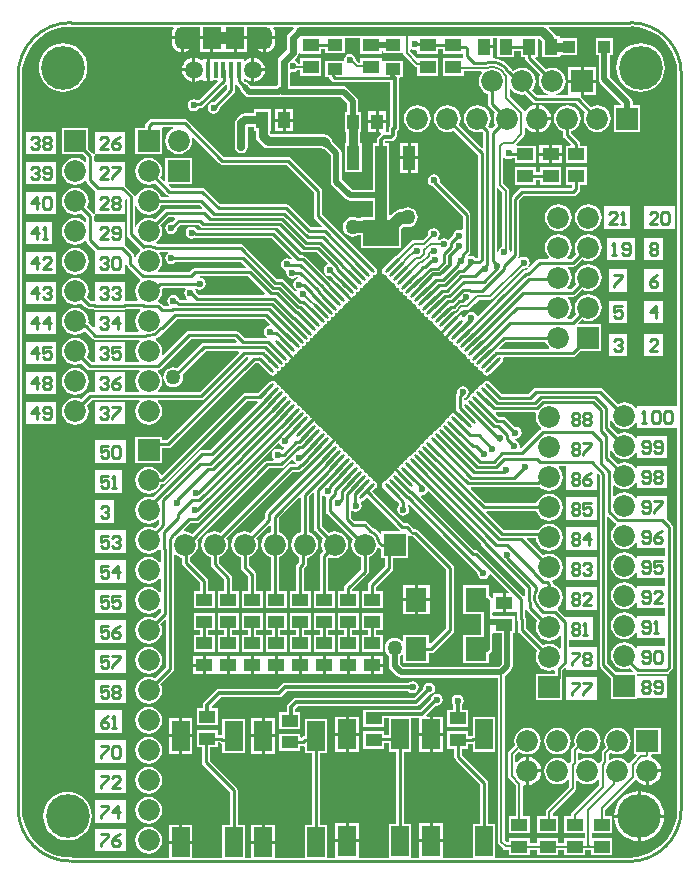
<source format=gtl>
G04*
G04 #@! TF.GenerationSoftware,Altium Limited,Altium Designer,20.1.10 (176)*
G04*
G04 Layer_Physical_Order=1*
G04 Layer_Color=3039647*
%FSLAX24Y24*%
%MOIN*%
G70*
G04*
G04 #@! TF.SameCoordinates,9D01BC41-1964-44B2-BAAF-85125F902256*
G04*
G04*
G04 #@! TF.FilePolarity,Positive*
G04*
G01*
G75*
%ADD10C,0.0098*%
%ADD11C,0.0059*%
%ADD12C,0.0100*%
%ADD14C,0.0236*%
%ADD15C,0.0079*%
%ADD19R,0.0512X0.0394*%
%ADD20R,0.0157X0.0531*%
%ADD21R,0.0591X0.0748*%
%ADD22R,0.0394X0.0512*%
%ADD23R,0.0413X0.0551*%
%ADD24R,0.0394X0.0394*%
%ADD25R,0.0551X0.0413*%
%ADD26R,0.0400X0.0800*%
%ADD27R,0.1200X0.0900*%
%ADD28R,0.0591X0.0984*%
G04:AMPARAMS|DCode=29|XSize=11.8mil|YSize=70.9mil|CornerRadius=0mil|HoleSize=0mil|Usage=FLASHONLY|Rotation=315.000|XOffset=0mil|YOffset=0mil|HoleType=Round|Shape=Round|*
%AMOVALD29*
21,1,0.0591,0.0118,0.0000,0.0000,45.0*
1,1,0.0118,-0.0209,-0.0209*
1,1,0.0118,0.0209,0.0209*
%
%ADD29OVALD29*%

G04:AMPARAMS|DCode=30|XSize=11.8mil|YSize=70.9mil|CornerRadius=0mil|HoleSize=0mil|Usage=FLASHONLY|Rotation=225.000|XOffset=0mil|YOffset=0mil|HoleType=Round|Shape=Round|*
%AMOVALD30*
21,1,0.0591,0.0118,0.0000,0.0000,315.0*
1,1,0.0118,-0.0209,0.0209*
1,1,0.0118,0.0209,-0.0209*
%
%ADD30OVALD30*%

%ADD31R,0.0709X0.0787*%
%ADD51C,0.0394*%
%ADD52C,0.0295*%
%ADD53C,0.0197*%
%ADD54C,0.0120*%
%ADD55C,0.0276*%
%ADD56C,0.0295*%
%ADD57C,0.0118*%
%ADD58C,0.0200*%
%ADD59C,0.0079*%
%ADD60C,0.0591*%
%ADD61O,0.0472X0.0748*%
%ADD62C,0.0394*%
%ADD63R,0.0728X0.0728*%
%ADD64C,0.0728*%
%ADD65R,0.0728X0.0728*%
%ADD66C,0.1457*%
%ADD67C,0.0236*%
%ADD68C,0.0500*%
G36*
X20703Y27903D02*
X20942Y27845D01*
X21169Y27751D01*
X21379Y27623D01*
X21566Y27463D01*
X21726Y27276D01*
X21854Y27066D01*
X21948Y26839D01*
X22006Y26600D01*
X22024Y26363D01*
X22023Y26355D01*
Y15318D01*
X22013Y15272D01*
X21973Y15272D01*
X20671D01*
Y15211D01*
X20621Y15194D01*
X20566Y15266D01*
X20473Y15337D01*
X20366Y15382D01*
X20250Y15397D01*
X20134Y15382D01*
X20042Y15343D01*
X19542Y15843D01*
X19500Y15872D01*
X19450Y15882D01*
X17300D01*
X17250Y15872D01*
X17208Y15843D01*
X17046Y15681D01*
X16158D01*
X15763Y16077D01*
X15717Y16107D01*
X15663Y16118D01*
X15610Y16107D01*
X15564Y16077D01*
X15534Y16031D01*
X15523Y15978D01*
X15470Y15968D01*
X15425Y15937D01*
X15394Y15892D01*
X15384Y15839D01*
X15331Y15829D01*
X15286Y15798D01*
X15255Y15753D01*
X15245Y15700D01*
X15192Y15690D01*
X15146Y15659D01*
X15116Y15613D01*
X15106Y15561D01*
X15053Y15550D01*
X15007Y15520D01*
X14977Y15474D01*
X14976Y15472D01*
X14961Y15467D01*
X14911Y15502D01*
Y15539D01*
X14953Y15547D01*
X15018Y15590D01*
X15062Y15656D01*
X15077Y15732D01*
X15062Y15809D01*
X15018Y15874D01*
X14953Y15918D01*
X14876Y15933D01*
X14799Y15918D01*
X14734Y15874D01*
X14691Y15809D01*
X14675Y15732D01*
X14684Y15688D01*
X14658Y15649D01*
X14648Y15599D01*
Y15196D01*
X14656Y15158D01*
X14627Y15153D01*
X14617Y15146D01*
X14933Y14829D01*
X14862Y14759D01*
X14546Y15075D01*
X14539Y15065D01*
X14527Y15003D01*
X14527Y15000D01*
X14496Y14994D01*
X14450Y14963D01*
X14420Y14918D01*
X14410Y14865D01*
X14357Y14854D01*
X14311Y14824D01*
X14281Y14778D01*
X14270Y14726D01*
X14218Y14715D01*
X14172Y14685D01*
X14142Y14639D01*
X14131Y14586D01*
X14078Y14576D01*
X14033Y14546D01*
X14002Y14500D01*
X13992Y14447D01*
X13939Y14437D01*
X13894Y14406D01*
X13863Y14361D01*
X13853Y14308D01*
X13800Y14298D01*
X13755Y14267D01*
X13724Y14222D01*
X13714Y14169D01*
X13661Y14158D01*
X13615Y14128D01*
X13585Y14082D01*
X13574Y14030D01*
X13522Y14019D01*
X13476Y13989D01*
X13446Y13943D01*
X13435Y13890D01*
X13383Y13880D01*
X13337Y13850D01*
X13306Y13804D01*
X13296Y13751D01*
X13243Y13741D01*
X13198Y13710D01*
X13167Y13665D01*
X13157Y13612D01*
X13104Y13602D01*
X13059Y13571D01*
X13028Y13526D01*
X13018Y13473D01*
X12965Y13462D01*
X12919Y13432D01*
X12889Y13386D01*
X12878Y13334D01*
X12826Y13323D01*
X12780Y13293D01*
X12750Y13247D01*
X12743Y13216D01*
X12740Y13216D01*
X12678Y13204D01*
X12668Y13197D01*
X12984Y12881D01*
X12914Y12810D01*
X12597Y13126D01*
X12590Y13116D01*
X12578Y13054D01*
X12579Y13051D01*
X12547Y13045D01*
X12502Y13014D01*
X12471Y12969D01*
X12461Y12916D01*
X12408Y12906D01*
X12363Y12875D01*
X12332Y12830D01*
X12322Y12777D01*
X12269Y12766D01*
X12223Y12736D01*
X12193Y12690D01*
X12182Y12637D01*
X12193Y12583D01*
X12223Y12537D01*
X12641Y12120D01*
X12680Y12093D01*
X12752Y12021D01*
Y11967D01*
X12742Y11960D01*
X12698Y11895D01*
X12683Y11818D01*
X12698Y11741D01*
X12742Y11676D01*
X12807Y11633D01*
X12884Y11617D01*
X12960Y11633D01*
X13025Y11676D01*
X13069Y11741D01*
X13084Y11818D01*
X13069Y11895D01*
X13032Y11950D01*
X13035Y11971D01*
X13078Y11989D01*
X13089Y11988D01*
X14317Y10760D01*
X15364Y9713D01*
X15362Y9700D01*
X15377Y9623D01*
X15420Y9558D01*
X15485Y9515D01*
X15562Y9499D01*
X15639Y9515D01*
X15704Y9558D01*
X15748Y9623D01*
X15751Y9642D01*
X15806Y9659D01*
X16397Y9067D01*
X16378Y9021D01*
X16300D01*
Y8714D01*
Y8407D01*
X16626D01*
Y8407D01*
X16669Y8391D01*
Y8200D01*
X16679Y8150D01*
X16707Y8107D01*
X16719Y8096D01*
Y7800D01*
X16729Y7750D01*
X16757Y7707D01*
X17107Y7357D01*
X17107Y7357D01*
X17357Y7108D01*
X17318Y7016D01*
X17303Y6900D01*
X17318Y6784D01*
X17363Y6677D01*
X17434Y6584D01*
X17527Y6513D01*
X17634Y6468D01*
X17750Y6453D01*
X17866Y6468D01*
X17891Y6479D01*
X17933Y6451D01*
Y6343D01*
X17307D01*
Y5457D01*
X18193D01*
Y6201D01*
X18195Y6214D01*
Y6463D01*
X18275Y6542D01*
X18321Y6523D01*
Y6471D01*
X19335D01*
Y7222D01*
X18403D01*
Y7471D01*
X19204D01*
Y8222D01*
X18321D01*
X18321Y8222D01*
Y8222D01*
X18284Y8249D01*
X18047Y8486D01*
X18032Y8495D01*
X18030Y8556D01*
X18066Y8584D01*
X18137Y8677D01*
X18182Y8784D01*
X18197Y8900D01*
X18182Y9016D01*
X18137Y9123D01*
X18066Y9216D01*
X17973Y9287D01*
X17881Y9325D01*
Y9350D01*
X17871Y9400D01*
X17860Y9417D01*
X17862Y9434D01*
X17879Y9474D01*
X17880Y9474D01*
X17973Y9513D01*
X18066Y9584D01*
X18137Y9677D01*
X18182Y9784D01*
X18197Y9900D01*
X18182Y10016D01*
X18137Y10123D01*
X18066Y10216D01*
X17973Y10287D01*
X17866Y10332D01*
X17750Y10347D01*
X17634Y10332D01*
X17542Y10293D01*
X17006Y10830D01*
X17025Y10876D01*
X17306D01*
X17318Y10784D01*
X17363Y10677D01*
X17434Y10584D01*
X17527Y10513D01*
X17634Y10468D01*
X17750Y10453D01*
X17866Y10468D01*
X17973Y10513D01*
X18066Y10584D01*
X18137Y10677D01*
X18182Y10784D01*
X18197Y10900D01*
X18182Y11016D01*
X18137Y11123D01*
X18066Y11216D01*
X17973Y11287D01*
X17866Y11332D01*
X17750Y11347D01*
X17634Y11332D01*
X17527Y11287D01*
X17434Y11216D01*
X17375Y11139D01*
X16233D01*
X15650Y11723D01*
X15669Y11769D01*
X17325D01*
X17363Y11677D01*
X17434Y11584D01*
X17527Y11513D01*
X17634Y11468D01*
X17750Y11453D01*
X17866Y11468D01*
X17973Y11513D01*
X18066Y11584D01*
X18137Y11677D01*
X18182Y11784D01*
X18197Y11900D01*
X18182Y12016D01*
X18137Y12123D01*
X18066Y12216D01*
X17973Y12287D01*
X17866Y12332D01*
X17750Y12347D01*
X17634Y12332D01*
X17527Y12287D01*
X17434Y12216D01*
X17363Y12123D01*
X17325Y12031D01*
X15619D01*
X15132Y12518D01*
X15151Y12564D01*
X17376D01*
X17426Y12574D01*
X17437Y12582D01*
X17527Y12513D01*
X17634Y12468D01*
X17750Y12453D01*
X17866Y12468D01*
X17973Y12513D01*
X18066Y12584D01*
X18137Y12677D01*
X18182Y12784D01*
X18197Y12900D01*
X18182Y13016D01*
X18137Y13123D01*
X18069Y13212D01*
X18076Y13245D01*
X18081Y13262D01*
X18296D01*
X18321Y13222D01*
Y12471D01*
X19335D01*
Y12996D01*
X19381Y13015D01*
X19431Y12965D01*
Y6638D01*
X19441Y6588D01*
X19469Y6545D01*
X19807Y6207D01*
Y5507D01*
X20693D01*
Y5521D01*
X21685D01*
Y6272D01*
X20693D01*
Y6337D01*
X20697Y6340D01*
X21659D01*
X21710Y6350D01*
X21752Y6378D01*
X21828Y6454D01*
X21856Y6496D01*
X21866Y6547D01*
Y11247D01*
X21856Y11297D01*
X21828Y11340D01*
X21673Y11494D01*
X21685Y11521D01*
X21685D01*
Y12272D01*
X20671D01*
Y12211D01*
X20621Y12194D01*
X20566Y12266D01*
X20473Y12337D01*
X20366Y12382D01*
X20250Y12397D01*
X20134Y12382D01*
X20027Y12337D01*
X19938Y12269D01*
X19905Y12276D01*
X19888Y12281D01*
Y12619D01*
X19905Y12624D01*
X19938Y12631D01*
X20027Y12563D01*
X20134Y12518D01*
X20250Y12503D01*
X20366Y12518D01*
X20473Y12563D01*
X20566Y12634D01*
X20621Y12706D01*
X20671Y12689D01*
Y12521D01*
X21685D01*
Y13272D01*
X20671D01*
Y13211D01*
X20621Y13194D01*
X20566Y13266D01*
X20473Y13337D01*
X20366Y13382D01*
X20250Y13397D01*
X20134Y13382D01*
X20046Y13345D01*
X19789Y13603D01*
Y13776D01*
X19839Y13786D01*
X19863Y13727D01*
X19934Y13634D01*
X20027Y13563D01*
X20134Y13518D01*
X20250Y13503D01*
X20366Y13518D01*
X20473Y13563D01*
X20566Y13634D01*
X20621Y13706D01*
X20671Y13689D01*
Y13521D01*
X21685D01*
Y14272D01*
X20671D01*
Y14211D01*
X20621Y14194D01*
X20566Y14266D01*
X20473Y14337D01*
X20366Y14382D01*
X20250Y14397D01*
X20134Y14382D01*
X20042Y14343D01*
X19789Y14597D01*
Y14776D01*
X19839Y14786D01*
X19863Y14727D01*
X19934Y14634D01*
X20027Y14563D01*
X20134Y14518D01*
X20250Y14503D01*
X20366Y14518D01*
X20473Y14563D01*
X20566Y14634D01*
X20621Y14706D01*
X20671Y14689D01*
Y14521D01*
X21973D01*
X22013Y14521D01*
X22023Y14475D01*
Y1871D01*
X22019Y1821D01*
X22018Y1772D01*
X22002Y1570D01*
X21943Y1325D01*
X21847Y1092D01*
X21715Y878D01*
X21552Y686D01*
X21360Y522D01*
X21145Y391D01*
X20912Y294D01*
X20667Y235D01*
X20425Y216D01*
X20416Y218D01*
X15960D01*
Y1349D01*
X15717D01*
Y2714D01*
X15707Y2764D01*
X15679Y2807D01*
X14854Y3631D01*
Y3850D01*
X15054D01*
Y4005D01*
X15191D01*
X15212Y3988D01*
Y3751D01*
X15960D01*
Y4893D01*
X15212D01*
Y4289D01*
X15164Y4280D01*
X15145Y4267D01*
X15054D01*
Y4421D01*
X14346D01*
Y3850D01*
X14592D01*
Y3577D01*
X14602Y3527D01*
X14630Y3484D01*
X15455Y2660D01*
Y1349D01*
X15212D01*
Y218D01*
X14209D01*
Y728D01*
X13814D01*
X13419D01*
Y218D01*
X13160D01*
Y1349D01*
X12917D01*
Y3751D01*
X13160D01*
Y4869D01*
X13419D01*
Y4372D01*
X13764D01*
Y4914D01*
X13679D01*
X13660Y4960D01*
X13990Y5290D01*
X14010Y5286D01*
X14087Y5301D01*
X14152Y5344D01*
X14195Y5410D01*
X14210Y5486D01*
X14195Y5563D01*
X14152Y5628D01*
X14087Y5672D01*
X14010Y5687D01*
X13933Y5672D01*
X13868Y5628D01*
X13824Y5563D01*
X13815Y5515D01*
X13452Y5152D01*
X12047D01*
X12033Y5150D01*
X11546D01*
Y4579D01*
X12254D01*
Y4869D01*
X12412D01*
Y4293D01*
X12254D01*
Y4421D01*
X11546D01*
Y3850D01*
X12254D01*
Y4030D01*
X12412D01*
Y3751D01*
X12655D01*
Y1349D01*
X12412D01*
Y218D01*
X11409D01*
Y728D01*
X11014D01*
Y778D01*
D01*
Y728D01*
X10619D01*
Y218D01*
X10360D01*
Y1299D01*
X10117D01*
Y3168D01*
X10113Y3190D01*
Y3701D01*
X10360D01*
Y4843D01*
X9612D01*
Y4267D01*
X9569Y4258D01*
X9527Y4230D01*
X9500Y4203D01*
X9450Y4224D01*
Y4343D01*
X8741D01*
Y3772D01*
X9450D01*
Y3926D01*
X9540D01*
X9562Y3930D01*
X9612Y3895D01*
Y3701D01*
X9850D01*
Y3172D01*
X9855Y3150D01*
Y1299D01*
X9612D01*
Y218D01*
X8609D01*
Y678D01*
X8214D01*
X7819D01*
Y218D01*
X7610D01*
Y1299D01*
X7367D01*
Y2464D01*
X7357Y2514D01*
X7329Y2557D01*
X6439Y3447D01*
Y3900D01*
X6704D01*
Y4055D01*
X6761D01*
X6800Y4029D01*
X6850Y4019D01*
X6862D01*
Y3701D01*
X7610D01*
Y4843D01*
X6862D01*
Y4347D01*
X6823Y4315D01*
X6814Y4317D01*
X6704D01*
Y4471D01*
X5996D01*
Y3900D01*
X6176D01*
Y3392D01*
X6186Y3342D01*
X6215Y3299D01*
X7105Y2410D01*
Y1299D01*
X6862D01*
Y218D01*
X5859D01*
Y678D01*
X5464D01*
X5069D01*
Y218D01*
X1853D01*
X1850Y221D01*
X1800Y230D01*
Y230D01*
X1799Y230D01*
X1588Y243D01*
X1381Y285D01*
X1180Y353D01*
X990Y447D01*
X813Y564D01*
X654Y704D01*
X514Y863D01*
X397Y1040D01*
X303Y1230D01*
X235Y1431D01*
X193Y1638D01*
X183Y1801D01*
X180Y1850D01*
X180Y1850D01*
X180Y1899D01*
Y26250D01*
X180Y26250D01*
X180Y26299D01*
X183Y26348D01*
X193Y26511D01*
X235Y26719D01*
X303Y26920D01*
X397Y27110D01*
X514Y27286D01*
X654Y27446D01*
X814Y27586D01*
X990Y27703D01*
X1180Y27797D01*
X1381Y27865D01*
X1589Y27907D01*
X1797Y27920D01*
X1801Y27920D01*
X5215D01*
X5240Y27870D01*
X5222Y27847D01*
X5189Y27765D01*
X5177Y27677D01*
Y27589D01*
X5516D01*
Y27913D01*
X5814D01*
X5817Y27920D01*
X6105D01*
Y27589D01*
X6500D01*
Y27539D01*
X6550D01*
Y27065D01*
X7238D01*
Y27539D01*
X7288D01*
Y27589D01*
X7683D01*
Y27920D01*
X7971D01*
X7974Y27913D01*
X8272D01*
Y27589D01*
X8272D01*
X8611D01*
Y27677D01*
X8600Y27765D01*
X8566Y27847D01*
X8548Y27870D01*
X8573Y27920D01*
X9222D01*
X9245Y27875D01*
X9237Y27863D01*
X9232Y27841D01*
X9058Y27666D01*
X9015Y27601D01*
X8999Y27524D01*
Y27133D01*
X8758Y26892D01*
X8715Y26827D01*
X8699Y26750D01*
Y25983D01*
X8692Y25975D01*
X8662Y25931D01*
X7825D01*
X7728Y26028D01*
X7669Y26067D01*
X7606Y26079D01*
X7572Y26113D01*
X7578Y26150D01*
X7587Y26156D01*
X7636Y26164D01*
X7679Y26131D01*
X7775Y26091D01*
X7828Y26084D01*
Y26476D01*
Y26868D01*
X7775Y26861D01*
X7679Y26822D01*
X7613Y26771D01*
X7563Y26793D01*
Y26821D01*
X6561D01*
Y26842D01*
X6432D01*
Y26476D01*
Y26111D01*
X6561D01*
Y26132D01*
X6682D01*
X6701Y26086D01*
X6076Y25460D01*
X6027Y25470D01*
X6006Y25466D01*
X5977Y25485D01*
X5900Y25501D01*
X5823Y25485D01*
X5758Y25442D01*
X5715Y25377D01*
X5699Y25300D01*
X5715Y25223D01*
X5758Y25158D01*
X5823Y25115D01*
X5900Y25099D01*
X5977Y25115D01*
X6042Y25158D01*
X6067Y25196D01*
X6126D01*
X6176Y25206D01*
X6219Y25234D01*
X6970Y25985D01*
X7020Y25964D01*
Y25847D01*
X6582Y25409D01*
X6568Y25412D01*
X6492Y25397D01*
X6427Y25353D01*
X6383Y25288D01*
X6368Y25211D01*
X6383Y25134D01*
X6427Y25069D01*
X6492Y25026D01*
X6568Y25010D01*
X6645Y25026D01*
X6710Y25069D01*
X6754Y25134D01*
X6769Y25211D01*
X6766Y25225D01*
X7242Y25700D01*
X7271Y25743D01*
X7280Y25793D01*
Y25963D01*
X7330Y25984D01*
X7421Y25894D01*
X7433Y25831D01*
X7472Y25772D01*
X7622Y25622D01*
X7681Y25583D01*
X7750Y25569D01*
X8750D01*
X8792Y25578D01*
X8834Y25569D01*
X10825D01*
X11019Y25375D01*
Y25085D01*
X10944D01*
Y24415D01*
X10989D01*
Y24029D01*
X10941D01*
Y23071D01*
X11499D01*
Y24029D01*
X11451D01*
Y24415D01*
X11495D01*
Y25085D01*
X11381D01*
Y25450D01*
X11367Y25519D01*
X11328Y25578D01*
X11028Y25878D01*
X10969Y25917D01*
X10900Y25931D01*
X9101D01*
Y26367D01*
X9151Y26401D01*
X9202Y26391D01*
X9278Y26406D01*
X9344Y26450D01*
X9351Y26461D01*
X9450D01*
Y26286D01*
X10159D01*
Y26857D01*
X9450D01*
Y26682D01*
X9378D01*
X9344Y26734D01*
X9280Y26776D01*
X9274Y26782D01*
X9263Y26829D01*
X9342Y26908D01*
X9385Y26973D01*
X9401Y27050D01*
X9450Y27048D01*
Y27014D01*
X10159D01*
Y27169D01*
X10265D01*
Y27034D01*
X10935D01*
Y27544D01*
X11457D01*
Y27014D01*
X12165D01*
Y27119D01*
X12220D01*
Y27034D01*
X12880D01*
X12889Y26988D01*
X12915Y26949D01*
X13269Y26594D01*
X13269Y26594D01*
X13308Y26568D01*
X13348Y26561D01*
Y26286D01*
X14056D01*
Y26857D01*
X13348D01*
X13348Y26857D01*
Y26857D01*
X13314Y26890D01*
X13120Y27084D01*
Y27135D01*
X13170Y27162D01*
X13209Y27136D01*
X13286Y27121D01*
X13309Y27125D01*
X13348Y27093D01*
Y27014D01*
X14056D01*
Y27169D01*
X14198D01*
Y27014D01*
X14870D01*
Y26950D01*
X14878Y26907D01*
X14872Y26890D01*
X14848Y26857D01*
X14198D01*
Y26286D01*
X14906D01*
Y26432D01*
X15484D01*
X15508Y26382D01*
X15463Y26323D01*
X15418Y26216D01*
X15403Y26100D01*
X15418Y25984D01*
X15463Y25877D01*
X15534Y25784D01*
X15627Y25713D01*
X15719Y25675D01*
Y25350D01*
X15729Y25300D01*
X15757Y25257D01*
X15957Y25058D01*
X15918Y24966D01*
X15903Y24850D01*
X15918Y24734D01*
X15957Y24642D01*
X15842Y24528D01*
X15778Y24535D01*
X15772Y24544D01*
X15716Y24600D01*
X15737Y24627D01*
X15782Y24734D01*
X15797Y24850D01*
X15782Y24966D01*
X15737Y25073D01*
X15666Y25166D01*
X15573Y25237D01*
X15466Y25282D01*
X15350Y25297D01*
X15234Y25282D01*
X15127Y25237D01*
X15034Y25166D01*
X14963Y25073D01*
X14918Y24966D01*
X14903Y24850D01*
X14918Y24734D01*
X14963Y24627D01*
X15034Y24534D01*
X15127Y24463D01*
X15234Y24418D01*
X15350Y24403D01*
X15466Y24418D01*
X15508Y24436D01*
X15547Y24397D01*
Y23903D01*
X15501Y23884D01*
X14743Y24642D01*
X14782Y24734D01*
X14797Y24850D01*
X14782Y24966D01*
X14737Y25073D01*
X14666Y25166D01*
X14573Y25237D01*
X14466Y25282D01*
X14350Y25297D01*
X14234Y25282D01*
X14127Y25237D01*
X14034Y25166D01*
X13963Y25073D01*
X13918Y24966D01*
X13903Y24850D01*
X13918Y24734D01*
X13963Y24627D01*
X14034Y24534D01*
X14127Y24463D01*
X14234Y24418D01*
X14350Y24403D01*
X14466Y24418D01*
X14558Y24457D01*
X15369Y23646D01*
Y20204D01*
X15366Y20201D01*
X15304D01*
X15297Y20212D01*
X15232Y20256D01*
X15155Y20271D01*
X15078Y20256D01*
X15054Y20298D01*
X15052Y20304D01*
X15090Y20342D01*
X15118Y20384D01*
X15128Y20434D01*
Y21653D01*
X15118Y21703D01*
X15090Y21746D01*
X14098Y22738D01*
X14109Y22792D01*
X14094Y22869D01*
X14050Y22934D01*
X13985Y22977D01*
X13908Y22993D01*
X13831Y22977D01*
X13766Y22934D01*
X13723Y22869D01*
X13707Y22792D01*
X13723Y22715D01*
X13766Y22650D01*
X13831Y22606D01*
X13864Y22600D01*
X14866Y21599D01*
Y21165D01*
X14816Y21138D01*
X14750Y21151D01*
X14673Y21135D01*
X14608Y21092D01*
X14565Y21027D01*
X14552Y20965D01*
X14420Y20832D01*
X14383Y20801D01*
X14318Y20845D01*
X14241Y20860D01*
X14164Y20845D01*
X14107Y20807D01*
X14055D01*
X14040Y20857D01*
X14042Y20858D01*
X14085Y20923D01*
X14101Y21000D01*
X14085Y21077D01*
X14042Y21142D01*
X13977Y21185D01*
X13900Y21201D01*
X13823Y21185D01*
X13758Y21142D01*
X13715Y21077D01*
X13699Y21000D01*
X13704Y20975D01*
X13535Y20806D01*
X13245D01*
X13198Y20796D01*
X13159Y20770D01*
X13159Y20770D01*
X12878Y20489D01*
X12878Y20489D01*
X12703Y20314D01*
X12687Y20311D01*
X12641Y20280D01*
X12223Y19863D01*
X12193Y19817D01*
X12182Y19763D01*
X12193Y19710D01*
X12223Y19664D01*
X12269Y19634D01*
X12322Y19623D01*
X12332Y19570D01*
X12363Y19525D01*
X12408Y19494D01*
X12461Y19484D01*
X12471Y19431D01*
X12502Y19386D01*
X12547Y19355D01*
X12600Y19345D01*
X12610Y19292D01*
X12641Y19246D01*
X12687Y19216D01*
X12739Y19206D01*
X12750Y19153D01*
X12780Y19107D01*
X12826Y19077D01*
X12878Y19066D01*
X12889Y19014D01*
X12919Y18968D01*
X12965Y18938D01*
X13018Y18927D01*
X13028Y18874D01*
X13059Y18829D01*
X13104Y18798D01*
X13157Y18788D01*
X13167Y18735D01*
X13198Y18690D01*
X13243Y18659D01*
X13296Y18649D01*
X13306Y18596D01*
X13337Y18550D01*
X13383Y18520D01*
X13435Y18510D01*
X13446Y18457D01*
X13476Y18411D01*
X13522Y18381D01*
X13574Y18370D01*
X13585Y18318D01*
X13615Y18272D01*
X13661Y18242D01*
X13714Y18231D01*
X13724Y18178D01*
X13755Y18133D01*
X13800Y18102D01*
X13853Y18092D01*
X13863Y18039D01*
X13894Y17994D01*
X13939Y17963D01*
X13992Y17953D01*
X14002Y17900D01*
X14033Y17854D01*
X14078Y17824D01*
X14110Y17818D01*
X14109Y17815D01*
X14122Y17753D01*
X14128Y17742D01*
X14445Y18059D01*
X14516Y17988D01*
X14199Y17672D01*
X14209Y17665D01*
X14252Y17656D01*
X14261Y17613D01*
X14268Y17603D01*
X14584Y17920D01*
X14655Y17849D01*
X14338Y17532D01*
X14349Y17526D01*
X14411Y17513D01*
X14414Y17514D01*
X14420Y17483D01*
X14450Y17437D01*
X14496Y17406D01*
X14549Y17396D01*
X14559Y17343D01*
X14590Y17298D01*
X14635Y17267D01*
X14688Y17257D01*
X14698Y17204D01*
X14729Y17159D01*
X14774Y17128D01*
X14827Y17118D01*
X14838Y17065D01*
X14868Y17019D01*
X14914Y16989D01*
X14966Y16978D01*
X14977Y16926D01*
X15007Y16880D01*
X15053Y16850D01*
X15106Y16839D01*
X15116Y16787D01*
X15146Y16741D01*
X15192Y16710D01*
X15245Y16700D01*
X15255Y16647D01*
X15286Y16602D01*
X15331Y16571D01*
X15384Y16561D01*
X15394Y16508D01*
X15425Y16463D01*
X15470Y16432D01*
X15523Y16422D01*
X15534Y16369D01*
X15564Y16323D01*
X15610Y16293D01*
X15663Y16282D01*
X15717Y16293D01*
X15763Y16323D01*
X16180Y16741D01*
X16211Y16787D01*
X16221Y16840D01*
X16219Y16850D01*
X16260Y16900D01*
X18532D01*
X18582Y16910D01*
X18624Y16939D01*
X18793Y17107D01*
X19493D01*
Y17993D01*
X18744D01*
X18725Y18039D01*
X18842Y18157D01*
X18934Y18118D01*
X19050Y18103D01*
X19166Y18118D01*
X19273Y18163D01*
X19366Y18234D01*
X19437Y18327D01*
X19482Y18434D01*
X19497Y18550D01*
X19482Y18666D01*
X19437Y18773D01*
X19366Y18866D01*
X19273Y18937D01*
X19166Y18982D01*
X19050Y18997D01*
X18934Y18982D01*
X18827Y18937D01*
X18734Y18866D01*
X18663Y18773D01*
X18618Y18666D01*
X18603Y18550D01*
X18618Y18434D01*
X18657Y18342D01*
X18496Y18181D01*
X18375D01*
X18359Y18229D01*
X18366Y18234D01*
X18437Y18327D01*
X18482Y18434D01*
X18497Y18550D01*
X18482Y18666D01*
X18437Y18773D01*
X18369Y18862D01*
X18376Y18895D01*
X18381Y18912D01*
X18543D01*
X18593Y18922D01*
X18636Y18950D01*
X18842Y19157D01*
X18934Y19118D01*
X19050Y19103D01*
X19166Y19118D01*
X19273Y19163D01*
X19366Y19234D01*
X19437Y19327D01*
X19482Y19434D01*
X19497Y19550D01*
X19482Y19666D01*
X19437Y19773D01*
X19366Y19866D01*
X19273Y19937D01*
X19166Y19982D01*
X19050Y19997D01*
X18934Y19982D01*
X18827Y19937D01*
X18734Y19866D01*
X18663Y19773D01*
X18618Y19666D01*
X18603Y19550D01*
X18618Y19434D01*
X18657Y19342D01*
X18489Y19174D01*
X18366D01*
X18349Y19222D01*
X18366Y19234D01*
X18437Y19327D01*
X18482Y19434D01*
X18497Y19550D01*
X18482Y19666D01*
X18437Y19773D01*
X18366Y19866D01*
X18359Y19871D01*
X18375Y19919D01*
X18550D01*
X18600Y19929D01*
X18643Y19957D01*
X18842Y20157D01*
X18934Y20118D01*
X19050Y20103D01*
X19166Y20118D01*
X19273Y20163D01*
X19366Y20234D01*
X19437Y20327D01*
X19482Y20434D01*
X19497Y20550D01*
X19482Y20666D01*
X19437Y20773D01*
X19366Y20866D01*
X19273Y20937D01*
X19166Y20982D01*
X19050Y20997D01*
X18934Y20982D01*
X18827Y20937D01*
X18734Y20866D01*
X18663Y20773D01*
X18618Y20666D01*
X18603Y20550D01*
X18618Y20434D01*
X18657Y20342D01*
X18496Y20181D01*
X18375D01*
X18359Y20229D01*
X18366Y20234D01*
X18437Y20327D01*
X18482Y20434D01*
X18497Y20550D01*
X18482Y20666D01*
X18437Y20773D01*
X18366Y20866D01*
X18273Y20937D01*
X18166Y20982D01*
X18050Y20997D01*
X17934Y20982D01*
X17827Y20937D01*
X17734Y20866D01*
X17663Y20773D01*
X17618Y20666D01*
X17603Y20550D01*
X17618Y20434D01*
X17663Y20327D01*
X17734Y20234D01*
X17741Y20229D01*
X17725Y20181D01*
X17436D01*
X17385Y20171D01*
X17343Y20143D01*
X17090Y19890D01*
X17051Y19922D01*
X17085Y19973D01*
X17101Y20050D01*
X17085Y20127D01*
X17042Y20192D01*
X16977Y20235D01*
X16900Y20251D01*
X16823Y20235D01*
X16758Y20192D01*
X16723Y20224D01*
X16750Y20264D01*
X16760Y20314D01*
Y22124D01*
X16904Y22269D01*
X18550D01*
X18600Y22279D01*
X18643Y22307D01*
X18743Y22407D01*
X18771Y22450D01*
X18781Y22500D01*
Y22650D01*
X19004D01*
Y23221D01*
X18296D01*
Y22650D01*
X18519D01*
Y22554D01*
X18496Y22531D01*
X16850D01*
X16800Y22521D01*
X16757Y22493D01*
X16536Y22272D01*
X16507Y22229D01*
X16497Y22179D01*
Y20421D01*
X16447Y20416D01*
X16435Y20477D01*
X16410Y20514D01*
Y22450D01*
X16402Y22492D01*
X16378Y22528D01*
X16210Y22696D01*
Y23539D01*
X16247Y23554D01*
X16260Y23557D01*
X16323Y23515D01*
X16400Y23499D01*
X16477Y23515D01*
X16504Y23533D01*
X16596D01*
Y23379D01*
X17304D01*
Y23950D01*
X16676D01*
X16656Y24000D01*
X16904Y24247D01*
X16928Y24283D01*
X16936Y24326D01*
Y24374D01*
X16933Y24390D01*
Y24549D01*
X16983Y24566D01*
X17019Y24519D01*
X17116Y24445D01*
X17229Y24398D01*
X17300Y24388D01*
Y24850D01*
Y25312D01*
X17229Y25302D01*
X17116Y25255D01*
X17019Y25181D01*
X16967Y25113D01*
X16906Y25116D01*
X16901Y25124D01*
X16433Y25591D01*
Y25834D01*
X16483Y25851D01*
X16534Y25784D01*
X16627Y25713D01*
X16734Y25668D01*
X16850Y25653D01*
X16949Y25666D01*
X17208Y25408D01*
X17250Y25379D01*
X17300Y25370D01*
X18646D01*
X18957Y25059D01*
X18918Y24966D01*
X18903Y24850D01*
X18918Y24734D01*
X18963Y24627D01*
X19034Y24534D01*
X19127Y24463D01*
X19234Y24418D01*
X19350Y24403D01*
X19466Y24418D01*
X19573Y24463D01*
X19666Y24534D01*
X19737Y24627D01*
X19782Y24734D01*
X19797Y24850D01*
X19782Y24966D01*
X19737Y25073D01*
X19666Y25166D01*
X19573Y25237D01*
X19466Y25282D01*
X19350Y25297D01*
X19234Y25282D01*
X19141Y25243D01*
X18799Y25586D01*
X18800Y25593D01*
Y26050D01*
X18386D01*
Y25680D01*
X18386Y25636D01*
X18338Y25630D01*
X18004D01*
X17995Y25680D01*
X18073Y25713D01*
X18166Y25784D01*
X18237Y25877D01*
X18282Y25984D01*
X18297Y26100D01*
X18282Y26216D01*
X18237Y26323D01*
X18166Y26416D01*
X18073Y26487D01*
X17966Y26532D01*
X17850Y26547D01*
X17734Y26532D01*
X17641Y26493D01*
X17285Y26849D01*
X17304Y26896D01*
X17371D01*
Y27509D01*
X17421Y27529D01*
X17519Y27431D01*
Y27264D01*
X17529Y27216D01*
Y26896D01*
X18100D01*
Y26937D01*
X18131Y26974D01*
X18682D01*
Y27526D01*
X18131D01*
X18100Y27563D01*
Y27604D01*
X17965D01*
X17963Y27615D01*
X17913Y27690D01*
X17730Y27873D01*
X17749Y27920D01*
X20458D01*
X20466Y27921D01*
X20703Y27903D01*
D02*
G37*
G36*
X16021Y26896D02*
X16592D01*
Y27120D01*
X16800D01*
Y26896D01*
X16935D01*
Y26884D01*
X16945Y26834D01*
X16973Y26792D01*
X17457Y26309D01*
X17418Y26216D01*
X17403Y26100D01*
X17418Y25984D01*
X17463Y25877D01*
X17534Y25784D01*
X17627Y25713D01*
X17705Y25680D01*
X17696Y25630D01*
X17354D01*
X17181Y25804D01*
X17237Y25877D01*
X17282Y25984D01*
X17297Y26100D01*
X17282Y26216D01*
X17237Y26323D01*
X17166Y26416D01*
X17073Y26487D01*
X16966Y26532D01*
X16850Y26547D01*
X16734Y26532D01*
X16627Y26487D01*
X16554Y26431D01*
X16508Y26476D01*
X16483Y26523D01*
X16388Y26638D01*
X16273Y26733D01*
X16207Y26768D01*
X16192Y26779D01*
X16185Y26780D01*
X16141Y26804D01*
X16097Y26817D01*
X16092Y26821D01*
X16074Y26824D01*
X15999Y26847D01*
X15927Y26854D01*
X15885Y26874D01*
X15885Y26894D01*
Y27200D01*
X15578D01*
Y27300D01*
X15885D01*
Y27544D01*
X16021D01*
Y26896D01*
D02*
G37*
G36*
X16190Y22404D02*
Y20589D01*
X16173Y20585D01*
X16108Y20542D01*
X16065Y20477D01*
X16053Y20416D01*
X16003Y20421D01*
Y22521D01*
X16053Y22541D01*
X16190Y22404D01*
D02*
G37*
G36*
X17060Y19860D02*
X17003Y19803D01*
X16971D01*
X16921Y19793D01*
X16878Y19764D01*
X16117Y19002D01*
X16092Y18986D01*
X15387Y18280D01*
X15332Y18296D01*
X15295Y18352D01*
X15230Y18395D01*
X15153Y18411D01*
X15076Y18395D01*
X15011Y18352D01*
X14967Y18287D01*
X14961Y18256D01*
X14906Y18233D01*
X14890Y18243D01*
X14847Y18251D01*
X14839Y18294D01*
X14804Y18347D01*
X14804Y18347D01*
X14799Y18397D01*
X14875Y18473D01*
X15019D01*
X15019Y18473D01*
X15065Y18482D01*
X15104Y18508D01*
X15407Y18811D01*
X15782D01*
X15782Y18811D01*
X15828Y18821D01*
X15867Y18847D01*
X16875Y19854D01*
X16900Y19849D01*
X16977Y19865D01*
X17028Y19899D01*
X17060Y19860D01*
D02*
G37*
G36*
X17663Y17327D02*
X17734Y17234D01*
X17762Y17213D01*
X17745Y17163D01*
X16098D01*
X16079Y17209D01*
X16288Y17419D01*
X17625D01*
X17663Y17327D01*
D02*
G37*
G36*
X17316Y15027D02*
X17318Y15011D01*
X17303Y14900D01*
X17318Y14784D01*
X17363Y14677D01*
X17434Y14584D01*
X17470Y14556D01*
X17468Y14495D01*
X17453Y14486D01*
X16824Y13857D01*
X16800Y13860D01*
X16763Y13914D01*
X16769Y13943D01*
X16754Y14020D01*
X16710Y14085D01*
X16645Y14128D01*
X16627Y14132D01*
X16629Y14179D01*
X16706Y14195D01*
X16771Y14238D01*
X16815Y14303D01*
X16830Y14380D01*
X16815Y14457D01*
X16771Y14522D01*
X16706Y14565D01*
X16629Y14581D01*
X16617Y14578D01*
X16321Y14874D01*
X16278Y14902D01*
X16228Y14912D01*
X16079D01*
X15976Y15015D01*
X15995Y15061D01*
X17292D01*
X17316Y15027D01*
D02*
G37*
G36*
X19953Y11364D02*
X19968Y11355D01*
X19970Y11294D01*
X19934Y11266D01*
X19863Y11173D01*
X19818Y11066D01*
X19803Y10950D01*
X19818Y10834D01*
X19863Y10727D01*
X19934Y10634D01*
X20027Y10563D01*
X20134Y10518D01*
X20250Y10503D01*
X20366Y10518D01*
X20473Y10563D01*
X20566Y10634D01*
X20621Y10706D01*
X20671Y10689D01*
Y10521D01*
X21603D01*
Y10272D01*
X20671D01*
Y10211D01*
X20621Y10194D01*
X20566Y10266D01*
X20473Y10337D01*
X20366Y10382D01*
X20250Y10397D01*
X20134Y10382D01*
X20027Y10337D01*
X19934Y10266D01*
X19863Y10173D01*
X19818Y10066D01*
X19803Y9950D01*
X19818Y9834D01*
X19863Y9727D01*
X19934Y9634D01*
X20027Y9563D01*
X20134Y9518D01*
X20250Y9503D01*
X20366Y9518D01*
X20473Y9563D01*
X20566Y9634D01*
X20621Y9706D01*
X20671Y9689D01*
Y9521D01*
X21603D01*
Y9272D01*
X20671D01*
Y9211D01*
X20621Y9194D01*
X20566Y9266D01*
X20473Y9337D01*
X20366Y9382D01*
X20250Y9397D01*
X20134Y9382D01*
X20027Y9337D01*
X19934Y9266D01*
X19863Y9173D01*
X19818Y9066D01*
X19803Y8950D01*
X19818Y8834D01*
X19863Y8727D01*
X19934Y8634D01*
X20027Y8563D01*
X20134Y8518D01*
X20250Y8503D01*
X20366Y8518D01*
X20473Y8563D01*
X20566Y8634D01*
X20621Y8706D01*
X20671Y8689D01*
Y8521D01*
X21603D01*
Y8272D01*
X21554Y8272D01*
X21553Y8272D01*
X20671D01*
Y8211D01*
X20621Y8194D01*
X20566Y8266D01*
X20473Y8337D01*
X20366Y8382D01*
X20250Y8397D01*
X20134Y8382D01*
X20027Y8337D01*
X19934Y8266D01*
X19863Y8173D01*
X19818Y8066D01*
X19803Y7950D01*
X19818Y7834D01*
X19863Y7727D01*
X19934Y7634D01*
X20027Y7563D01*
X20134Y7518D01*
X20250Y7503D01*
X20366Y7518D01*
X20473Y7563D01*
X20566Y7634D01*
X20621Y7706D01*
X20671Y7689D01*
Y7521D01*
X21553D01*
X21554Y7521D01*
X21603Y7521D01*
Y7272D01*
X20671D01*
Y7211D01*
X20621Y7194D01*
X20566Y7266D01*
X20473Y7337D01*
X20366Y7382D01*
X20250Y7397D01*
X20134Y7382D01*
X20027Y7337D01*
X19934Y7266D01*
X19863Y7173D01*
X19818Y7066D01*
X19803Y6950D01*
X19818Y6834D01*
X19863Y6727D01*
X19934Y6634D01*
X20027Y6563D01*
X20134Y6518D01*
X20250Y6503D01*
X20366Y6518D01*
X20435Y6547D01*
X20543Y6439D01*
X20524Y6393D01*
X19993D01*
X19694Y6692D01*
Y11558D01*
X19740Y11578D01*
X19953Y11364D01*
D02*
G37*
G36*
X15469Y10696D02*
X15479Y10650D01*
X15507Y10607D01*
X16939Y9176D01*
Y8964D01*
X16906Y8949D01*
X16889Y8947D01*
X15393Y10443D01*
X15350Y10471D01*
X15300Y10481D01*
X15254D01*
X13484Y12251D01*
X13494Y12280D01*
X13506Y12300D01*
X13577Y12315D01*
X13642Y12358D01*
X13680Y12415D01*
X13734Y12431D01*
X15469Y10696D01*
D02*
G37*
G36*
X16981Y8496D02*
X17007Y8457D01*
X17036Y8428D01*
X17036Y8428D01*
X17357Y8108D01*
X17318Y8016D01*
X17303Y7900D01*
X17318Y7784D01*
X17363Y7677D01*
X17434Y7584D01*
X17527Y7513D01*
X17634Y7468D01*
X17750Y7453D01*
X17866Y7468D01*
X17973Y7513D01*
X18066Y7584D01*
X18090Y7616D01*
X18140Y7599D01*
Y7201D01*
X18090Y7184D01*
X18066Y7216D01*
X17973Y7287D01*
X17866Y7332D01*
X17750Y7347D01*
X17634Y7332D01*
X17542Y7293D01*
X17293Y7543D01*
X17293Y7543D01*
X16981Y7854D01*
Y8150D01*
X16971Y8200D01*
X16943Y8243D01*
X16931Y8254D01*
Y8466D01*
X16978Y8496D01*
X16981Y8496D01*
D02*
G37*
%LPC*%
G36*
X8611Y27489D02*
X8322D01*
Y27069D01*
X8360Y27074D01*
X8442Y27108D01*
X8512Y27162D01*
X8566Y27232D01*
X8600Y27314D01*
X8611Y27402D01*
Y27489D01*
D02*
G37*
G36*
X5759Y27165D02*
X5566D01*
Y27069D01*
X5604Y27074D01*
X5686Y27108D01*
X5756Y27162D01*
X5759Y27165D01*
D02*
G37*
G36*
X8222D02*
X8030D01*
X8032Y27162D01*
X8102Y27108D01*
X8184Y27074D01*
X8222Y27069D01*
Y27165D01*
D02*
G37*
G36*
X5466Y27489D02*
X5177D01*
Y27402D01*
X5189Y27314D01*
X5222Y27232D01*
X5276Y27162D01*
X5347Y27108D01*
X5428Y27074D01*
X5466Y27069D01*
Y27489D01*
D02*
G37*
G36*
X7683D02*
X7338D01*
Y27065D01*
X7683D01*
Y27489D01*
D02*
G37*
G36*
X6450D02*
X6105D01*
Y27065D01*
X6450D01*
Y27489D01*
D02*
G37*
G36*
X7928Y26868D02*
Y26526D01*
X8270D01*
X8263Y26580D01*
X8224Y26676D01*
X8160Y26758D01*
X8078Y26822D01*
X7982Y26861D01*
X7928Y26868D01*
D02*
G37*
G36*
X5860D02*
X5807Y26861D01*
X5710Y26822D01*
X5628Y26758D01*
X5565Y26676D01*
X5525Y26580D01*
X5518Y26526D01*
X5860D01*
Y26868D01*
D02*
G37*
G36*
X19314Y26564D02*
X18900D01*
Y26150D01*
X19314D01*
Y26564D01*
D02*
G37*
G36*
X18800D02*
X18386D01*
Y26150D01*
X18800D01*
Y26564D01*
D02*
G37*
G36*
X5960Y26868D02*
Y26476D01*
Y26084D01*
X6013Y26091D01*
X6109Y26131D01*
X6154Y26165D01*
X6204Y26140D01*
Y26111D01*
X6332D01*
Y26476D01*
Y26842D01*
X6204D01*
Y26812D01*
X6154Y26788D01*
X6109Y26822D01*
X6013Y26861D01*
X5960Y26868D01*
D02*
G37*
G36*
X8270Y26426D02*
X7928D01*
Y26084D01*
X7982Y26091D01*
X8078Y26131D01*
X8160Y26194D01*
X8224Y26277D01*
X8263Y26373D01*
X8270Y26426D01*
D02*
G37*
G36*
X5860D02*
X5518D01*
X5525Y26373D01*
X5565Y26277D01*
X5628Y26194D01*
X5710Y26131D01*
X5807Y26091D01*
X5860Y26084D01*
Y26426D01*
D02*
G37*
G36*
X20800Y27361D02*
X20642Y27345D01*
X20490Y27299D01*
X20349Y27224D01*
X20227Y27123D01*
X20126Y27001D01*
X20051Y26860D01*
X20005Y26708D01*
X19989Y26550D01*
X20005Y26392D01*
X20051Y26240D01*
X20126Y26099D01*
X20227Y25977D01*
X20349Y25876D01*
X20490Y25801D01*
X20642Y25755D01*
X20800Y25739D01*
X20958Y25755D01*
X21110Y25801D01*
X21251Y25876D01*
X21373Y25977D01*
X21474Y26099D01*
X21549Y26240D01*
X21595Y26392D01*
X21611Y26550D01*
X21595Y26708D01*
X21549Y26860D01*
X21474Y27001D01*
X21373Y27123D01*
X21251Y27224D01*
X21110Y27299D01*
X20958Y27345D01*
X20800Y27361D01*
D02*
G37*
G36*
X1550D02*
X1392Y27345D01*
X1240Y27299D01*
X1099Y27224D01*
X977Y27123D01*
X876Y27001D01*
X801Y26860D01*
X755Y26708D01*
X739Y26550D01*
X755Y26392D01*
X801Y26240D01*
X876Y26099D01*
X977Y25977D01*
X1099Y25876D01*
X1240Y25801D01*
X1392Y25755D01*
X1550Y25739D01*
X1708Y25755D01*
X1860Y25801D01*
X2001Y25876D01*
X2123Y25977D01*
X2224Y26099D01*
X2299Y26240D01*
X2345Y26392D01*
X2361Y26550D01*
X2345Y26708D01*
X2299Y26860D01*
X2224Y27001D01*
X2123Y27123D01*
X2001Y27224D01*
X1860Y27299D01*
X1708Y27345D01*
X1550Y27361D01*
D02*
G37*
G36*
X19314Y26050D02*
X18900D01*
Y25636D01*
X19314D01*
Y26050D01*
D02*
G37*
G36*
X17400Y25312D02*
Y24900D01*
X17812D01*
X17802Y24971D01*
X17755Y25084D01*
X17681Y25181D01*
X17584Y25255D01*
X17471Y25302D01*
X17400Y25312D01*
D02*
G37*
G36*
X9221Y25176D02*
X8964D01*
Y24850D01*
X9221D01*
Y25176D01*
D02*
G37*
G36*
X8864D02*
X8607D01*
Y24850D01*
X8864D01*
Y25176D01*
D02*
G37*
G36*
X12317Y25106D02*
X12070D01*
Y24800D01*
X12317D01*
Y25106D01*
D02*
G37*
G36*
X11970D02*
X11723D01*
Y24800D01*
X11970D01*
Y25106D01*
D02*
G37*
G36*
X9221Y24750D02*
X8964D01*
Y24424D01*
X9221D01*
Y24750D01*
D02*
G37*
G36*
X8864D02*
X8607D01*
Y24424D01*
X8864D01*
Y24750D01*
D02*
G37*
G36*
X19863Y27526D02*
X19312D01*
Y26974D01*
X19407D01*
Y26163D01*
X19421Y26093D01*
X19460Y26035D01*
X20152Y25343D01*
X20131Y25293D01*
X19907D01*
Y24407D01*
X20793D01*
Y25293D01*
X20531D01*
Y25400D01*
X20517Y25469D01*
X20478Y25528D01*
X19768Y26237D01*
Y26974D01*
X19863D01*
Y27526D01*
D02*
G37*
G36*
X13350Y25297D02*
X13234Y25282D01*
X13127Y25237D01*
X13034Y25166D01*
X12963Y25073D01*
X12918Y24966D01*
X12903Y24850D01*
X12918Y24734D01*
X12963Y24627D01*
X13034Y24534D01*
X13127Y24463D01*
X13234Y24418D01*
X13350Y24403D01*
X13466Y24418D01*
X13573Y24463D01*
X13666Y24534D01*
X13737Y24627D01*
X13782Y24734D01*
X13797Y24850D01*
X13782Y24966D01*
X13737Y25073D01*
X13666Y25166D01*
X13573Y25237D01*
X13466Y25282D01*
X13350Y25297D01*
D02*
G37*
G36*
X11970Y24700D02*
X11723D01*
Y24394D01*
X11970D01*
Y24700D01*
D02*
G37*
G36*
X11105Y27007D02*
X11028Y26992D01*
X10963Y26948D01*
X10920Y26883D01*
X10904Y26806D01*
X10887Y26785D01*
X10265D01*
Y26234D01*
X10424D01*
X10429Y26208D01*
X10457Y26166D01*
X10516Y26107D01*
X10558Y26079D01*
X10609Y26069D01*
X12459D01*
Y24608D01*
X12451Y24599D01*
X12420Y24554D01*
X12409Y24500D01*
Y24403D01*
X12366Y24392D01*
X12317Y24416D01*
Y24700D01*
X12070D01*
Y24394D01*
X12128D01*
X12142Y24366D01*
X12145Y24344D01*
X12051Y24249D01*
X12020Y24204D01*
X12010Y24150D01*
Y24029D01*
X11871D01*
Y23071D01*
X11872D01*
Y22481D01*
X11175D01*
X10831Y22825D01*
Y23700D01*
X10817Y23769D01*
X10778Y23828D01*
X10529Y24077D01*
X10517Y24134D01*
X10467Y24209D01*
X10413Y24263D01*
X10338Y24313D01*
X10250Y24331D01*
X9400D01*
X9400Y24331D01*
X8469D01*
X8431Y24369D01*
Y24446D01*
X8471D01*
Y25154D01*
X7900D01*
Y25021D01*
X7600D01*
X7516Y25004D01*
X7444Y24956D01*
X7334Y24846D01*
X7286Y24775D01*
X7269Y24690D01*
Y23910D01*
X7286Y23825D01*
X7334Y23754D01*
X7406Y23706D01*
X7490Y23689D01*
X7575Y23706D01*
X7646Y23754D01*
X7694Y23825D01*
X7711Y23910D01*
Y24579D01*
X7900D01*
Y24446D01*
X7969D01*
Y24273D01*
X7987Y24185D01*
X8037Y24110D01*
X8210Y23937D01*
X8285Y23887D01*
X8373Y23869D01*
X9400D01*
X9400Y23869D01*
X10161D01*
X10216Y23833D01*
X10273Y23821D01*
X10469Y23625D01*
Y22750D01*
X10483Y22681D01*
X10522Y22622D01*
X10972Y22172D01*
X11031Y22133D01*
X11100Y22119D01*
X11872D01*
Y21579D01*
X11471D01*
Y21528D01*
X11378D01*
X11366Y21537D01*
X11286Y21570D01*
X11200Y21582D01*
X11114Y21570D01*
X11034Y21537D01*
X10966Y21484D01*
X10913Y21416D01*
X10880Y21336D01*
X10868Y21250D01*
X10880Y21164D01*
X10913Y21084D01*
X10966Y21016D01*
X11034Y20963D01*
X11114Y20930D01*
X11200Y20918D01*
X11286Y20930D01*
X11366Y20963D01*
X11378Y20972D01*
X11471D01*
Y20521D01*
X12829D01*
Y21186D01*
X12904Y21261D01*
X12948Y21243D01*
X13034Y21232D01*
X13119Y21243D01*
X13199Y21276D01*
X13268Y21329D01*
X13321Y21398D01*
X13354Y21478D01*
X13365Y21563D01*
X13354Y21649D01*
X13321Y21729D01*
X13268Y21798D01*
X13199Y21851D01*
X13119Y21884D01*
X13034Y21895D01*
X12948Y21884D01*
X12868Y21851D01*
X12829Y21821D01*
X12793D01*
X12721Y21812D01*
X12654Y21784D01*
X12597Y21740D01*
X12478Y21621D01*
X12428Y21642D01*
Y22300D01*
Y23071D01*
X12429D01*
Y24029D01*
X12291D01*
Y24092D01*
X12308Y24109D01*
X12481D01*
X12535Y24120D01*
X12580Y24151D01*
X12649Y24220D01*
X12680Y24265D01*
X12691Y24319D01*
Y24442D01*
X12699Y24451D01*
X12730Y24496D01*
X12740Y24550D01*
Y26196D01*
X12771Y26234D01*
X12889D01*
Y26785D01*
X12220D01*
Y26331D01*
X12165D01*
Y26857D01*
X11457D01*
Y26710D01*
X11396D01*
X11305Y26801D01*
X11306Y26806D01*
X11291Y26883D01*
X11247Y26948D01*
X11182Y26992D01*
X11105Y27007D01*
D02*
G37*
G36*
X17812Y24800D02*
X17400D01*
Y24388D01*
X17471Y24398D01*
X17584Y24445D01*
X17681Y24519D01*
X17755Y24616D01*
X17802Y24729D01*
X17812Y24800D01*
D02*
G37*
G36*
X18176Y23971D02*
X17850D01*
Y23714D01*
X18176D01*
Y23971D01*
D02*
G37*
G36*
X17750D02*
X17424D01*
Y23714D01*
X17750D01*
Y23971D01*
D02*
G37*
G36*
X1317Y24413D02*
X303D01*
Y23662D01*
X1317D01*
Y24413D01*
D02*
G37*
G36*
X5600Y24831D02*
X4500D01*
X4450Y24821D01*
X4407Y24793D01*
X4307Y24693D01*
X4279Y24650D01*
X4269Y24600D01*
Y24543D01*
X3957D01*
Y23657D01*
X4843D01*
Y24543D01*
X4882Y24569D01*
X5219D01*
X5229Y24519D01*
X5177Y24497D01*
X5084Y24426D01*
X5013Y24334D01*
X4968Y24226D01*
X4953Y24110D01*
X4968Y23995D01*
X5013Y23887D01*
X5084Y23794D01*
X5177Y23723D01*
X5284Y23679D01*
X5400Y23663D01*
X5516Y23679D01*
X5623Y23723D01*
X5716Y23794D01*
X5787Y23887D01*
X5832Y23995D01*
X5847Y24110D01*
X5834Y24210D01*
X5880Y24235D01*
X6757Y23357D01*
X6800Y23329D01*
X6850Y23319D01*
X8996D01*
X9919Y22396D01*
Y21596D01*
X9929Y21545D01*
X9957Y21503D01*
X10184Y21276D01*
X10165Y21230D01*
X9813D01*
X9085Y21958D01*
X9043Y21986D01*
X8992Y21996D01*
X6789D01*
X6280Y22505D01*
X6238Y22534D01*
X6187Y22544D01*
X5142D01*
X5064Y22621D01*
X5084Y22667D01*
X5843D01*
Y23553D01*
X4957D01*
Y22794D01*
X4911Y22775D01*
X4793Y22892D01*
X4832Y22984D01*
X4847Y23100D01*
X4832Y23216D01*
X4787Y23323D01*
X4716Y23416D01*
X4623Y23487D01*
X4516Y23532D01*
X4400Y23547D01*
X4284Y23532D01*
X4177Y23487D01*
X4084Y23416D01*
X4013Y23323D01*
X3968Y23216D01*
X3953Y23100D01*
X3968Y22984D01*
X4013Y22877D01*
X4084Y22784D01*
X4177Y22713D01*
X4284Y22668D01*
X4400Y22653D01*
X4516Y22668D01*
X4608Y22707D01*
X4995Y22320D01*
X5037Y22291D01*
X5088Y22281D01*
X5087Y22231D01*
X4825D01*
X4787Y22323D01*
X4716Y22416D01*
X4623Y22487D01*
X4516Y22532D01*
X4400Y22547D01*
X4284Y22532D01*
X4177Y22487D01*
X4084Y22416D01*
X4013Y22323D01*
X3984Y22253D01*
X3936Y22254D01*
X3931Y22257D01*
X3922Y22304D01*
X3894Y22347D01*
X3624Y22616D01*
X3616Y22662D01*
X3617Y22662D01*
X3616Y22662D01*
Y23413D01*
X2603D01*
X2584Y23456D01*
Y23592D01*
X2597Y23640D01*
Y23640D01*
X2597Y23640D01*
D01*
X2620Y23662D01*
X2637Y23662D01*
X3616D01*
Y24413D01*
X2603D01*
Y23705D01*
X2603Y23705D01*
Y23705D01*
X2603Y23694D01*
X2571Y23684D01*
X2571Y23684D01*
X2571D01*
X2529Y23706D01*
X2393Y23843D01*
Y24543D01*
X1507D01*
Y23657D01*
X2207D01*
X2322Y23543D01*
Y23421D01*
X2274Y23405D01*
X2266Y23416D01*
X2173Y23487D01*
X2066Y23532D01*
X1950Y23547D01*
X1834Y23532D01*
X1727Y23487D01*
X1634Y23416D01*
X1563Y23323D01*
X1518Y23216D01*
X1503Y23100D01*
X1518Y22984D01*
X1563Y22877D01*
X1634Y22784D01*
X1727Y22713D01*
X1834Y22668D01*
X1950Y22653D01*
X2066Y22668D01*
X2173Y22713D01*
X2266Y22784D01*
X2276Y22798D01*
X2324Y22777D01*
X2332Y22738D01*
X2360Y22695D01*
X2595Y22460D01*
X2603Y22413D01*
X2603Y22413D01*
X2603Y22413D01*
Y21705D01*
X2603Y21705D01*
Y21705D01*
X2603Y21694D01*
X2571Y21684D01*
Y21684D01*
X2571Y21684D01*
X2529Y21706D01*
X2343Y21892D01*
X2382Y21984D01*
X2397Y22100D01*
X2382Y22216D01*
X2337Y22323D01*
X2266Y22416D01*
X2173Y22487D01*
X2066Y22532D01*
X1950Y22547D01*
X1834Y22532D01*
X1727Y22487D01*
X1634Y22416D01*
X1563Y22323D01*
X1518Y22216D01*
X1503Y22100D01*
X1518Y21984D01*
X1563Y21877D01*
X1634Y21784D01*
X1727Y21713D01*
X1834Y21668D01*
X1950Y21653D01*
X2066Y21668D01*
X2158Y21707D01*
X2322Y21543D01*
Y21421D01*
X2274Y21405D01*
X2266Y21416D01*
X2173Y21487D01*
X2066Y21532D01*
X1950Y21547D01*
X1834Y21532D01*
X1727Y21487D01*
X1634Y21416D01*
X1563Y21323D01*
X1518Y21216D01*
X1503Y21100D01*
X1518Y20984D01*
X1563Y20877D01*
X1634Y20784D01*
X1727Y20713D01*
X1834Y20668D01*
X1950Y20653D01*
X2066Y20668D01*
X2173Y20713D01*
X2266Y20784D01*
X2276Y20798D01*
X2324Y20777D01*
X2332Y20738D01*
X2360Y20695D01*
X2595Y20460D01*
X2603Y20413D01*
X2603Y20413D01*
X2603Y20413D01*
Y19662D01*
X3616D01*
Y19982D01*
X3666Y19987D01*
X3672Y19959D01*
X3700Y19917D01*
X4103Y19514D01*
X4118Y19505D01*
X4120Y19444D01*
X4084Y19416D01*
X4013Y19323D01*
X3968Y19216D01*
X3953Y19100D01*
X3968Y18984D01*
X4013Y18877D01*
X4048Y18831D01*
X4023Y18781D01*
X3629D01*
X3616Y18791D01*
Y19413D01*
X2603D01*
Y18791D01*
X2591Y18781D01*
X2454D01*
X2343Y18892D01*
X2382Y18984D01*
X2397Y19100D01*
X2382Y19216D01*
X2337Y19323D01*
X2266Y19416D01*
X2173Y19487D01*
X2066Y19532D01*
X1950Y19547D01*
X1834Y19532D01*
X1727Y19487D01*
X1634Y19416D01*
X1563Y19323D01*
X1518Y19216D01*
X1503Y19100D01*
X1518Y18984D01*
X1563Y18877D01*
X1634Y18784D01*
X1727Y18713D01*
X1834Y18668D01*
X1950Y18653D01*
X2066Y18668D01*
X2158Y18707D01*
X2278Y18586D01*
X2307Y18557D01*
X2350Y18529D01*
X2400Y18519D01*
X2537D01*
X2578Y18491D01*
X2628Y18481D01*
X3591D01*
X3641Y18491D01*
X3683Y18519D01*
X4098D01*
X4116Y18499D01*
X4109Y18435D01*
X4084Y18416D01*
X4013Y18323D01*
X3968Y18216D01*
X3953Y18100D01*
X3968Y17984D01*
X4013Y17877D01*
X4077Y17794D01*
X4062Y17744D01*
X3616Y17744D01*
Y18413D01*
X2603D01*
Y17889D01*
X2557Y17870D01*
X2402Y18025D01*
X2388Y18034D01*
X2397Y18100D01*
X2382Y18216D01*
X2337Y18323D01*
X2266Y18416D01*
X2173Y18487D01*
X2066Y18532D01*
X1950Y18547D01*
X1834Y18532D01*
X1727Y18487D01*
X1634Y18416D01*
X1563Y18323D01*
X1518Y18216D01*
X1503Y18100D01*
X1518Y17984D01*
X1563Y17877D01*
X1634Y17784D01*
X1727Y17713D01*
X1834Y17668D01*
X1950Y17653D01*
X2066Y17668D01*
X2173Y17713D01*
X2266Y17784D01*
X2271Y17784D01*
X2536Y17520D01*
X2578Y17491D01*
X2628Y17481D01*
X2683D01*
X4091Y17481D01*
X4107Y17434D01*
X4084Y17416D01*
X4013Y17323D01*
X3968Y17216D01*
X3953Y17100D01*
X3968Y16984D01*
X4013Y16877D01*
X4081Y16788D01*
X4074Y16755D01*
X4069Y16738D01*
X3616D01*
Y17413D01*
X2603D01*
Y16738D01*
X2497D01*
X2343Y16892D01*
X2382Y16984D01*
X2397Y17100D01*
X2382Y17216D01*
X2337Y17323D01*
X2266Y17416D01*
X2173Y17487D01*
X2066Y17532D01*
X1950Y17547D01*
X1834Y17532D01*
X1727Y17487D01*
X1634Y17416D01*
X1563Y17323D01*
X1518Y17216D01*
X1503Y17100D01*
X1518Y16984D01*
X1563Y16877D01*
X1634Y16784D01*
X1727Y16713D01*
X1834Y16668D01*
X1950Y16653D01*
X2066Y16668D01*
X2158Y16707D01*
X2350Y16514D01*
X2393Y16486D01*
X2443Y16476D01*
X4084D01*
X4101Y16428D01*
X4084Y16416D01*
X4013Y16323D01*
X3968Y16216D01*
X3953Y16100D01*
X3968Y15984D01*
X4013Y15877D01*
X4081Y15788D01*
X4074Y15755D01*
X4069Y15738D01*
X3616D01*
Y16413D01*
X2603D01*
Y15738D01*
X2457D01*
X2407Y15728D01*
X2364Y15700D01*
X2158Y15493D01*
X2066Y15532D01*
X1950Y15547D01*
X1834Y15532D01*
X1727Y15487D01*
X1634Y15416D01*
X1563Y15323D01*
X1518Y15216D01*
X1503Y15100D01*
X1518Y14984D01*
X1563Y14877D01*
X1634Y14784D01*
X1727Y14713D01*
X1834Y14668D01*
X1950Y14653D01*
X2066Y14668D01*
X2173Y14713D01*
X2266Y14784D01*
X2337Y14877D01*
X2382Y14984D01*
X2397Y15100D01*
X2382Y15216D01*
X2343Y15308D01*
X2511Y15476D01*
X4084D01*
X4101Y15428D01*
X4084Y15416D01*
X4013Y15323D01*
X3968Y15216D01*
X3953Y15100D01*
X3968Y14984D01*
X4013Y14877D01*
X4084Y14784D01*
X4177Y14713D01*
X4284Y14668D01*
X4400Y14653D01*
X4516Y14668D01*
X4623Y14713D01*
X4716Y14784D01*
X4787Y14877D01*
X4832Y14984D01*
X4847Y15100D01*
X4832Y15216D01*
X4787Y15323D01*
X4716Y15416D01*
X4699Y15428D01*
X4716Y15476D01*
X6157D01*
X6207Y15486D01*
X6250Y15514D01*
X7632Y16897D01*
X7696D01*
X7715Y16851D01*
X4996Y14131D01*
X4843D01*
Y14243D01*
X3957D01*
Y13357D01*
X4843D01*
Y13869D01*
X5050D01*
X5100Y13879D01*
X5143Y13907D01*
X7954Y16719D01*
X8042D01*
X8437Y16323D01*
X8483Y16293D01*
X8537Y16282D01*
X8590Y16293D01*
X8636Y16323D01*
X8666Y16369D01*
X8677Y16422D01*
X8730Y16432D01*
X8775Y16463D01*
X8806Y16508D01*
X8816Y16561D01*
X8869Y16571D01*
X8914Y16602D01*
X8945Y16647D01*
X8955Y16700D01*
X9008Y16710D01*
X9054Y16741D01*
X9084Y16787D01*
X9090Y16818D01*
X9093Y16817D01*
X9155Y16830D01*
X9166Y16836D01*
X8849Y17153D01*
X8920Y17224D01*
X9236Y16907D01*
X9243Y16917D01*
X9256Y16979D01*
X9255Y16983D01*
X9286Y16989D01*
X9332Y17019D01*
X9362Y17065D01*
X9373Y17118D01*
X9426Y17128D01*
X9471Y17159D01*
X9502Y17204D01*
X9512Y17257D01*
X9565Y17267D01*
X9610Y17298D01*
X9641Y17343D01*
X9651Y17396D01*
X9704Y17406D01*
X9750Y17437D01*
X9780Y17483D01*
X9790Y17535D01*
X9843Y17546D01*
X9889Y17576D01*
X9919Y17622D01*
X9930Y17674D01*
X9982Y17685D01*
X10028Y17715D01*
X10058Y17761D01*
X10069Y17814D01*
X10122Y17824D01*
X10167Y17854D01*
X10198Y17900D01*
X10208Y17953D01*
X10261Y17963D01*
X10306Y17994D01*
X10337Y18039D01*
X10347Y18092D01*
X10400Y18102D01*
X10445Y18133D01*
X10476Y18178D01*
X10486Y18231D01*
X10539Y18242D01*
X10585Y18272D01*
X10615Y18318D01*
X10626Y18370D01*
X10678Y18381D01*
X10724Y18411D01*
X10754Y18457D01*
X10765Y18510D01*
X10818Y18520D01*
X10863Y18550D01*
X10894Y18596D01*
X10904Y18649D01*
X10957Y18659D01*
X11002Y18690D01*
X11033Y18735D01*
X11039Y18767D01*
X11042Y18766D01*
X11104Y18778D01*
X11114Y18785D01*
X10798Y19102D01*
X10457Y19443D01*
X10437Y19441D01*
X9627Y20250D01*
X9585Y20279D01*
X9534Y20289D01*
X9447D01*
X8643Y21093D01*
X8600Y21121D01*
X8550Y21131D01*
X6017D01*
X5975Y21194D01*
X5910Y21237D01*
X5833Y21252D01*
X5756Y21237D01*
X5691Y21194D01*
X5648Y21128D01*
X5632Y21052D01*
X5648Y20975D01*
X5691Y20910D01*
X5756Y20866D01*
X5833Y20851D01*
X5910Y20866D01*
X5924Y20876D01*
X5960Y20869D01*
X8496D01*
X9171Y20193D01*
X9156Y20139D01*
X9148Y20141D01*
X9087Y20182D01*
X9010Y20197D01*
X8933Y20182D01*
X8868Y20138D01*
X8824Y20073D01*
X8809Y19997D01*
X8824Y19920D01*
X8868Y19855D01*
X8933Y19811D01*
X8953Y19807D01*
X8992Y19749D01*
X8986Y19720D01*
X9002Y19643D01*
X9045Y19578D01*
X9110Y19535D01*
X9187Y19519D01*
X9264Y19535D01*
X9329Y19578D01*
X9374Y19563D01*
X9374Y19562D01*
X9353Y19507D01*
X9345Y19506D01*
X9280Y19462D01*
X9237Y19397D01*
X9221Y19320D01*
X9237Y19243D01*
X9280Y19178D01*
X9345Y19135D01*
X9339Y19113D01*
X9283Y19104D01*
X8907Y19479D01*
X8865Y19507D01*
X8815Y19517D01*
X8668D01*
X7572Y20614D01*
X7572Y20614D01*
X7543Y20643D01*
X7500Y20671D01*
X7450Y20681D01*
X4664D01*
X4647Y20731D01*
X4716Y20784D01*
X4787Y20877D01*
X4832Y20984D01*
X4847Y21100D01*
X4832Y21216D01*
X4793Y21308D01*
X5054Y21569D01*
X5262D01*
X5283Y21519D01*
X5163Y21398D01*
X5150Y21401D01*
X5073Y21385D01*
X5008Y21342D01*
X4965Y21277D01*
X4949Y21200D01*
X4965Y21123D01*
X5008Y21058D01*
X5073Y21015D01*
X5150Y20999D01*
X5227Y21015D01*
X5292Y21058D01*
X5335Y21123D01*
X5351Y21200D01*
X5348Y21213D01*
X5454Y21319D01*
X6051D01*
X6133Y21236D01*
X6176Y21207D01*
X6226Y21197D01*
X8716D01*
X9473Y20440D01*
X9516Y20412D01*
X9566Y20402D01*
X9998D01*
X10366Y20034D01*
X10350Y19979D01*
X10295Y19942D01*
X10251Y19877D01*
X10236Y19800D01*
X10251Y19723D01*
X10295Y19658D01*
X10360Y19615D01*
X10437Y19599D01*
X10449Y19602D01*
X10530Y19521D01*
X10529Y19512D01*
X10869Y19172D01*
X11185Y18856D01*
X11192Y18866D01*
X11204Y18928D01*
X11204Y18931D01*
X11235Y18938D01*
X11281Y18968D01*
X11311Y19014D01*
X11322Y19066D01*
X11374Y19077D01*
X11420Y19107D01*
X11450Y19153D01*
X11461Y19206D01*
X11513Y19216D01*
X11559Y19246D01*
X11590Y19292D01*
X11600Y19345D01*
X11653Y19355D01*
X11698Y19386D01*
X11729Y19431D01*
X11739Y19484D01*
X11792Y19494D01*
X11837Y19525D01*
X11868Y19570D01*
X11878Y19623D01*
X11931Y19634D01*
X11977Y19664D01*
X12007Y19710D01*
X12018Y19763D01*
X12007Y19817D01*
X11977Y19863D01*
X11559Y20280D01*
X11534Y20297D01*
X10181Y21650D01*
Y22450D01*
X10171Y22500D01*
X10143Y22543D01*
X9143Y23543D01*
X9100Y23571D01*
X9050Y23581D01*
X6904D01*
X5693Y24793D01*
X5650Y24821D01*
X5600Y24831D01*
D02*
G37*
G36*
X13380Y24050D02*
X13130D01*
Y23600D01*
X13380D01*
Y24050D01*
D02*
G37*
G36*
X13030D02*
X12780D01*
Y23600D01*
X13030D01*
Y24050D01*
D02*
G37*
G36*
X18350Y25297D02*
X18234Y25282D01*
X18127Y25237D01*
X18034Y25166D01*
X17963Y25073D01*
X17918Y24966D01*
X17903Y24850D01*
X17918Y24734D01*
X17963Y24627D01*
X18034Y24534D01*
X18127Y24463D01*
X18220Y24425D01*
Y24300D01*
X18229Y24250D01*
X18258Y24208D01*
X18470Y23996D01*
X18451Y23950D01*
X18296D01*
Y23379D01*
X19004D01*
Y23950D01*
X18780D01*
Y24000D01*
X18771Y24050D01*
X18742Y24092D01*
X18480Y24354D01*
Y24425D01*
X18573Y24463D01*
X18666Y24534D01*
X18737Y24627D01*
X18782Y24734D01*
X18797Y24850D01*
X18782Y24966D01*
X18737Y25073D01*
X18666Y25166D01*
X18573Y25237D01*
X18466Y25282D01*
X18350Y25297D01*
D02*
G37*
G36*
X18176Y23614D02*
X17850D01*
Y23357D01*
X18176D01*
Y23614D01*
D02*
G37*
G36*
X17750D02*
X17424D01*
Y23357D01*
X17750D01*
Y23614D01*
D02*
G37*
G36*
X18154Y23221D02*
X17446D01*
Y23067D01*
X17304D01*
Y23221D01*
X16596D01*
Y22650D01*
X17304D01*
Y22805D01*
X17446D01*
Y22650D01*
X18154D01*
Y23221D01*
D02*
G37*
G36*
X13380Y23500D02*
X13130D01*
Y23050D01*
X13380D01*
Y23500D01*
D02*
G37*
G36*
X13030D02*
X12780D01*
Y23050D01*
X13030D01*
Y23500D01*
D02*
G37*
G36*
X1317Y23413D02*
X303D01*
Y22662D01*
X1317D01*
Y23413D01*
D02*
G37*
G36*
Y22413D02*
X303D01*
Y21662D01*
X1317D01*
Y22413D01*
D02*
G37*
G36*
X21935Y21922D02*
X20921D01*
Y21171D01*
X21935D01*
Y21922D01*
D02*
G37*
G36*
X20454D02*
X19571D01*
Y21171D01*
X20454D01*
Y21922D01*
D02*
G37*
G36*
X19050Y21997D02*
X18934Y21982D01*
X18827Y21937D01*
X18734Y21866D01*
X18663Y21773D01*
X18618Y21666D01*
X18603Y21550D01*
X18618Y21434D01*
X18663Y21327D01*
X18734Y21234D01*
X18827Y21163D01*
X18934Y21118D01*
X19050Y21103D01*
X19166Y21118D01*
X19273Y21163D01*
X19366Y21234D01*
X19437Y21327D01*
X19482Y21434D01*
X19497Y21550D01*
X19482Y21666D01*
X19437Y21773D01*
X19366Y21866D01*
X19273Y21937D01*
X19166Y21982D01*
X19050Y21997D01*
D02*
G37*
G36*
X18050D02*
X17934Y21982D01*
X17827Y21937D01*
X17734Y21866D01*
X17663Y21773D01*
X17618Y21666D01*
X17603Y21550D01*
X17618Y21434D01*
X17663Y21327D01*
X17734Y21234D01*
X17827Y21163D01*
X17934Y21118D01*
X18050Y21103D01*
X18166Y21118D01*
X18273Y21163D01*
X18366Y21234D01*
X18437Y21327D01*
X18482Y21434D01*
X18497Y21550D01*
X18482Y21666D01*
X18437Y21773D01*
X18366Y21866D01*
X18273Y21937D01*
X18166Y21982D01*
X18050Y21997D01*
D02*
G37*
G36*
X1185Y21413D02*
X303D01*
Y20662D01*
X1185D01*
Y21413D01*
D02*
G37*
G36*
X21541Y20872D02*
X20921D01*
Y20121D01*
X21541D01*
Y20872D01*
D02*
G37*
G36*
X20619D02*
X19671D01*
Y20121D01*
X20619D01*
Y20872D01*
D02*
G37*
G36*
X1317Y20413D02*
X303D01*
Y19662D01*
X1317D01*
Y20413D01*
D02*
G37*
G36*
X1950Y20547D02*
X1834Y20532D01*
X1727Y20487D01*
X1634Y20416D01*
X1563Y20323D01*
X1518Y20216D01*
X1503Y20100D01*
X1518Y19984D01*
X1563Y19877D01*
X1634Y19784D01*
X1727Y19713D01*
X1834Y19668D01*
X1950Y19653D01*
X2066Y19668D01*
X2173Y19713D01*
X2266Y19784D01*
X2337Y19877D01*
X2382Y19984D01*
X2397Y20100D01*
X2382Y20216D01*
X2337Y20323D01*
X2266Y20416D01*
X2173Y20487D01*
X2066Y20532D01*
X1950Y20547D01*
D02*
G37*
G36*
X21541Y19822D02*
X20921D01*
Y19071D01*
X21541D01*
Y19822D01*
D02*
G37*
G36*
X20362D02*
X19743D01*
Y19071D01*
X20362D01*
Y19822D01*
D02*
G37*
G36*
X1317Y19413D02*
X303D01*
Y18662D01*
X1317D01*
Y19413D01*
D02*
G37*
G36*
X21541Y18772D02*
X20921D01*
Y18021D01*
X21541D01*
Y18772D01*
D02*
G37*
G36*
X20362D02*
X19743D01*
Y18021D01*
X20362D01*
Y18772D01*
D02*
G37*
G36*
X1317Y18413D02*
X303D01*
Y17662D01*
X1317D01*
Y18413D01*
D02*
G37*
G36*
X21541Y17672D02*
X20921D01*
Y16921D01*
X21541D01*
Y17672D01*
D02*
G37*
G36*
X20362D02*
X19743D01*
Y16921D01*
X20362D01*
Y17672D01*
D02*
G37*
G36*
X1317Y17413D02*
X303D01*
Y16662D01*
X1317D01*
Y17413D01*
D02*
G37*
G36*
Y16413D02*
X303D01*
Y15662D01*
X1317D01*
Y16413D01*
D02*
G37*
G36*
X1950Y16547D02*
X1834Y16532D01*
X1727Y16487D01*
X1634Y16416D01*
X1563Y16323D01*
X1518Y16216D01*
X1503Y16100D01*
X1518Y15984D01*
X1563Y15877D01*
X1634Y15784D01*
X1727Y15713D01*
X1834Y15668D01*
X1950Y15653D01*
X2066Y15668D01*
X2173Y15713D01*
X2266Y15784D01*
X2337Y15877D01*
X2382Y15984D01*
X2397Y16100D01*
X2382Y16216D01*
X2337Y16323D01*
X2266Y16416D01*
X2173Y16487D01*
X2066Y16532D01*
X1950Y16547D01*
D02*
G37*
G36*
X3616Y15413D02*
X2603D01*
Y14662D01*
X3616D01*
Y15413D01*
D02*
G37*
G36*
X1317D02*
X303D01*
Y14662D01*
X1317D01*
Y15413D01*
D02*
G37*
G36*
X8537Y16118D02*
X8483Y16107D01*
X8437Y16077D01*
X8052Y15691D01*
X7610D01*
X7559Y15681D01*
X7517Y15653D01*
X4848Y12984D01*
X4799Y12994D01*
X4787Y13023D01*
X4716Y13116D01*
X4623Y13187D01*
X4516Y13232D01*
X4400Y13247D01*
X4284Y13232D01*
X4177Y13187D01*
X4084Y13116D01*
X4013Y13023D01*
X3968Y12916D01*
X3953Y12800D01*
X3968Y12684D01*
X4013Y12577D01*
X4084Y12484D01*
X4177Y12413D01*
X4284Y12368D01*
X4400Y12353D01*
X4516Y12368D01*
X4623Y12413D01*
X4716Y12484D01*
X4787Y12577D01*
X4827Y12674D01*
X4856D01*
X4906Y12684D01*
X4948Y12713D01*
X7664Y15428D01*
X8010D01*
X8031Y15378D01*
X6456Y13804D01*
X6185D01*
X6134Y13794D01*
X6092Y13766D01*
X4545Y12219D01*
X4516Y12232D01*
X4400Y12247D01*
X4284Y12232D01*
X4177Y12187D01*
X4084Y12116D01*
X4013Y12023D01*
X3968Y11916D01*
X3953Y11800D01*
X3968Y11684D01*
X4013Y11577D01*
X4084Y11484D01*
X4177Y11413D01*
X4284Y11368D01*
X4400Y11353D01*
X4516Y11368D01*
X4623Y11413D01*
X4712Y11481D01*
X4745Y11474D01*
X4762Y11469D01*
Y11347D01*
X4608Y11193D01*
X4516Y11232D01*
X4400Y11247D01*
X4284Y11232D01*
X4177Y11187D01*
X4084Y11116D01*
X4013Y11023D01*
X3968Y10916D01*
X3953Y10800D01*
X3968Y10684D01*
X4013Y10577D01*
X4084Y10484D01*
X4177Y10413D01*
X4284Y10368D01*
X4400Y10353D01*
X4516Y10368D01*
X4623Y10413D01*
X4716Y10484D01*
X4737Y10512D01*
X4755Y10512D01*
X4790Y10498D01*
X4797Y10461D01*
X4805Y10449D01*
Y10081D01*
X4755Y10064D01*
X4716Y10116D01*
X4623Y10187D01*
X4516Y10232D01*
X4400Y10247D01*
X4284Y10232D01*
X4177Y10187D01*
X4084Y10116D01*
X4013Y10023D01*
X3968Y9916D01*
X3953Y9800D01*
X3968Y9684D01*
X4013Y9577D01*
X4084Y9484D01*
X4177Y9413D01*
X4284Y9368D01*
X4400Y9353D01*
X4516Y9368D01*
X4623Y9413D01*
X4716Y9484D01*
X4755Y9536D01*
X4805Y9519D01*
Y9081D01*
X4755Y9064D01*
X4716Y9116D01*
X4623Y9187D01*
X4516Y9232D01*
X4400Y9247D01*
X4284Y9232D01*
X4177Y9187D01*
X4084Y9116D01*
X4013Y9023D01*
X3968Y8916D01*
X3953Y8800D01*
X3968Y8684D01*
X4013Y8577D01*
X4084Y8484D01*
X4177Y8413D01*
X4284Y8368D01*
X4400Y8353D01*
X4516Y8368D01*
X4623Y8413D01*
X4716Y8484D01*
X4755Y8536D01*
X4805Y8519D01*
Y8391D01*
X4608Y8193D01*
X4516Y8232D01*
X4400Y8247D01*
X4284Y8232D01*
X4177Y8187D01*
X4084Y8116D01*
X4013Y8023D01*
X3968Y7916D01*
X3953Y7800D01*
X3968Y7684D01*
X4013Y7577D01*
X4084Y7484D01*
X4177Y7413D01*
X4284Y7368D01*
X4400Y7353D01*
X4516Y7368D01*
X4623Y7413D01*
X4716Y7484D01*
X4787Y7577D01*
X4832Y7684D01*
X4847Y7800D01*
X4832Y7916D01*
X4793Y8008D01*
X4938Y8152D01*
X4984Y8133D01*
Y6570D01*
X4608Y6193D01*
X4516Y6232D01*
X4400Y6247D01*
X4284Y6232D01*
X4177Y6187D01*
X4084Y6116D01*
X4013Y6023D01*
X3968Y5916D01*
X3953Y5800D01*
X3968Y5684D01*
X4013Y5577D01*
X4084Y5484D01*
X4177Y5413D01*
X4284Y5368D01*
X4400Y5353D01*
X4516Y5368D01*
X4623Y5413D01*
X4716Y5484D01*
X4787Y5577D01*
X4832Y5684D01*
X4847Y5800D01*
X4832Y5916D01*
X4793Y6008D01*
X5208Y6423D01*
X5237Y6465D01*
X5247Y6515D01*
Y9102D01*
X5247Y10306D01*
X5297Y10324D01*
X5377Y10263D01*
X5484Y10218D01*
X5519Y10214D01*
Y10050D01*
X5529Y10000D01*
X5557Y9957D01*
X6119Y9396D01*
Y9093D01*
X5896D01*
Y8522D01*
X6604D01*
Y9093D01*
X6381D01*
Y9450D01*
X6371Y9500D01*
X6343Y9543D01*
X5781Y10104D01*
Y10246D01*
X5823Y10263D01*
X5916Y10334D01*
X5987Y10427D01*
X6032Y10534D01*
X6047Y10650D01*
X6032Y10766D01*
X6019Y10795D01*
X8414Y13190D01*
X8822D01*
X8872Y13200D01*
X8915Y13228D01*
X9166Y13480D01*
X9221Y13464D01*
X9258Y13408D01*
X9298Y13381D01*
X9283Y13331D01*
X9150D01*
X9100Y13321D01*
X9057Y13293D01*
X6808Y11043D01*
X6716Y11082D01*
X6600Y11097D01*
X6484Y11082D01*
X6377Y11037D01*
X6284Y10966D01*
X6213Y10873D01*
X6168Y10766D01*
X6153Y10650D01*
X6168Y10534D01*
X6213Y10427D01*
X6284Y10334D01*
X6377Y10263D01*
X6469Y10225D01*
Y9999D01*
X6479Y9949D01*
X6507Y9906D01*
X6919Y9495D01*
Y9093D01*
X6696D01*
Y8522D01*
X7404D01*
Y9093D01*
X7181D01*
Y9549D01*
X7171Y9599D01*
X7143Y9642D01*
X6731Y10053D01*
Y10225D01*
X6823Y10263D01*
X6916Y10334D01*
X6987Y10427D01*
X7032Y10534D01*
X7047Y10650D01*
X7032Y10766D01*
X6993Y10858D01*
X9204Y13069D01*
X9378D01*
X9429Y13079D01*
X9471Y13107D01*
X9544Y13180D01*
X9552Y13182D01*
X9595Y13210D01*
X9805Y13421D01*
X9834Y13463D01*
X9835Y13471D01*
X9880Y13516D01*
X9900Y13514D01*
X10241Y13855D01*
X10558Y14172D01*
X10547Y14178D01*
X10485Y14191D01*
X10482Y14190D01*
X10476Y14222D01*
X10445Y14267D01*
X10400Y14298D01*
X10347Y14308D01*
X10337Y14361D01*
X10306Y14406D01*
X10261Y14437D01*
X10208Y14447D01*
X10198Y14500D01*
X10167Y14546D01*
X10122Y14576D01*
X10069Y14586D01*
X10058Y14639D01*
X10028Y14685D01*
X9982Y14715D01*
X9951Y14721D01*
X9952Y14725D01*
X9939Y14787D01*
X9932Y14797D01*
X9616Y14480D01*
X9545Y14551D01*
X9862Y14868D01*
X9851Y14874D01*
X9789Y14887D01*
X9786Y14886D01*
X9780Y14918D01*
X9750Y14963D01*
X9704Y14994D01*
X9651Y15004D01*
X9641Y15057D01*
X9610Y15102D01*
X9565Y15133D01*
X9512Y15143D01*
X9502Y15196D01*
X9471Y15241D01*
X9426Y15272D01*
X9373Y15282D01*
X9362Y15335D01*
X9332Y15381D01*
X9286Y15411D01*
X9234Y15422D01*
X9223Y15474D01*
X9193Y15520D01*
X9147Y15550D01*
X9094Y15561D01*
X9084Y15613D01*
X9054Y15659D01*
X9008Y15690D01*
X8955Y15700D01*
X8945Y15753D01*
X8914Y15798D01*
X8869Y15829D01*
X8816Y15839D01*
X8806Y15892D01*
X8775Y15937D01*
X8730Y15968D01*
X8677Y15978D01*
X8666Y16031D01*
X8636Y16077D01*
X8590Y16107D01*
X8537Y16118D01*
D02*
G37*
G36*
X3635Y14122D02*
X2621D01*
Y13371D01*
X3635D01*
Y14122D01*
D02*
G37*
G36*
X3504Y13122D02*
X2621D01*
Y12371D01*
X3504D01*
Y13122D01*
D02*
G37*
G36*
X19335Y12222D02*
X18321D01*
Y11471D01*
X19335D01*
Y12222D01*
D02*
G37*
G36*
X3241Y12122D02*
X2621D01*
Y11371D01*
X3241D01*
Y12122D01*
D02*
G37*
G36*
X19335Y11222D02*
X18321D01*
Y10471D01*
X19335D01*
Y11222D01*
D02*
G37*
G36*
X3635Y11122D02*
X2621D01*
Y10371D01*
X3635D01*
Y11122D01*
D02*
G37*
G36*
X19335Y10222D02*
X18321D01*
Y9471D01*
X19335D01*
Y10222D01*
D02*
G37*
G36*
X3635Y10122D02*
X2621D01*
Y9371D01*
X3635D01*
Y10122D01*
D02*
G37*
G36*
X13780Y9311D02*
X13376D01*
Y8867D01*
X13780D01*
Y9311D01*
D02*
G37*
G36*
X13276D02*
X12871D01*
Y8867D01*
X13276D01*
Y9311D01*
D02*
G37*
G36*
X19335Y9222D02*
X18321D01*
Y8471D01*
X19335D01*
Y9222D01*
D02*
G37*
G36*
X3635Y9122D02*
X2621D01*
Y8371D01*
X3635D01*
Y9122D01*
D02*
G37*
G36*
X13780Y8767D02*
X13376D01*
Y8323D01*
X13780D01*
Y8767D01*
D02*
G37*
G36*
X13276D02*
X12871D01*
Y8323D01*
X13276D01*
Y8767D01*
D02*
G37*
G36*
X3635Y8122D02*
X2621D01*
Y7371D01*
X3635D01*
Y8122D01*
D02*
G37*
G36*
X10628Y14101D02*
X10312Y13784D01*
X9971Y13443D01*
X9973Y13423D01*
X8328Y11779D01*
X8300Y11736D01*
X8290Y11686D01*
Y11526D01*
X7808Y11043D01*
X7716Y11082D01*
X7600Y11097D01*
X7484Y11082D01*
X7377Y11037D01*
X7284Y10966D01*
X7213Y10873D01*
X7168Y10766D01*
X7153Y10650D01*
X7168Y10534D01*
X7213Y10427D01*
X7284Y10334D01*
X7377Y10263D01*
X7473Y10223D01*
Y9899D01*
X7483Y9849D01*
X7511Y9807D01*
X7719Y9599D01*
Y9093D01*
X7496D01*
Y8522D01*
X8204D01*
Y9093D01*
X7981D01*
Y9653D01*
X7971Y9704D01*
X7943Y9746D01*
X7735Y9954D01*
Y10227D01*
X7823Y10263D01*
X7916Y10334D01*
X7987Y10427D01*
X8032Y10534D01*
X8047Y10650D01*
X8032Y10766D01*
X7993Y10858D01*
X8423Y11287D01*
X8469Y11268D01*
Y11075D01*
X8377Y11037D01*
X8284Y10966D01*
X8213Y10873D01*
X8168Y10766D01*
X8153Y10650D01*
X8168Y10534D01*
X8213Y10427D01*
X8284Y10334D01*
X8377Y10263D01*
X8477Y10222D01*
X8486Y10186D01*
X8487Y10168D01*
X8484Y10165D01*
X8474Y10114D01*
Y9093D01*
X8296D01*
Y8522D01*
X9004D01*
Y9093D01*
X8737D01*
Y10070D01*
X8745Y10082D01*
X8755Y10132D01*
Y10235D01*
X8823Y10263D01*
X8916Y10334D01*
X8987Y10427D01*
X9032Y10534D01*
X9047Y10650D01*
X9032Y10766D01*
X8987Y10873D01*
X8916Y10966D01*
X8823Y11037D01*
X8731Y11075D01*
Y11532D01*
X9423Y12223D01*
X9469Y12204D01*
Y11075D01*
X9377Y11037D01*
X9284Y10966D01*
X9213Y10873D01*
X9168Y10766D01*
X9153Y10650D01*
X9168Y10534D01*
X9213Y10427D01*
X9284Y10334D01*
X9377Y10263D01*
X9424Y10244D01*
Y10070D01*
X9357Y10004D01*
X9329Y9961D01*
X9319Y9911D01*
Y9093D01*
X9096D01*
Y8522D01*
X9804D01*
Y9093D01*
X9581D01*
Y9856D01*
X9648Y9923D01*
X9676Y9965D01*
X9686Y10016D01*
Y10215D01*
X9716Y10218D01*
X9823Y10263D01*
X9916Y10334D01*
X9987Y10427D01*
X10032Y10534D01*
X10047Y10650D01*
X10032Y10766D01*
X9987Y10873D01*
X9916Y10966D01*
X9823Y11037D01*
X9731Y11075D01*
Y12254D01*
X9873Y12395D01*
X9919Y12376D01*
Y11200D01*
X9929Y11150D01*
X9957Y11107D01*
X10207Y10858D01*
X10168Y10766D01*
X10153Y10650D01*
X10168Y10534D01*
X10213Y10427D01*
X10215Y10424D01*
X10157Y10366D01*
X10129Y10323D01*
X10119Y10273D01*
Y9093D01*
X9896D01*
Y8522D01*
X10604D01*
Y9093D01*
X10381D01*
Y10214D01*
X10420Y10245D01*
X10484Y10218D01*
X10600Y10203D01*
X10716Y10218D01*
X10823Y10263D01*
X10916Y10334D01*
X10987Y10427D01*
X11032Y10534D01*
X11047Y10650D01*
X11032Y10766D01*
X10987Y10873D01*
X10916Y10966D01*
X10823Y11037D01*
X10716Y11082D01*
X10600Y11097D01*
X10484Y11082D01*
X10392Y11043D01*
X10181Y11254D01*
Y12285D01*
X10231Y12299D01*
X10288Y12261D01*
X10294Y12257D01*
X10323Y12203D01*
X10319Y12181D01*
Y11764D01*
X10329Y11714D01*
X10357Y11672D01*
X11196Y10833D01*
X11168Y10766D01*
X11153Y10650D01*
X11168Y10534D01*
X11213Y10427D01*
X11284Y10334D01*
X11377Y10263D01*
X11469Y10225D01*
Y9804D01*
X10957Y9293D01*
X10929Y9250D01*
X10919Y9200D01*
Y9093D01*
X10696D01*
Y8522D01*
X11404D01*
Y9093D01*
X11181D01*
Y9146D01*
X11693Y9657D01*
X11721Y9700D01*
X11731Y9750D01*
Y10225D01*
X11823Y10263D01*
X11916Y10334D01*
X11987Y10427D01*
X12026Y10520D01*
X12026Y10521D01*
X12066Y10538D01*
X12083Y10540D01*
X12100Y10529D01*
X12150Y10519D01*
X12157D01*
Y10207D01*
X12288D01*
Y9923D01*
X11757Y9393D01*
X11729Y9350D01*
X11719Y9300D01*
Y9093D01*
X11496D01*
Y8522D01*
X12204D01*
Y9093D01*
X11981D01*
Y9246D01*
X12512Y9776D01*
X12540Y9819D01*
X12550Y9869D01*
Y10207D01*
X13043D01*
Y10952D01*
X13093Y10967D01*
X13098Y10960D01*
X13140Y10931D01*
X13190Y10921D01*
X13209D01*
X14319Y9811D01*
Y7854D01*
X13809Y7344D01*
X13759Y7365D01*
Y7636D01*
X12893D01*
Y7451D01*
X12843Y7434D01*
X12831Y7449D01*
X12763Y7501D01*
X12683Y7534D01*
X12597Y7546D01*
X12511Y7534D01*
X12431Y7501D01*
X12362Y7449D01*
X12310Y7380D01*
X12277Y7300D01*
X12265Y7214D01*
X12277Y7128D01*
X12310Y7048D01*
X12362Y6980D01*
X12415Y6940D01*
Y6603D01*
X12415Y6603D01*
X12429Y6533D01*
X12468Y6474D01*
X12671Y6271D01*
X12730Y6232D01*
X12800Y6218D01*
X12800Y6218D01*
X16030D01*
Y750D01*
X16030Y750D01*
X16039Y704D01*
X16065Y665D01*
X16218Y512D01*
X16257Y485D01*
X16303Y476D01*
X16303Y476D01*
X16396D01*
Y300D01*
X17104D01*
Y465D01*
X17346D01*
Y300D01*
X18054D01*
Y465D01*
X18246D01*
Y300D01*
X18954D01*
Y465D01*
X19096D01*
X19096Y465D01*
X19096Y465D01*
X19146D01*
Y300D01*
X19854D01*
Y871D01*
X19170D01*
Y1029D01*
X19854D01*
Y1600D01*
X19620D01*
Y1811D01*
X20612Y2803D01*
X20670Y2809D01*
X20697Y2773D01*
X20794Y2699D01*
X20907Y2652D01*
X20978Y2643D01*
Y3105D01*
X21028D01*
Y3155D01*
X21490D01*
X21481Y3226D01*
X21434Y3339D01*
X21359Y3436D01*
X21262Y3510D01*
X21168Y3549D01*
X21145Y3588D01*
X21142Y3608D01*
X21149Y3643D01*
X21192Y3662D01*
X21471D01*
Y4547D01*
X20585D01*
Y3662D01*
X20654D01*
X20673Y3615D01*
X20451Y3394D01*
X20440Y3377D01*
X20382Y3372D01*
X20381Y3372D01*
X20344Y3420D01*
X20252Y3491D01*
X20144Y3536D01*
X20028Y3551D01*
X19913Y3536D01*
X19805Y3491D01*
X19788Y3478D01*
X19743Y3500D01*
Y3662D01*
X19801Y3720D01*
X19805Y3718D01*
X19913Y3673D01*
X20028Y3658D01*
X20144Y3673D01*
X20252Y3718D01*
X20344Y3789D01*
X20415Y3881D01*
X20460Y3989D01*
X20475Y4105D01*
X20460Y4220D01*
X20415Y4328D01*
X20344Y4420D01*
X20252Y4491D01*
X20144Y4536D01*
X20028Y4551D01*
X19913Y4536D01*
X19805Y4491D01*
X19712Y4420D01*
X19641Y4328D01*
X19597Y4220D01*
X19582Y4105D01*
X19597Y3989D01*
X19636Y3895D01*
X19537Y3797D01*
X19511Y3758D01*
X19502Y3712D01*
X19502Y3712D01*
Y3444D01*
X19451Y3394D01*
X19440Y3377D01*
X19382Y3372D01*
X19381Y3372D01*
X19344Y3420D01*
X19252Y3491D01*
X19144Y3536D01*
X19028Y3551D01*
X18913Y3536D01*
X18805Y3491D01*
X18765Y3461D01*
X18720Y3483D01*
Y3719D01*
X18770Y3744D01*
X18805Y3718D01*
X18913Y3673D01*
X19028Y3658D01*
X19144Y3673D01*
X19252Y3718D01*
X19344Y3789D01*
X19415Y3881D01*
X19460Y3989D01*
X19475Y4105D01*
X19460Y4220D01*
X19415Y4328D01*
X19344Y4420D01*
X19252Y4491D01*
X19144Y4536D01*
X19028Y4551D01*
X18913Y4536D01*
X18805Y4491D01*
X18712Y4420D01*
X18641Y4328D01*
X18597Y4220D01*
X18582Y4105D01*
X18597Y3989D01*
X18603Y3974D01*
X18515Y3885D01*
X18489Y3846D01*
X18480Y3800D01*
X18480Y3800D01*
Y3422D01*
X18451Y3394D01*
X18440Y3377D01*
X18382Y3372D01*
X18381Y3372D01*
X18344Y3420D01*
X18252Y3491D01*
X18144Y3536D01*
X18028Y3551D01*
X17913Y3536D01*
X17805Y3491D01*
X17712Y3420D01*
X17641Y3328D01*
X17597Y3220D01*
X17582Y3105D01*
X17597Y2989D01*
X17641Y2881D01*
X17712Y2789D01*
X17805Y2718D01*
X17913Y2673D01*
X18028Y2658D01*
X18144Y2673D01*
X18252Y2718D01*
X18344Y2789D01*
X18366Y2817D01*
X18416Y2800D01*
Y2586D01*
X17665Y1835D01*
X17639Y1796D01*
X17630Y1750D01*
X17630Y1750D01*
Y1600D01*
X17346D01*
Y1029D01*
X18054D01*
Y1600D01*
X17870D01*
Y1700D01*
X18621Y2451D01*
X18621Y2451D01*
X18647Y2490D01*
X18657Y2536D01*
X18657Y2536D01*
Y2784D01*
X18704Y2800D01*
X18712Y2789D01*
X18805Y2718D01*
X18913Y2673D01*
X19028Y2658D01*
X19144Y2673D01*
X19252Y2718D01*
X19344Y2789D01*
X19366Y2817D01*
X19416Y2800D01*
Y2636D01*
X18515Y1735D01*
X18489Y1696D01*
X18480Y1650D01*
X18480Y1650D01*
Y1600D01*
X18246D01*
Y1029D01*
X18930D01*
Y871D01*
X18246D01*
Y706D01*
X18054D01*
Y871D01*
X17346D01*
Y706D01*
X17104D01*
Y871D01*
X16396D01*
Y735D01*
X16346Y725D01*
X16270Y800D01*
Y6265D01*
X16279Y6271D01*
X16479Y6471D01*
X16479Y6471D01*
X16518Y6530D01*
X16532Y6600D01*
X16532Y6600D01*
Y7500D01*
X16532Y7500D01*
X16530Y7511D01*
Y7700D01*
X16604D01*
Y8271D01*
X15896D01*
X15856Y8296D01*
Y8365D01*
X15874Y8407D01*
X15906Y8407D01*
X16200D01*
Y8714D01*
Y9021D01*
X15874D01*
Y8878D01*
X15824Y8863D01*
X15802Y8896D01*
X15757Y8926D01*
Y9289D01*
X14891D01*
Y8344D01*
X15491D01*
Y8100D01*
X15491Y8100D01*
X15491Y8100D01*
Y7636D01*
X14891D01*
Y6691D01*
X15757D01*
Y7004D01*
X15802Y7035D01*
X15842Y7094D01*
X15856Y7163D01*
Y7676D01*
X15896Y7700D01*
X16166D01*
Y7502D01*
X16166Y7502D01*
X16168Y7491D01*
Y6675D01*
X16075Y6582D01*
X12875D01*
X12779Y6679D01*
Y6940D01*
X12831Y6980D01*
X12843Y6994D01*
X12893Y6977D01*
Y6691D01*
X13759D01*
Y7032D01*
X13813D01*
X13864Y7042D01*
X13906Y7071D01*
X14543Y7707D01*
X14571Y7750D01*
X14581Y7800D01*
Y9866D01*
X14571Y9916D01*
X14543Y9959D01*
X13356Y11145D01*
X13313Y11174D01*
X13263Y11184D01*
X13229D01*
X13222Y11192D01*
X13221Y11193D01*
X13193Y11236D01*
X13089Y11339D01*
X13047Y11368D01*
X12996Y11378D01*
X12904D01*
X11861Y12421D01*
X11977Y12537D01*
X12007Y12583D01*
X12018Y12637D01*
X12007Y12690D01*
X11977Y12736D01*
X11931Y12766D01*
X11878Y12777D01*
X11868Y12830D01*
X11837Y12875D01*
X11792Y12906D01*
X11739Y12916D01*
X11729Y12969D01*
X11698Y13014D01*
X11653Y13045D01*
X11600Y13055D01*
X11590Y13108D01*
X11559Y13154D01*
X11513Y13184D01*
X11461Y13194D01*
X11450Y13247D01*
X11420Y13293D01*
X11374Y13323D01*
X11322Y13334D01*
X11311Y13386D01*
X11281Y13432D01*
X11235Y13462D01*
X11182Y13473D01*
X11172Y13526D01*
X11141Y13571D01*
X11096Y13602D01*
X11043Y13612D01*
X11033Y13665D01*
X11002Y13710D01*
X10957Y13741D01*
X10904Y13751D01*
X10894Y13804D01*
X10863Y13850D01*
X10818Y13880D01*
X10765Y13890D01*
X10754Y13943D01*
X10724Y13989D01*
X10678Y14019D01*
X10647Y14025D01*
X10648Y14029D01*
X10635Y14091D01*
X10628Y14101D01*
D02*
G37*
G36*
X12204Y8365D02*
X11496D01*
Y7794D01*
X11719D01*
Y7643D01*
X11496D01*
Y7072D01*
X12204D01*
Y7643D01*
X11981D01*
Y7794D01*
X12204D01*
Y8365D01*
D02*
G37*
G36*
X11404D02*
X10696D01*
Y7794D01*
X10919D01*
Y7643D01*
X10696D01*
Y7072D01*
X11404D01*
Y7643D01*
X11181D01*
Y7794D01*
X11404D01*
Y8365D01*
D02*
G37*
G36*
X10604D02*
X9896D01*
Y7794D01*
X10119D01*
Y7643D01*
X9896D01*
Y7072D01*
X10604D01*
Y7643D01*
X10381D01*
Y7794D01*
X10604D01*
Y8365D01*
D02*
G37*
G36*
X9804D02*
X9096D01*
Y7794D01*
X9319D01*
Y7643D01*
X9096D01*
Y7072D01*
X9804D01*
Y7643D01*
X9581D01*
Y7794D01*
X9804D01*
Y8365D01*
D02*
G37*
G36*
X9004D02*
X8296D01*
Y7794D01*
X8519D01*
Y7643D01*
X8296D01*
Y7072D01*
X9004D01*
Y7643D01*
X8781D01*
Y7794D01*
X9004D01*
Y8365D01*
D02*
G37*
G36*
X8204D02*
X7496D01*
Y7794D01*
X7719D01*
Y7643D01*
X7496D01*
Y7072D01*
X8204D01*
Y7643D01*
X7981D01*
Y7794D01*
X8204D01*
Y8365D01*
D02*
G37*
G36*
X7404D02*
X6696D01*
Y7794D01*
X6919D01*
Y7643D01*
X6696D01*
Y7072D01*
X7404D01*
Y7643D01*
X7181D01*
Y7794D01*
X7404D01*
Y8365D01*
D02*
G37*
G36*
X6604D02*
X5896D01*
Y7794D01*
X6119D01*
Y7643D01*
X5896D01*
Y7072D01*
X6604D01*
Y7643D01*
X6381D01*
Y7794D01*
X6604D01*
Y8365D01*
D02*
G37*
G36*
X11474Y6936D02*
X11426D01*
X11424Y6936D01*
X11100D01*
Y6629D01*
Y6322D01*
X11424D01*
X11426Y6322D01*
X11474D01*
X11476Y6322D01*
X11800D01*
Y6629D01*
Y6936D01*
X11476D01*
X11474Y6936D01*
D02*
G37*
G36*
X10674D02*
X10626D01*
X10624Y6936D01*
X10300D01*
Y6629D01*
Y6322D01*
X10624D01*
X10626Y6322D01*
X10674D01*
X10676Y6322D01*
X11000D01*
Y6629D01*
Y6936D01*
X10676D01*
X10674Y6936D01*
D02*
G37*
G36*
X9874D02*
X9826D01*
X9824Y6936D01*
X9500D01*
Y6629D01*
Y6322D01*
X9824D01*
X9826Y6322D01*
X9874D01*
X9876Y6322D01*
X10200D01*
Y6629D01*
Y6936D01*
X9876D01*
X9874Y6936D01*
D02*
G37*
G36*
X9074D02*
X9026D01*
X9024Y6936D01*
X8700D01*
Y6629D01*
Y6322D01*
X9024D01*
X9026Y6322D01*
X9074D01*
X9076Y6322D01*
X9400D01*
Y6629D01*
Y6936D01*
X9076D01*
X9074Y6936D01*
D02*
G37*
G36*
X8274D02*
X8226D01*
X8224Y6936D01*
X7900D01*
Y6629D01*
Y6322D01*
X8224D01*
X8226Y6322D01*
X8274D01*
X8276Y6322D01*
X8600D01*
Y6629D01*
Y6936D01*
X8276D01*
X8274Y6936D01*
D02*
G37*
G36*
X7474D02*
X7426D01*
X7424Y6936D01*
X7100D01*
Y6629D01*
Y6322D01*
X7424D01*
X7426Y6322D01*
X7474D01*
X7476Y6322D01*
X7800D01*
Y6629D01*
Y6936D01*
X7476D01*
X7474Y6936D01*
D02*
G37*
G36*
X11900Y6936D02*
Y6679D01*
X12226D01*
Y6936D01*
X11900D01*
D02*
G37*
G36*
X6200D02*
X5874D01*
Y6679D01*
X6200D01*
Y6936D01*
D02*
G37*
G36*
X3635Y7122D02*
X2621D01*
Y6371D01*
X3635D01*
Y7122D01*
D02*
G37*
G36*
X4400Y7247D02*
X4284Y7232D01*
X4177Y7187D01*
X4084Y7116D01*
X4013Y7023D01*
X3968Y6916D01*
X3953Y6800D01*
X3968Y6684D01*
X4013Y6577D01*
X4084Y6484D01*
X4177Y6413D01*
X4284Y6368D01*
X4400Y6353D01*
X4516Y6368D01*
X4623Y6413D01*
X4716Y6484D01*
X4787Y6577D01*
X4832Y6684D01*
X4847Y6800D01*
X4832Y6916D01*
X4787Y7023D01*
X4716Y7116D01*
X4623Y7187D01*
X4516Y7232D01*
X4400Y7247D01*
D02*
G37*
G36*
X12226Y6579D02*
X11900D01*
Y6322D01*
X12226D01*
Y6579D01*
D02*
G37*
G36*
X6674Y6936D02*
X6626D01*
X6624Y6936D01*
X6300D01*
Y6629D01*
Y6322D01*
X6624D01*
X6626Y6322D01*
X6674D01*
X6676Y6322D01*
X7000D01*
Y6629D01*
Y6936D01*
X6676D01*
X6674Y6936D01*
D02*
G37*
G36*
X6200Y6579D02*
X5874D01*
Y6322D01*
X6200D01*
Y6579D01*
D02*
G37*
G36*
X13200Y6101D02*
X13123Y6085D01*
X13058Y6042D01*
X13058Y6041D01*
X8950D01*
X8896Y6031D01*
X8850Y6000D01*
X8691Y5841D01*
X6750D01*
X6696Y5831D01*
X6650Y5800D01*
X6250Y5400D01*
X6219Y5354D01*
X6209Y5300D01*
Y5200D01*
X5996D01*
Y4629D01*
X6704D01*
Y5200D01*
X6511D01*
X6500Y5250D01*
X6809Y5559D01*
X8750D01*
X8804Y5569D01*
X8850Y5600D01*
X9009Y5759D01*
X13058D01*
X13058Y5758D01*
X13123Y5715D01*
X13200Y5699D01*
X13277Y5715D01*
X13342Y5758D01*
X13385Y5823D01*
X13401Y5900D01*
X13385Y5977D01*
X13342Y6042D01*
X13277Y6085D01*
X13200Y6101D01*
D02*
G37*
G36*
X13750Y6051D02*
X13673Y6035D01*
X13608Y5992D01*
X13565Y5927D01*
X13549Y5850D01*
X13549Y5849D01*
X13241Y5541D01*
X9326D01*
X9272Y5531D01*
X9226Y5500D01*
X9050Y5324D01*
X9019Y5278D01*
X9009Y5224D01*
Y5071D01*
X8741D01*
Y4500D01*
X9450D01*
Y5071D01*
X9291D01*
Y5165D01*
X9385Y5259D01*
X13300D01*
X13354Y5269D01*
X13400Y5300D01*
X13749Y5649D01*
X13750Y5649D01*
X13827Y5665D01*
X13892Y5708D01*
X13935Y5773D01*
X13951Y5850D01*
X13935Y5927D01*
X13892Y5992D01*
X13827Y6035D01*
X13750Y6051D01*
D02*
G37*
G36*
X19335Y6222D02*
X18321D01*
Y5471D01*
X19335D01*
Y6222D01*
D02*
G37*
G36*
X3635Y6122D02*
X2621D01*
Y5371D01*
X3635D01*
Y6122D01*
D02*
G37*
G36*
X14700Y5651D02*
X14623Y5635D01*
X14558Y5592D01*
X14515Y5527D01*
X14499Y5450D01*
X14515Y5373D01*
X14558Y5308D01*
X14559Y5308D01*
Y5150D01*
X14346D01*
Y4579D01*
X15054D01*
Y5150D01*
X14841D01*
Y5308D01*
X14842Y5308D01*
X14885Y5373D01*
X14901Y5450D01*
X14885Y5527D01*
X14842Y5592D01*
X14777Y5635D01*
X14700Y5651D01*
D02*
G37*
G36*
X14209Y4914D02*
X13864D01*
Y4372D01*
X14209D01*
Y4914D01*
D02*
G37*
G36*
X11409D02*
X11064D01*
Y4372D01*
X11409D01*
Y4914D01*
D02*
G37*
G36*
X10964D02*
X10619D01*
Y4372D01*
X10964D01*
Y4914D01*
D02*
G37*
G36*
X3504Y5122D02*
X2621D01*
Y4371D01*
X3504D01*
Y5122D01*
D02*
G37*
G36*
X4400Y5247D02*
X4284Y5232D01*
X4177Y5187D01*
X4084Y5116D01*
X4013Y5023D01*
X3968Y4916D01*
X3953Y4800D01*
X3968Y4684D01*
X4013Y4577D01*
X4084Y4484D01*
X4177Y4413D01*
X4284Y4368D01*
X4400Y4353D01*
X4516Y4368D01*
X4623Y4413D01*
X4716Y4484D01*
X4787Y4577D01*
X4832Y4684D01*
X4847Y4800D01*
X4832Y4916D01*
X4787Y5023D01*
X4716Y5116D01*
X4623Y5187D01*
X4516Y5232D01*
X4400Y5247D01*
D02*
G37*
G36*
X5859Y4864D02*
X5514D01*
Y4322D01*
X5859D01*
Y4864D01*
D02*
G37*
G36*
X8609D02*
X8264D01*
Y4322D01*
X8609D01*
Y4864D01*
D02*
G37*
G36*
X5414D02*
X5069D01*
Y4322D01*
X5414D01*
Y4864D01*
D02*
G37*
G36*
X8164D02*
X7819D01*
Y4322D01*
X8164D01*
Y4864D01*
D02*
G37*
G36*
X14209Y4272D02*
X13864D01*
Y3730D01*
X14209D01*
Y4272D01*
D02*
G37*
G36*
X13764D02*
X13419D01*
Y3730D01*
X13764D01*
Y4272D01*
D02*
G37*
G36*
X11409D02*
X11064D01*
Y3730D01*
X11409D01*
Y4272D01*
D02*
G37*
G36*
X10964D02*
X10619D01*
Y3730D01*
X10964D01*
Y4272D01*
D02*
G37*
G36*
X8609Y4222D02*
X8264D01*
Y3680D01*
X8609D01*
Y4222D01*
D02*
G37*
G36*
X8164D02*
X7819D01*
Y3680D01*
X8164D01*
Y4222D01*
D02*
G37*
G36*
X5859D02*
X5514D01*
Y3680D01*
X5859D01*
Y4222D01*
D02*
G37*
G36*
X5414D02*
X5069D01*
Y3680D01*
X5414D01*
Y4222D01*
D02*
G37*
G36*
X18028Y4551D02*
X17913Y4536D01*
X17805Y4491D01*
X17712Y4420D01*
X17641Y4328D01*
X17597Y4220D01*
X17582Y4105D01*
X17597Y3989D01*
X17641Y3881D01*
X17712Y3789D01*
X17805Y3718D01*
X17913Y3673D01*
X18028Y3658D01*
X18144Y3673D01*
X18252Y3718D01*
X18344Y3789D01*
X18415Y3881D01*
X18460Y3989D01*
X18475Y4105D01*
X18460Y4220D01*
X18415Y4328D01*
X18344Y4420D01*
X18252Y4491D01*
X18144Y4536D01*
X18028Y4551D01*
D02*
G37*
G36*
X17028D02*
X16913Y4536D01*
X16805Y4491D01*
X16712Y4420D01*
X16641Y4328D01*
X16597Y4220D01*
X16582Y4105D01*
X16597Y3989D01*
X16610Y3956D01*
X16415Y3760D01*
X16389Y3721D01*
X16380Y3675D01*
X16380Y3675D01*
Y2937D01*
X16380Y2937D01*
X16389Y2891D01*
X16415Y2852D01*
X16630Y2637D01*
Y1600D01*
X16396D01*
Y1029D01*
X17104D01*
Y1600D01*
X16870D01*
Y2620D01*
X16920Y2651D01*
X16978Y2643D01*
Y3105D01*
Y3566D01*
X16907Y3557D01*
X16794Y3510D01*
X16697Y3436D01*
X16670Y3401D01*
X16620Y3418D01*
Y3625D01*
X16753Y3758D01*
X16805Y3718D01*
X16913Y3673D01*
X17028Y3658D01*
X17144Y3673D01*
X17252Y3718D01*
X17344Y3789D01*
X17415Y3881D01*
X17460Y3989D01*
X17475Y4105D01*
X17460Y4220D01*
X17415Y4328D01*
X17344Y4420D01*
X17252Y4491D01*
X17144Y4536D01*
X17028Y4551D01*
D02*
G37*
G36*
X3635Y4122D02*
X2621D01*
Y3371D01*
X3635D01*
Y4122D01*
D02*
G37*
G36*
X4400Y4247D02*
X4284Y4232D01*
X4177Y4187D01*
X4084Y4116D01*
X4013Y4023D01*
X3968Y3916D01*
X3953Y3800D01*
X3968Y3684D01*
X4013Y3577D01*
X4084Y3484D01*
X4177Y3413D01*
X4284Y3368D01*
X4400Y3353D01*
X4516Y3368D01*
X4623Y3413D01*
X4716Y3484D01*
X4787Y3577D01*
X4832Y3684D01*
X4847Y3800D01*
X4832Y3916D01*
X4787Y4023D01*
X4716Y4116D01*
X4623Y4187D01*
X4516Y4232D01*
X4400Y4247D01*
D02*
G37*
G36*
X17078Y3566D02*
Y3155D01*
X17490D01*
X17481Y3226D01*
X17434Y3339D01*
X17359Y3436D01*
X17262Y3510D01*
X17149Y3557D01*
X17078Y3566D01*
D02*
G37*
G36*
X21490Y3055D02*
X21078D01*
Y2643D01*
X21149Y2652D01*
X21262Y2699D01*
X21359Y2773D01*
X21434Y2870D01*
X21481Y2983D01*
X21490Y3055D01*
D02*
G37*
G36*
X17490D02*
X17078D01*
Y2643D01*
X17149Y2652D01*
X17262Y2699D01*
X17359Y2773D01*
X17434Y2870D01*
X17481Y2983D01*
X17490Y3055D01*
D02*
G37*
G36*
X3635Y3122D02*
X2621D01*
Y2371D01*
X3635D01*
Y3122D01*
D02*
G37*
G36*
X4400Y3247D02*
X4284Y3232D01*
X4177Y3187D01*
X4084Y3116D01*
X4013Y3023D01*
X3968Y2916D01*
X3953Y2800D01*
X3968Y2684D01*
X4013Y2577D01*
X4084Y2484D01*
X4177Y2413D01*
X4284Y2368D01*
X4400Y2353D01*
X4516Y2368D01*
X4623Y2413D01*
X4716Y2484D01*
X4787Y2577D01*
X4832Y2684D01*
X4847Y2800D01*
X4832Y2916D01*
X4787Y3023D01*
X4716Y3116D01*
X4623Y3187D01*
X4516Y3232D01*
X4400Y3247D01*
D02*
G37*
G36*
X20800Y2427D02*
Y1650D01*
X21577D01*
X21566Y1762D01*
X21519Y1919D01*
X21442Y2062D01*
X21339Y2189D01*
X21212Y2292D01*
X21069Y2369D01*
X20912Y2416D01*
X20800Y2427D01*
D02*
G37*
G36*
X20700D02*
X20588Y2416D01*
X20431Y2369D01*
X20288Y2292D01*
X20161Y2189D01*
X20058Y2062D01*
X19981Y1919D01*
X19934Y1762D01*
X19923Y1650D01*
X20700D01*
Y2427D01*
D02*
G37*
G36*
X3635Y2122D02*
X2621D01*
Y1371D01*
X3635D01*
Y2122D01*
D02*
G37*
G36*
X4400Y2247D02*
X4284Y2232D01*
X4177Y2187D01*
X4084Y2116D01*
X4013Y2023D01*
X3968Y1916D01*
X3953Y1800D01*
X3968Y1684D01*
X4013Y1577D01*
X4084Y1484D01*
X4177Y1413D01*
X4284Y1368D01*
X4400Y1353D01*
X4516Y1368D01*
X4623Y1413D01*
X4716Y1484D01*
X4787Y1577D01*
X4832Y1684D01*
X4847Y1800D01*
X4832Y1916D01*
X4787Y2023D01*
X4716Y2116D01*
X4623Y2187D01*
X4516Y2232D01*
X4400Y2247D01*
D02*
G37*
G36*
X14209Y1370D02*
X13864D01*
Y828D01*
X14209D01*
Y1370D01*
D02*
G37*
G36*
X11409D02*
X11064D01*
Y828D01*
X11409D01*
Y1370D01*
D02*
G37*
G36*
X13764D02*
X13419D01*
Y828D01*
X13764D01*
Y1370D01*
D02*
G37*
G36*
X10964D02*
X10619D01*
Y828D01*
X10964D01*
Y1370D01*
D02*
G37*
G36*
X1700Y2411D02*
X1542Y2395D01*
X1390Y2349D01*
X1249Y2274D01*
X1127Y2173D01*
X1026Y2051D01*
X951Y1910D01*
X905Y1758D01*
X889Y1600D01*
X905Y1442D01*
X951Y1290D01*
X1026Y1149D01*
X1127Y1027D01*
X1249Y926D01*
X1390Y851D01*
X1542Y805D01*
X1700Y789D01*
X1858Y805D01*
X2010Y851D01*
X2151Y926D01*
X2273Y1027D01*
X2374Y1149D01*
X2449Y1290D01*
X2495Y1442D01*
X2511Y1600D01*
X2495Y1758D01*
X2449Y1910D01*
X2374Y2051D01*
X2273Y2173D01*
X2151Y2274D01*
X2010Y2349D01*
X1858Y2395D01*
X1700Y2411D01*
D02*
G37*
G36*
X5859Y1320D02*
X5514D01*
Y778D01*
X5859D01*
Y1320D01*
D02*
G37*
G36*
X8609D02*
X8264D01*
Y778D01*
X8609D01*
Y1320D01*
D02*
G37*
G36*
X5414D02*
X5069D01*
Y778D01*
X5414D01*
Y1320D01*
D02*
G37*
G36*
X8164D02*
X7819D01*
Y778D01*
X8164D01*
Y1320D01*
D02*
G37*
G36*
X21577Y1550D02*
X20800D01*
Y773D01*
X20912Y784D01*
X21069Y831D01*
X21212Y908D01*
X21339Y1011D01*
X21442Y1138D01*
X21519Y1281D01*
X21566Y1438D01*
X21577Y1550D01*
D02*
G37*
G36*
X20700D02*
X19923D01*
X19934Y1438D01*
X19981Y1281D01*
X20058Y1138D01*
X20161Y1011D01*
X20288Y908D01*
X20431Y831D01*
X20588Y784D01*
X20700Y773D01*
Y1550D01*
D02*
G37*
G36*
X3635Y1172D02*
X2621D01*
Y421D01*
X3635D01*
Y1172D01*
D02*
G37*
G36*
X4400Y1247D02*
X4284Y1232D01*
X4177Y1187D01*
X4084Y1116D01*
X4013Y1023D01*
X3968Y916D01*
X3953Y800D01*
X3968Y684D01*
X4013Y577D01*
X4084Y484D01*
X4177Y413D01*
X4284Y368D01*
X4400Y353D01*
X4516Y368D01*
X4623Y413D01*
X4716Y484D01*
X4787Y577D01*
X4832Y684D01*
X4847Y800D01*
X4832Y916D01*
X4787Y1023D01*
X4716Y1116D01*
X4623Y1187D01*
X4516Y1232D01*
X4400Y1247D01*
D02*
G37*
%LPD*%
G36*
X6187Y21877D02*
X6168Y21831D01*
X5000D01*
X4950Y21821D01*
X4907Y21793D01*
X4608Y21493D01*
X4516Y21532D01*
X4400Y21547D01*
X4284Y21532D01*
X4177Y21487D01*
X4084Y21416D01*
X4013Y21323D01*
X3982Y21248D01*
X3932Y21258D01*
Y21942D01*
X3982Y21952D01*
X4013Y21877D01*
X4084Y21784D01*
X4177Y21713D01*
X4284Y21668D01*
X4400Y21653D01*
X4516Y21668D01*
X4623Y21713D01*
X4716Y21784D01*
X4787Y21877D01*
X4825Y21969D01*
X6096D01*
X6187Y21877D01*
D02*
G37*
G36*
X3670Y22155D02*
Y21002D01*
X3680Y20952D01*
X3708Y20909D01*
X4115Y20502D01*
X4111Y20437D01*
X4084Y20416D01*
X4013Y20323D01*
X3974Y20230D01*
X3924Y20240D01*
Y20261D01*
X3914Y20312D01*
X3886Y20354D01*
X3624Y20616D01*
X3616Y20662D01*
X3617Y20662D01*
X3616Y20662D01*
Y21413D01*
X2603D01*
X2584Y21456D01*
Y21592D01*
X2597Y21640D01*
X2597Y21640D01*
X2597Y21640D01*
D01*
X2620Y21662D01*
X2640Y21662D01*
X3616D01*
Y22130D01*
X3666Y22157D01*
X3670Y22155D01*
D02*
G37*
G36*
X5048Y20369D02*
X5008Y20342D01*
X4965Y20277D01*
X4949Y20200D01*
X4965Y20123D01*
X5008Y20058D01*
X5073Y20015D01*
X5150Y19999D01*
X5227Y20015D01*
X5292Y20058D01*
X5299Y20069D01*
X7493D01*
X7655Y19906D01*
X7636Y19860D01*
X5943D01*
X5893Y19850D01*
X5850Y19822D01*
X5767Y19738D01*
X4731D01*
X4726Y19755D01*
X4719Y19788D01*
X4787Y19877D01*
X4832Y19984D01*
X4847Y20100D01*
X4832Y20216D01*
X4787Y20323D01*
X4752Y20369D01*
X4777Y20419D01*
X5033D01*
X5048Y20369D01*
D02*
G37*
G36*
X8281Y19027D02*
X8262Y18981D01*
X6054D01*
X5981Y19055D01*
X5969Y19111D01*
X5934Y19164D01*
X5970Y19200D01*
X6023Y19165D01*
X6100Y19149D01*
X6177Y19165D01*
X6242Y19208D01*
X6285Y19273D01*
X6301Y19350D01*
X6285Y19427D01*
X6242Y19492D01*
X6177Y19535D01*
X6116Y19547D01*
X6121Y19597D01*
X7711D01*
X8281Y19027D01*
D02*
G37*
G36*
X5637Y19169D02*
X5599Y19111D01*
X5583Y19034D01*
X5599Y18957D01*
X5642Y18892D01*
X5661Y18879D01*
X5671Y18812D01*
X5663Y18803D01*
X5458D01*
X5420Y18840D01*
X5413Y18845D01*
X5412Y18850D01*
X5368Y18915D01*
X5303Y18959D01*
X5227Y18974D01*
X5150Y18959D01*
X5085Y18915D01*
X5041Y18850D01*
X5026Y18773D01*
X5041Y18697D01*
X5071Y18653D01*
X5045Y18603D01*
X4897D01*
X4813Y18686D01*
X4771Y18714D01*
X4721Y18724D01*
X4716D01*
X4699Y18772D01*
X4716Y18784D01*
X4787Y18877D01*
X4832Y18984D01*
X4847Y19100D01*
X4838Y19169D01*
X4882Y19219D01*
X5623D01*
X5637Y19169D01*
D02*
G37*
G36*
X8441Y17998D02*
X8422Y17946D01*
X8366Y17935D01*
X8301Y17892D01*
X8257Y17827D01*
X8242Y17750D01*
X8257Y17673D01*
X8301Y17608D01*
X8341Y17581D01*
X8326Y17531D01*
X7604D01*
X7393Y17743D01*
X7350Y17771D01*
X7300Y17781D01*
X5750D01*
X5700Y17771D01*
X5657Y17743D01*
X4886Y16972D01*
X4836Y16984D01*
X4832Y16988D01*
X4847Y17100D01*
X4832Y17216D01*
X4787Y17323D01*
X4716Y17416D01*
X4643Y17472D01*
X4641Y17495D01*
X4649Y17528D01*
X4747Y17581D01*
X4842Y17658D01*
X4919Y17753D01*
X4932Y17776D01*
X5338Y18183D01*
X8257D01*
X8441Y17998D01*
D02*
G37*
G36*
X7337Y17427D02*
X7318Y17381D01*
X6247D01*
X6196Y17371D01*
X6154Y17343D01*
X5345Y16534D01*
X5311Y16549D01*
X5225Y16560D01*
X5139Y16549D01*
X5059Y16516D01*
X4991Y16463D01*
X4938Y16394D01*
X4905Y16314D01*
X4893Y16228D01*
X4905Y16143D01*
X4938Y16063D01*
X4991Y15994D01*
X5059Y15941D01*
X5139Y15908D01*
X5225Y15897D01*
X5311Y15908D01*
X5391Y15941D01*
X5459Y15994D01*
X5512Y16063D01*
X5545Y16143D01*
X5557Y16228D01*
X5545Y16314D01*
X5531Y16349D01*
X6301Y17119D01*
X7354D01*
X7382Y17100D01*
X7392Y17098D01*
X7408Y17044D01*
X6103Y15738D01*
X4731D01*
X4726Y15755D01*
X4719Y15788D01*
X4787Y15877D01*
X4832Y15984D01*
X4847Y16100D01*
X4832Y16216D01*
X4787Y16323D01*
X4716Y16416D01*
X4696Y16431D01*
X4717Y16478D01*
X4757Y16486D01*
X4800Y16514D01*
X5804Y17519D01*
X7246D01*
X7337Y17427D01*
D02*
G37*
G36*
X8774Y14009D02*
X8808Y13958D01*
X8873Y13915D01*
X8901Y13909D01*
X8917Y13855D01*
X8853Y13791D01*
X8842Y13792D01*
X8777Y13835D01*
X8700Y13851D01*
X8623Y13835D01*
X8558Y13792D01*
X8515Y13727D01*
X8499Y13650D01*
X8515Y13573D01*
X8558Y13508D01*
X8566Y13503D01*
X8551Y13453D01*
X8360D01*
X8309Y13443D01*
X8267Y13414D01*
X5861Y11008D01*
X5823Y11037D01*
X5716Y11082D01*
X5600Y11097D01*
X5587Y11095D01*
X5564Y11140D01*
X5793Y11369D01*
X6008D01*
X6058Y11379D01*
X6101Y11407D01*
X8717Y14024D01*
X8774Y14009D01*
D02*
G37*
G36*
X12757Y11154D02*
X12773Y11143D01*
X12758Y11093D01*
X12157D01*
Y11030D01*
X12107Y11012D01*
X12042Y11092D01*
X11947Y11169D01*
X11871Y11210D01*
X11689Y11393D01*
X11646Y11421D01*
X11596Y11431D01*
X11255D01*
X11142Y11544D01*
Y11759D01*
X11192Y11785D01*
X11223Y11765D01*
X11300Y11749D01*
X11377Y11765D01*
X11442Y11808D01*
X11485Y11873D01*
X11501Y11950D01*
X11485Y12027D01*
X11482Y12032D01*
X11505Y12088D01*
X11513Y12089D01*
X11559Y12120D01*
X11675Y12236D01*
X12757Y11154D01*
D02*
G37*
D10*
X16042Y26700D02*
G03*
X15658Y26700I-192J-600D01*
G01*
X16408Y26392D02*
G03*
X16042Y26700I-558J-292D01*
G01*
X22153Y26355D02*
G03*
X20458Y28050I-1695J0D01*
G01*
X1801D02*
G03*
X50Y26299I0J-1751D01*
G01*
X20416Y88D02*
G03*
X22150Y1821I0J1734D01*
G01*
X50Y1850D02*
G03*
X1800Y100I1750J0D01*
G01*
X9804Y27300D02*
X10590D01*
X10600Y27310D01*
X7150Y25793D02*
Y26476D01*
X6568Y25211D02*
X7150Y25793D01*
X13286Y27321D02*
X13680D01*
X18350Y24300D02*
Y24850D01*
Y24300D02*
X18650Y24000D01*
Y23664D02*
Y24000D01*
X6013Y25326D02*
X6126D01*
X6900Y26100D01*
X18700Y25500D02*
X19350Y24850D01*
X16850Y25950D02*
X17300Y25500D01*
X18700D01*
X15000Y26950D02*
Y27192D01*
X15250Y26700D02*
X15658D01*
X15000Y26950D02*
X15250Y26700D01*
X16408Y26392D02*
X16700Y26100D01*
X16408Y26392D02*
X16408Y26392D01*
X16142Y26658D02*
X16142Y26658D01*
X6894Y26476D02*
X6900Y26470D01*
Y26100D02*
Y26470D01*
X6879Y26462D02*
X6894Y26476D01*
X5913Y25326D02*
X6013D01*
X6027Y25340D01*
X15658Y26700D02*
X15658D01*
X16700Y26100D02*
X16850D01*
X13702Y27300D02*
X14552D01*
X13680Y27321D02*
X13702Y27300D01*
X16307Y27250D02*
X17036D01*
X16307Y27250D02*
X16307Y27250D01*
X17036D02*
X17066Y27220D01*
Y26884D02*
Y27220D01*
Y26884D02*
X17850Y26100D01*
X14553Y27300D02*
X14650D01*
X14552Y27300D02*
X14553Y27300D01*
X14650D02*
X14700Y27250D01*
X14942D01*
X15000Y27192D01*
X16850Y25950D02*
Y26100D01*
X14756Y18761D02*
X14852D01*
X14573Y18577D02*
X14756Y18761D01*
X14852D02*
X14990Y18898D01*
X14478Y18577D02*
X14573D01*
X14202Y18302D02*
X14478Y18577D01*
X14202Y18302D02*
X14202D01*
X10366Y12446D02*
Y12484D01*
X10450Y12568D01*
Y12601D01*
X10973Y13124D01*
X1801Y28050D02*
X20458D01*
X22153Y1824D02*
Y26355D01*
X22150Y1821D02*
X22153Y1824D01*
X1800Y88D02*
X20416D01*
X50Y1850D02*
Y26299D01*
X50Y26299D01*
D11*
X16279Y26299D02*
G03*
X16015Y26543I-429J-199D01*
G01*
D02*
G03*
X15685Y26543I-165J-443D01*
G01*
X14552Y26571D02*
X14581Y26543D01*
X15685D01*
X11154Y26796D02*
X11350Y26600D01*
X11565D01*
X11594Y26571D02*
X11604D01*
X11565Y26600D02*
X11594Y26571D01*
X9250Y26600D02*
X9279Y26571D01*
X9804D01*
X16279Y26299D02*
X16322Y26255D01*
Y25546D02*
Y26255D01*
Y25546D02*
X16822Y25046D01*
X16300Y20450D02*
Y22450D01*
X16250Y20400D02*
X16300Y20450D01*
X16100Y22650D02*
X16300Y22450D01*
X16100Y23950D02*
X16200Y24050D01*
X16100Y22650D02*
Y23950D01*
X16200Y24050D02*
X16550D01*
X16822Y24378D02*
X16826Y24374D01*
Y24326D02*
Y24374D01*
X16550Y24050D02*
X16826Y24326D01*
X16822Y24378D02*
Y25046D01*
X9628Y18950D02*
X10137Y18441D01*
X9600Y18950D02*
X9628D01*
D12*
X17279Y9044D02*
G03*
X17401Y8552I471J-144D01*
G01*
X12089Y10711D02*
G03*
X11791Y11104I-489J-61D01*
G01*
X4601Y20550D02*
G03*
X4238Y20565I-201J-450D01*
G01*
X4328Y17612D02*
G03*
X4831Y17861I72J488D01*
G01*
X5245Y11006D02*
G03*
X5115Y10516I355J-355D01*
G01*
X10550Y26460D02*
X10600Y26510D01*
X10550Y26259D02*
Y26460D01*
X17300Y15750D02*
X19450D01*
X16096Y15550D02*
X17100D01*
X17300Y15750D01*
X11900Y4136D02*
X11925Y4161D01*
X12786Y778D02*
Y4161D01*
Y4322D01*
X11925Y4161D02*
X12786D01*
X6850Y23450D02*
X9050D01*
X10050Y21596D02*
Y22450D01*
X9050Y23450D02*
X10050Y22450D01*
X5328Y18747D02*
X5404Y18671D01*
X8515D01*
X5253Y18747D02*
X5328D01*
X5227Y18773D02*
X5253Y18747D01*
X6000Y18850D02*
X8593D01*
X5784Y19034D02*
X5816D01*
X6000Y18850D01*
X5225Y16228D02*
X6247Y17250D01*
X7404D02*
X7433Y17221D01*
X6247Y17250D02*
X7404D01*
X5750Y17650D02*
X7300D01*
X7550Y17400D02*
X8382D01*
X7300Y17650D02*
X7550Y17400D01*
X13813Y7163D02*
X14450Y7800D01*
Y9866D01*
X13326Y7163D02*
X13813D01*
X8898Y13650D02*
X9324Y14076D01*
X8700Y13650D02*
X8898D01*
X7400Y26470D02*
X7406Y26476D01*
X7400Y26100D02*
X7600Y25900D01*
X7400Y26100D02*
Y26470D01*
X10050Y21596D02*
X11668Y19977D01*
X4500Y24700D02*
X5600D01*
X6850Y23450D01*
X4400Y24100D02*
Y24600D01*
X4500Y24700D01*
X4400Y23100D02*
X4400D01*
X6187Y22413D02*
X6735Y21865D01*
X4400Y23100D02*
X5088Y22413D01*
X6187D01*
X6735Y21865D02*
X8992D01*
X4400Y22100D02*
X6150D01*
X6564Y21686D02*
X8918D01*
X6150Y22100D02*
X6564Y21686D01*
X5000Y21700D02*
X6250D01*
X6443Y21507D02*
X8844D01*
X6250Y21700D02*
X6443Y21507D01*
X5400Y21450D02*
X6105D01*
X6226Y21329D02*
X8770D01*
X6105Y21450D02*
X6226Y21329D01*
X14807Y20098D02*
Y20166D01*
X14840Y20199D01*
X13908Y22742D02*
X14997Y21653D01*
X13908Y22742D02*
Y22792D01*
X14997Y20434D02*
Y21653D01*
X10609Y26200D02*
X12596D01*
X17063Y19493D02*
X17993D01*
X18050Y19550D01*
X17057Y19671D02*
X17436Y20050D01*
X16249Y19934D02*
X16629Y20314D01*
X16193Y18893D02*
X16971Y19671D01*
X17436Y20050D02*
X18550D01*
X15137Y19100D02*
X15512D01*
X16629Y20314D02*
Y22179D01*
X16971Y19671D02*
X17057D01*
X15512Y19100D02*
X16249Y19836D01*
Y19934D01*
X15037Y17467D02*
X17063Y19493D01*
X15350Y24780D02*
Y24850D01*
X15595Y19882D02*
X15679Y19966D01*
X15871Y24371D02*
X16350Y24850D01*
X15871Y20106D02*
Y24371D01*
X15350Y24780D02*
X15679Y24452D01*
Y19966D02*
Y24452D01*
X15871Y20106D02*
X16017Y19961D01*
X16629Y22179D02*
X16850Y22400D01*
X16400Y23700D02*
X16436Y23664D01*
X16950D01*
X10550Y26259D02*
X10609Y26200D01*
X12523Y26540D02*
X12554Y26571D01*
X12523Y26273D02*
Y26540D01*
X16850Y22400D02*
X18550D01*
X16950Y22936D02*
X17800D01*
X15850Y25350D02*
X16350Y24850D01*
X14350D02*
X15500Y23700D01*
X15420Y20070D02*
X15500Y20150D01*
Y23700D01*
X14498Y18755D02*
X14888Y19145D01*
X15092D02*
X15137Y19100D01*
X14888Y19145D02*
X15092D01*
X14424Y18934D02*
X14903Y19414D01*
X14350Y19113D02*
X14829Y19593D01*
X14178Y19113D02*
X14350D01*
X14276Y19292D02*
X14755Y19771D01*
X14078Y19292D02*
X14276D01*
X14202Y19470D02*
X14708Y19976D01*
X13986Y19470D02*
X14202D01*
X14262Y20062D02*
Y20332D01*
X14046Y19846D02*
X14262Y20062D01*
X13810Y19846D02*
X14046D01*
X13453Y19488D02*
X13810Y19846D01*
X14390Y18755D02*
X14498D01*
X14277Y18934D02*
X14424D01*
X13923Y18580D02*
X14277Y18934D01*
X13784Y18719D02*
X14178Y19113D01*
X13645Y18859D02*
X14078Y19292D01*
X13513Y18998D02*
X13986Y19470D01*
X13440Y19488D02*
X13453D01*
X13227Y19276D02*
X13440Y19488D01*
X16002Y19939D02*
X16050Y19891D01*
X14903Y19414D02*
X15573D01*
X16050Y19891D01*
X14898Y17606D02*
X16185Y18893D01*
X16193D01*
X15561Y19876D02*
X15587Y19850D01*
X15600D01*
X15278Y19593D02*
X15561Y19876D01*
X14488Y20714D02*
X14723Y20950D01*
X14488Y20557D02*
Y20714D01*
X14262Y20332D02*
X14488Y20557D01*
X14708Y20067D02*
X14840Y20199D01*
X14890Y20250D01*
X14708Y19976D02*
Y20067D01*
X14890Y20250D02*
Y20328D01*
X14997Y20434D01*
X13596Y19888D02*
X13811Y20103D01*
X13561Y19888D02*
X13596D01*
X13088Y19415D02*
X13561Y19888D01*
X13924Y20103D02*
X13950Y20129D01*
X14755Y19771D02*
X14893D01*
X14829Y19593D02*
X15278D01*
X13811Y20103D02*
X13924D01*
X14293Y18659D02*
X14390Y18755D01*
X14723Y20950D02*
X14750D01*
X15155Y20033D02*
Y20070D01*
X15420D01*
X14893Y19771D02*
X15155Y20033D01*
X18653Y22765D02*
Y22933D01*
X18650Y22936D02*
X18653Y22933D01*
X18650Y22762D02*
X18653Y22765D01*
X18650Y22500D02*
Y22762D01*
X18550Y22400D02*
X18650Y22500D01*
X14063Y18441D02*
X14068D01*
X14285Y18659D01*
X14293D01*
X13784Y18719D02*
X13784D01*
X14876Y15696D02*
Y15732D01*
X14780Y15599D02*
X14876Y15696D01*
X14780Y15196D02*
Y15599D01*
X15037Y14933D02*
Y14938D01*
X14780Y15196D02*
X15037Y14938D01*
X15905Y13416D02*
X16186Y13696D01*
X15441Y13416D02*
X15905D01*
X14480Y14377D02*
X15441Y13416D01*
X15979Y13237D02*
X16239Y13497D01*
X15341Y13237D02*
X15979D01*
X14341Y14237D02*
X15341Y13237D01*
X15242Y13058D02*
X16258D01*
X14202Y14098D02*
X15242Y13058D01*
X16258D02*
X16321Y13121D01*
X15324Y13926D02*
X15588Y13663D01*
X15402Y14298D02*
X15850Y13850D01*
X15116Y14298D02*
X15402D01*
X16347Y14164D02*
Y14302D01*
X16047Y14602D02*
X16347Y14302D01*
X15925Y14602D02*
X16047D01*
X16347Y14164D02*
X16568Y13943D01*
X15176Y15073D02*
X16106Y14143D01*
X16100Y14149D02*
Y14200D01*
Y14149D02*
X16106Y14143D01*
X16186Y13696D02*
X16849D01*
X16239Y13497D02*
X17353D01*
X16574Y12874D02*
X16950Y13250D01*
X17353Y13497D02*
X17460Y13390D01*
X16849Y13696D02*
X17546Y14393D01*
X17460Y13390D02*
X17543D01*
X17546Y13393D01*
X19189D02*
X19562Y13019D01*
X19757Y11746D02*
X20046Y11457D01*
X15209Y13926D02*
X15324D01*
X14619Y14516D02*
X15209Y13926D01*
X16024Y14781D02*
X16228D01*
X17376Y12696D02*
X17580Y12900D01*
X15048Y12696D02*
X17376D01*
X13923Y13820D02*
X15048Y12696D01*
X15147Y12874D02*
X16574D01*
X14759Y14655D02*
X15116Y14298D01*
X14063Y13959D02*
X15147Y12874D01*
X17580Y12900D02*
X17750D01*
X15315Y15212D02*
X15925Y14602D01*
X17546Y13393D02*
X19189D01*
X19562Y6638D02*
X20250Y5950D01*
X19562Y6638D02*
Y13019D01*
X17546Y14393D02*
X19189D01*
X15455Y15351D02*
X16024Y14781D01*
X16228D02*
X16629Y14380D01*
X15980Y10650D02*
X16348D01*
X17257Y9741D01*
Y9696D02*
Y9741D01*
Y9696D02*
X17546Y9407D01*
X17693D01*
X17750Y9350D01*
X11668Y12428D02*
X12850Y11247D01*
X12996D02*
X13100Y11143D01*
X12850Y11247D02*
X12996D01*
X11668Y12428D02*
X11668D01*
X13190Y11052D02*
X13263D01*
X14450Y9866D01*
X13088Y12985D02*
X13500Y12573D01*
Y12500D02*
Y12573D01*
X17070Y8761D02*
Y8965D01*
Y8761D02*
X17100Y8731D01*
X17070Y8965D02*
Y9230D01*
X16330Y10319D02*
X16334Y10315D01*
Y10219D02*
Y10315D01*
X15600Y10700D02*
X17070Y9230D01*
X15600Y10700D02*
Y10700D01*
X16800Y8200D02*
Y8850D01*
X16850Y7800D02*
X17200Y7450D01*
X16800Y8200D02*
X16850Y8150D01*
Y7800D02*
Y8150D01*
X17200Y7450D02*
Y7450D01*
Y7450D02*
X17750Y6900D01*
X15300Y10350D02*
X16800Y8850D01*
X17129Y8521D02*
X17750Y7900D01*
X17100Y8550D02*
X17129Y8521D01*
X17100Y8550D02*
Y8731D01*
X17312Y9180D02*
Y9241D01*
X17401Y8552D02*
X17402Y8551D01*
X17279Y9044D02*
X17308Y9162D01*
X17312Y9180D01*
X15200Y10350D02*
X15300D01*
X16334Y10219D02*
X17312Y9241D01*
X13506Y13402D02*
X16079Y10829D01*
X13645Y13541D02*
X16179Y11007D01*
X17643D01*
X16079Y10829D02*
X16821D01*
X13367Y13263D02*
X15980Y10650D01*
X17643Y11007D02*
X17750Y10900D01*
X16821Y10829D02*
X17750Y9900D01*
Y8900D02*
Y9350D01*
X17402Y8551D02*
X17560Y8393D01*
Y8393D02*
X17954D01*
X18271Y6724D02*
Y8076D01*
X18064Y6517D02*
X18271Y6724D01*
X17954Y8393D02*
X18271Y8076D01*
X19281Y15572D02*
X19657Y15195D01*
Y15077D02*
Y15195D01*
X19207Y15393D02*
X19479Y15121D01*
X17546Y15393D02*
X19207D01*
X19479Y14447D02*
Y15121D01*
X19163Y15572D02*
X19281D01*
X19657Y14543D02*
Y15077D01*
X17472Y15572D02*
X19163D01*
X19189Y14393D02*
X19479Y14103D01*
X21735Y6547D02*
Y11247D01*
X19657Y13548D02*
Y14269D01*
X19479Y14447D02*
X19657Y14269D01*
X18064Y6214D02*
Y6517D01*
X17750Y5900D02*
X18064Y6214D01*
X12531Y12428D02*
X12884Y12076D01*
Y11818D02*
Y12076D01*
X9243Y18217D02*
X9576Y17884D01*
X9226Y18217D02*
X9243D01*
X9343Y18396D02*
X9715Y18023D01*
X9300Y18396D02*
X9343D01*
X9447Y18574D02*
X9859Y18163D01*
X9374Y18574D02*
X9447D01*
X9861Y19009D02*
Y19038D01*
X9579Y19320D02*
X9861Y19038D01*
X9422Y19320D02*
X9579D01*
X9547Y18753D02*
X9998Y18302D01*
X9448Y18753D02*
X9547D01*
X8815Y19386D02*
X9448Y18753D01*
X8614Y19386D02*
X8815D01*
X8741Y19207D02*
X9374Y18574D01*
X8540Y19207D02*
X8741D01*
X8667Y19029D02*
X9300Y18396D01*
X8466Y19029D02*
X8667D01*
X8593Y18850D02*
X9226Y18217D01*
X13119Y12397D02*
X13153D01*
X15200Y10350D01*
X13034Y12229D02*
X14410Y10853D01*
X13009Y12229D02*
X13034D01*
X14410Y10853D02*
Y10853D01*
X12671Y12567D02*
X12671D01*
X12810Y12706D02*
X13119Y12397D01*
X12810Y12706D02*
X12810D01*
X12671Y12567D02*
X13009Y12229D01*
X14410Y10853D02*
X15562Y9700D01*
X13227Y13124D02*
X15600Y10751D01*
X15850Y25350D02*
Y26100D01*
X15176Y17327D02*
X16357Y18509D01*
X16892Y19043D01*
X17110D01*
X18543D01*
X13506Y18998D02*
X13513D01*
X11011Y11489D02*
Y12322D01*
X11596Y11300D02*
X11791Y11104D01*
X11200Y11300D02*
X11596D01*
X11011Y11489D02*
X11200Y11300D01*
X12089Y10711D02*
X12112Y10688D01*
X11791Y11104D02*
X11791Y11104D01*
X12112Y10688D02*
X12150Y10650D01*
X11011Y12322D02*
X11390Y12701D01*
X11272Y11978D02*
X11300Y11950D01*
X11529Y12562D02*
Y12567D01*
X11272Y12305D02*
X11529Y12562D01*
X11272Y11978D02*
Y12305D01*
X10832Y12182D02*
Y12427D01*
X10700Y12050D02*
X10832Y12182D01*
Y12427D02*
X11251Y12845D01*
X10613Y12344D02*
Y12485D01*
X11112Y12985D01*
X10450Y11764D02*
X11564Y10650D01*
X10450Y11764D02*
Y12181D01*
X10613Y12344D01*
X12150Y10650D02*
X12600D01*
X11564D02*
X11600D01*
X8421Y11686D02*
X10416Y13681D01*
X8421Y11471D02*
Y11686D01*
X8600Y11586D02*
X10555Y13541D01*
X8600Y10650D02*
Y11586D01*
X9600Y10650D02*
Y12308D01*
X10299Y13007D02*
X10299D01*
X9600Y12308D02*
X10299Y13007D01*
X10050Y11200D02*
Y12480D01*
X10399Y12829D01*
X10399D01*
X10299Y13007D02*
X10694Y13402D01*
X10399Y12829D02*
X10833Y13263D01*
X6672Y10722D02*
X9150Y13200D01*
X9378D02*
X9482Y13303D01*
X9150Y13200D02*
X9378D01*
X9400Y13550D02*
X9400Y13550D01*
X9712Y13534D02*
X10137Y13959D01*
X9712Y13513D02*
Y13534D01*
X9482Y13303D02*
X9502D01*
X9712Y13513D01*
X9398Y13897D02*
X9518D01*
X8822Y13321D02*
X9398Y13897D01*
X8360Y13321D02*
X8822D01*
X9324Y14076D02*
X9419D01*
X9400Y13550D02*
X9450D01*
X9998Y14098D01*
X9419Y14076D02*
X9720Y14377D01*
X9518Y13897D02*
X9859Y14237D01*
X5688Y10650D02*
X8360Y13321D01*
X5650Y10650D02*
X5688D01*
X5600D02*
X5650D01*
X8703Y14202D02*
X9295Y14794D01*
X8950Y14164D02*
X9441Y14655D01*
X8703Y14195D02*
Y14202D01*
X6008Y11500D02*
X8703Y14195D01*
X8950Y14100D02*
Y14164D01*
X9295Y14794D02*
X9302D01*
X6025Y11796D02*
X9163Y14933D01*
X7508Y13557D02*
X9024Y15073D01*
X7508Y13546D02*
Y13557D01*
X5954Y11796D02*
X6025D01*
X7479Y20521D02*
X8614Y19386D01*
X4601Y20550D02*
X7450D01*
X7479Y20521D01*
X3801Y21002D02*
X4238Y20565D01*
X8550Y21000D02*
X9393Y20157D01*
X5833Y21052D02*
X5859Y21026D01*
X5934D01*
X5960Y21000D01*
X8550D01*
X10397Y19282D02*
X10463Y19216D01*
X10689Y18998D02*
X10694D01*
X10397Y19282D02*
Y19295D01*
X10471Y19216D02*
X10689Y18998D01*
X9393Y20157D02*
X9534D01*
X10397Y19295D01*
X10463Y19216D02*
X10471D01*
X10437Y19800D02*
X10960Y19276D01*
X10973D01*
X10053Y20533D02*
X10683Y19902D01*
X9566Y20533D02*
X10053D01*
X10127Y20712D02*
X10862Y19976D01*
X9640Y20712D02*
X10127D01*
X10201Y20891D02*
X11390Y19701D01*
X9714Y20891D02*
X10201D01*
X11390Y19694D02*
Y19701D01*
X10862Y19943D02*
X11251Y19555D01*
X10862Y19943D02*
Y19976D01*
X10683Y19844D02*
X11112Y19415D01*
X10683Y19844D02*
Y19902D01*
X9196Y19711D02*
X9455D01*
X10219Y19200D02*
Y19221D01*
X9028Y19979D02*
X9460D01*
X10040Y19095D02*
X10416Y18719D01*
X9460Y19979D02*
X10219Y19221D01*
X10040Y19095D02*
Y19126D01*
X9455Y19711D02*
X10040Y19126D01*
X9187Y19720D02*
X9196Y19711D01*
X9010Y19997D02*
X9028Y19979D01*
X10219Y19200D02*
X10555Y18864D01*
X8844Y21507D02*
X9640Y20712D01*
X8918Y21686D02*
X9714Y20891D01*
X9759Y21098D02*
X10264D01*
X8992Y21865D02*
X9759Y21098D01*
X10264D02*
X11529Y19833D01*
X8770Y21329D02*
X9566Y20533D01*
X5150Y21200D02*
X5400Y21450D01*
X8443Y17750D02*
X8474Y17718D01*
X8646D01*
X8932Y17432D01*
X8382Y17400D02*
X8515Y17267D01*
X8523D01*
X8741Y17049D01*
X8745D01*
X8290Y17221D02*
X8601Y16910D01*
X7433Y17221D02*
X8290D01*
X7826Y17029D02*
X8204D01*
X8462Y16771D01*
X7900Y16850D02*
X8104D01*
X8323Y16631D01*
X8328D01*
X5050Y14000D02*
X7900Y16850D01*
X7825Y17028D02*
X7826Y17029D01*
X7578Y17028D02*
X7825D01*
X9861Y19009D02*
X10059Y18811D01*
Y18803D02*
Y18811D01*
Y18803D02*
X10277Y18585D01*
Y18580D02*
Y18585D01*
X7766Y19729D02*
X8466Y19029D01*
X5150Y20200D02*
X7547D01*
X5943Y19729D02*
X7766D01*
X7547Y20200D02*
X8540Y19207D01*
X10555Y18859D02*
Y18864D01*
X9859Y18163D02*
X9859D01*
X9576Y17884D02*
X9581D01*
X6157Y15607D02*
X7578Y17028D01*
X5225Y16228D02*
X5225D01*
X4707Y16607D02*
X5750Y17650D01*
X2443Y16607D02*
X4707D01*
X7610Y15560D02*
X8111D01*
X4400Y12800D02*
X4406Y12806D01*
X4856D01*
X7610Y15560D01*
X2457Y15607D02*
X6157D01*
X5245Y11006D02*
X5739Y11500D01*
X6008D01*
X4842Y18471D02*
X5188D01*
X4831Y17861D02*
X4831D01*
X5284Y18314D01*
X8311D01*
X5188Y18471D02*
X5210Y18493D01*
X8416D01*
X2683Y17612D02*
X4328Y17612D01*
X4500Y19100D02*
X4650Y19250D01*
X4400Y19100D02*
X4500D01*
X4650Y19250D02*
X4656Y19244D01*
X4667D01*
X4773Y19350D01*
X6100D01*
X4196Y19607D02*
X5821D01*
X5943Y19729D01*
X3793Y20010D02*
X4196Y19607D01*
X5350Y12050D02*
Y12136D01*
X6091Y12129D02*
X7508Y13546D01*
X4919Y10512D02*
Y11066D01*
X5990Y12377D02*
X6050D01*
X4919Y11066D02*
X5381Y11528D01*
Y11666D02*
X5843Y12129D01*
X5989Y12376D02*
X5990Y12377D01*
X5381Y11528D02*
Y11666D01*
X5843Y12129D02*
X6091D01*
X8416Y18493D02*
X9302Y17606D01*
X8311Y18314D02*
X9158Y17467D01*
X8515Y18671D02*
X9441Y17745D01*
X4721Y18593D02*
X4842Y18471D01*
X4256Y18593D02*
X4721D01*
X4199Y18650D02*
X4256Y18593D01*
X2591Y18650D02*
X2628Y18612D01*
X3591D01*
X2400Y18650D02*
X2591D01*
X1950Y19100D02*
X2371Y18679D01*
X3591Y18612D02*
X3629Y18650D01*
X4199D01*
X2371Y18679D02*
X2400Y18650D01*
X1950Y18100D02*
X2120D01*
X2309Y17932D02*
X2628Y17612D01*
X2120Y18100D02*
X2288Y17932D01*
X2309D01*
X2628Y17612D02*
X2683D01*
X6381Y13167D02*
X6561D01*
X5350Y12136D02*
X6381Y13167D01*
X6050Y12377D02*
X8885Y15212D01*
X6561Y13167D02*
X8745Y15351D01*
X4919Y10512D02*
X4937Y10493D01*
X4400Y10800D02*
X4893Y11293D01*
X6110Y13345D02*
X6462D01*
X4893Y11293D02*
Y12129D01*
X6110Y13345D01*
X6185Y13673D02*
X6511D01*
X4400Y11800D02*
Y11888D01*
X6185Y13673D01*
X6462Y13345D02*
X8606Y15490D01*
X4400Y13800D02*
X4600Y14000D01*
X5050D01*
X15738Y15629D02*
X15996Y15371D01*
X15599Y15490D02*
X15896Y15193D01*
X17345D01*
X17271Y15371D02*
X17472Y15572D01*
X15872Y15769D02*
X15877D01*
X16096Y15550D01*
X15996Y15371D02*
X17271D01*
X17345Y15193D02*
X17546Y15393D01*
X19657Y13548D02*
X20250Y12956D01*
X20046Y11457D02*
X21525D01*
X20250Y12950D02*
Y12956D01*
X14700Y4136D02*
X14723Y4113D01*
Y3577D02*
Y4113D01*
X15586Y778D02*
Y2714D01*
X14723Y3577D02*
X15586Y2714D01*
X9851Y4137D02*
X9981Y4267D01*
X9986Y4272D01*
X9981Y3172D02*
Y4267D01*
X9986Y728D02*
Y3168D01*
X9981Y3172D02*
X9986Y3168D01*
X6308Y4144D02*
X6350Y4186D01*
X6308Y3392D02*
Y4144D01*
X7236Y728D02*
Y2464D01*
X6308Y3392D02*
X7236Y2464D01*
X15423Y4159D02*
X15586Y4322D01*
X15214Y4159D02*
X15423D01*
X14700Y4136D02*
X15191D01*
X15214Y4159D01*
X9620Y4137D02*
X9851D01*
X9096Y4057D02*
X9540D01*
X9620Y4137D01*
X7114Y4150D02*
X7236Y4272D01*
X6850Y4150D02*
X7114D01*
X6350Y4186D02*
X6814D01*
X6850Y4150D01*
X11850Y7357D02*
Y8079D01*
X11050Y7357D02*
Y8079D01*
X10250Y7357D02*
Y8079D01*
X9450Y7357D02*
Y8079D01*
X8650Y7357D02*
Y8079D01*
X7850Y7357D02*
Y8079D01*
X7050Y7357D02*
Y8079D01*
X6250Y7357D02*
Y8079D01*
X8600Y10650D02*
X8623Y10627D01*
X8606Y8852D02*
X8650Y8807D01*
X8606Y8852D02*
Y10114D01*
X8623Y10132D02*
Y10627D01*
X8606Y10114D02*
X8623Y10132D01*
X11850Y9300D02*
X12419Y9869D01*
X11850Y8807D02*
Y9300D01*
X12419Y9869D02*
Y10469D01*
X12600Y10650D01*
X11600Y9750D02*
Y10650D01*
X11050Y9200D02*
X11600Y9750D01*
X11050Y8807D02*
Y9200D01*
X10600Y10623D02*
Y10650D01*
X10250Y10273D02*
X10600Y10623D01*
X10250Y8807D02*
Y10273D01*
X10050Y11200D02*
X10600Y10650D01*
X9555Y10605D02*
X9600Y10650D01*
X9555Y10016D02*
Y10605D01*
X9450Y8807D02*
Y9911D01*
X9555Y10016D01*
X7600Y10650D02*
X7604Y10646D01*
Y9899D02*
Y10646D01*
X7850Y8807D02*
Y9653D01*
X7604Y9899D02*
X7850Y9653D01*
X6672Y10650D02*
Y10722D01*
X6600Y9999D02*
Y10650D01*
X7050Y8807D02*
Y9549D01*
X6600Y9999D02*
X7050Y9549D01*
X5600Y10650D02*
X5650Y10600D01*
Y10050D02*
Y10600D01*
X6250Y8807D02*
Y9450D01*
X5650Y10050D02*
X6250Y9450D01*
X4400Y21100D02*
X5000Y21700D01*
X9158Y17467D02*
X9163D01*
X8601Y16910D02*
X8606D01*
X8462Y16771D02*
X8467D01*
X18550Y20050D02*
X19050Y20550D01*
X18543Y19043D02*
X19050Y19550D01*
X15315Y17188D02*
X16677Y18550D01*
X18050D01*
X15455Y17049D02*
X16456Y18050D01*
X18550D01*
X19050Y18550D01*
X15594Y16910D02*
X16234Y17550D01*
X18050D01*
X15733Y16771D02*
X15994Y17032D01*
X18532D01*
X19050Y17550D01*
X11668Y19972D02*
Y19977D01*
X9715Y18023D02*
X9720D01*
X1950Y15100D02*
X2457Y15607D01*
X1950Y17100D02*
X2443Y16607D01*
X3793Y20010D02*
Y20261D01*
X3514Y20541D02*
X3793Y20261D01*
X2700Y20541D02*
X3514D01*
X2453Y20788D02*
X2700Y20541D01*
X2453Y20788D02*
Y21597D01*
X1950Y22100D02*
X2453Y21597D01*
X3801Y21002D02*
Y22254D01*
X3514Y22541D02*
X3801Y22254D01*
X2700Y22541D02*
X3514D01*
X2453Y22788D02*
X2700Y22541D01*
X2453Y22788D02*
Y23597D01*
X1950Y24100D02*
X2453Y23597D01*
X19657Y14543D02*
X20250Y13950D01*
X15733Y15629D02*
X15738D01*
X15594Y15490D02*
X15599D01*
X20250Y6918D02*
Y6950D01*
Y6918D02*
X20697Y6471D01*
X21525Y11457D02*
X21735Y11247D01*
X20697Y6471D02*
X21659D01*
X19479Y13356D02*
Y14103D01*
X19757Y11746D02*
Y13077D01*
X19479Y13356D02*
X19757Y13077D01*
X21659Y6471D02*
X21735Y6547D01*
X15565Y11900D02*
X17750D01*
X13784Y13681D02*
X15565Y11900D01*
X19450Y15750D02*
X20250Y14950D01*
X4937Y8337D02*
Y10493D01*
X5115Y10516D02*
X5115Y9102D01*
Y6515D02*
Y9102D01*
X6600Y10650D02*
X6672D01*
X11390Y12701D02*
Y12706D01*
X7600Y10650D02*
X8421Y11471D01*
X4400Y5800D02*
X5115Y6515D01*
X4400Y7800D02*
X4937Y8337D01*
X6511Y13673D02*
X8467Y15629D01*
X8111Y15560D02*
X8319Y15769D01*
X8328D01*
X2800Y1944D02*
X3062D01*
Y1878D01*
X2800Y1616D01*
Y1550D01*
X3390D02*
Y1944D01*
X3194Y1747D01*
X3456D01*
X2800Y994D02*
X3062D01*
Y928D01*
X2800Y666D01*
Y600D01*
X3456Y994D02*
X3325Y928D01*
X3194Y797D01*
Y666D01*
X3259Y600D01*
X3390D01*
X3456Y666D01*
Y731D01*
X3390Y797D01*
X3194D01*
X482Y24169D02*
X547Y24235D01*
X679D01*
X744Y24169D01*
Y24103D01*
X679Y24038D01*
X613D01*
X679D01*
X744Y23972D01*
Y23907D01*
X679Y23841D01*
X547D01*
X482Y23907D01*
X875Y24169D02*
X941Y24235D01*
X1072D01*
X1138Y24169D01*
Y24103D01*
X1072Y24038D01*
X1138Y23972D01*
Y23907D01*
X1072Y23841D01*
X941D01*
X875Y23907D01*
Y23972D01*
X941Y24038D01*
X875Y24103D01*
Y24169D01*
X941Y24038D02*
X1072D01*
X482Y23169D02*
X547Y23235D01*
X679D01*
X744Y23169D01*
Y23103D01*
X679Y23038D01*
X613D01*
X679D01*
X744Y22972D01*
Y22907D01*
X679Y22841D01*
X547D01*
X482Y22907D01*
X875D02*
X941Y22841D01*
X1072D01*
X1138Y22907D01*
Y23169D01*
X1072Y23235D01*
X941D01*
X875Y23169D01*
Y23103D01*
X941Y23038D01*
X1138D01*
X679Y21841D02*
Y22235D01*
X482Y22038D01*
X744D01*
X875Y22169D02*
X941Y22235D01*
X1072D01*
X1138Y22169D01*
Y21907D01*
X1072Y21841D01*
X941D01*
X875Y21907D01*
Y22169D01*
X679Y20841D02*
Y21235D01*
X482Y21038D01*
X744D01*
X875Y20841D02*
X1007D01*
X941D01*
Y21235D01*
X875Y21169D01*
X679Y19841D02*
Y20235D01*
X482Y20038D01*
X744D01*
X1138Y19841D02*
X875D01*
X1138Y20103D01*
Y20169D01*
X1072Y20235D01*
X941D01*
X875Y20169D01*
X679Y18841D02*
Y19235D01*
X482Y19038D01*
X744D01*
X875Y19169D02*
X941Y19235D01*
X1072D01*
X1138Y19169D01*
Y19103D01*
X1072Y19038D01*
X1007D01*
X1072D01*
X1138Y18972D01*
Y18907D01*
X1072Y18841D01*
X941D01*
X875Y18907D01*
X679Y17841D02*
Y18235D01*
X482Y18038D01*
X744D01*
X1072Y17841D02*
Y18235D01*
X875Y18038D01*
X1138D01*
X679Y16841D02*
Y17235D01*
X482Y17038D01*
X744D01*
X1138Y17235D02*
X875D01*
Y17038D01*
X1007Y17103D01*
X1072D01*
X1138Y17038D01*
Y16907D01*
X1072Y16841D01*
X941D01*
X875Y16907D01*
X679Y15841D02*
Y16235D01*
X482Y16038D01*
X744D01*
X875Y16169D02*
X941Y16235D01*
X1072D01*
X1138Y16169D01*
Y16103D01*
X1072Y16038D01*
X1138Y15972D01*
Y15907D01*
X1072Y15841D01*
X941D01*
X875Y15907D01*
Y15972D01*
X941Y16038D01*
X875Y16103D01*
Y16169D01*
X941Y16038D02*
X1072D01*
X679Y14841D02*
Y15235D01*
X482Y15038D01*
X744D01*
X875Y14907D02*
X941Y14841D01*
X1072D01*
X1138Y14907D01*
Y15169D01*
X1072Y15235D01*
X941D01*
X875Y15169D01*
Y15103D01*
X941Y15038D01*
X1138D01*
X2782Y15169D02*
X2847Y15235D01*
X2979D01*
X3044Y15169D01*
Y15103D01*
X2979Y15038D01*
X2913D01*
X2979D01*
X3044Y14972D01*
Y14907D01*
X2979Y14841D01*
X2847D01*
X2782Y14907D01*
X3175Y15235D02*
X3438D01*
Y15169D01*
X3175Y14907D01*
Y14841D01*
X2782Y16169D02*
X2847Y16235D01*
X2979D01*
X3044Y16169D01*
Y16103D01*
X2979Y16038D01*
X2913D01*
X2979D01*
X3044Y15972D01*
Y15907D01*
X2979Y15841D01*
X2847D01*
X2782Y15907D01*
X3438Y16235D02*
X3307Y16169D01*
X3175Y16038D01*
Y15907D01*
X3241Y15841D01*
X3372D01*
X3438Y15907D01*
Y15972D01*
X3372Y16038D01*
X3175D01*
X2782Y17169D02*
X2847Y17235D01*
X2979D01*
X3044Y17169D01*
Y17103D01*
X2979Y17038D01*
X2913D01*
X2979D01*
X3044Y16972D01*
Y16907D01*
X2979Y16841D01*
X2847D01*
X2782Y16907D01*
X3438Y17235D02*
X3175D01*
Y17038D01*
X3307Y17103D01*
X3372D01*
X3438Y17038D01*
Y16907D01*
X3372Y16841D01*
X3241D01*
X3175Y16907D01*
X2782Y18169D02*
X2847Y18235D01*
X2979D01*
X3044Y18169D01*
Y18103D01*
X2979Y18038D01*
X2913D01*
X2979D01*
X3044Y17972D01*
Y17907D01*
X2979Y17841D01*
X2847D01*
X2782Y17907D01*
X3372Y17841D02*
Y18235D01*
X3175Y18038D01*
X3438D01*
X2782Y19169D02*
X2847Y19235D01*
X2979D01*
X3044Y19169D01*
Y19103D01*
X2979Y19038D01*
X2913D01*
X2979D01*
X3044Y18972D01*
Y18907D01*
X2979Y18841D01*
X2847D01*
X2782Y18907D01*
X3175Y19169D02*
X3241Y19235D01*
X3372D01*
X3438Y19169D01*
Y19103D01*
X3372Y19038D01*
X3307D01*
X3372D01*
X3438Y18972D01*
Y18907D01*
X3372Y18841D01*
X3241D01*
X3175Y18907D01*
X2782Y20169D02*
X2847Y20235D01*
X2979D01*
X3044Y20169D01*
Y20103D01*
X2979Y20038D01*
X2913D01*
X2979D01*
X3044Y19972D01*
Y19907D01*
X2979Y19841D01*
X2847D01*
X2782Y19907D01*
X3175Y20169D02*
X3241Y20235D01*
X3372D01*
X3438Y20169D01*
Y19907D01*
X3372Y19841D01*
X3241D01*
X3175Y19907D01*
Y20169D01*
X3044Y20841D02*
X2782D01*
X3044Y21103D01*
Y21169D01*
X2979Y21235D01*
X2847D01*
X2782Y21169D01*
X3175Y20907D02*
X3241Y20841D01*
X3372D01*
X3438Y20907D01*
Y21169D01*
X3372Y21235D01*
X3241D01*
X3175Y21169D01*
Y21103D01*
X3241Y21038D01*
X3438D01*
X3044Y21841D02*
X2782D01*
X3044Y22103D01*
Y22169D01*
X2979Y22235D01*
X2847D01*
X2782Y22169D01*
X3175D02*
X3241Y22235D01*
X3372D01*
X3438Y22169D01*
Y22103D01*
X3372Y22038D01*
X3438Y21972D01*
Y21907D01*
X3372Y21841D01*
X3241D01*
X3175Y21907D01*
Y21972D01*
X3241Y22038D01*
X3175Y22103D01*
Y22169D01*
X3241Y22038D02*
X3372D01*
X3044Y22841D02*
X2782D01*
X3044Y23103D01*
Y23169D01*
X2979Y23235D01*
X2847D01*
X2782Y23169D01*
X3175Y23235D02*
X3438D01*
Y23169D01*
X3175Y22907D01*
Y22841D01*
X3044Y23841D02*
X2782D01*
X3044Y24103D01*
Y24169D01*
X2979Y24235D01*
X2847D01*
X2782Y24169D01*
X3438Y24235D02*
X3307Y24169D01*
X3175Y24038D01*
Y23907D01*
X3241Y23841D01*
X3372D01*
X3438Y23907D01*
Y23972D01*
X3372Y24038D01*
X3175D01*
X2800Y2944D02*
X3062D01*
Y2878D01*
X2800Y2616D01*
Y2550D01*
X3456D02*
X3194D01*
X3456Y2812D01*
Y2878D01*
X3390Y2944D01*
X3259D01*
X3194Y2878D01*
X2800Y3944D02*
X3062D01*
Y3878D01*
X2800Y3616D01*
Y3550D01*
X3194Y3878D02*
X3259Y3944D01*
X3390D01*
X3456Y3878D01*
Y3616D01*
X3390Y3550D01*
X3259D01*
X3194Y3616D01*
Y3878D01*
X3062Y4944D02*
X2931Y4878D01*
X2800Y4747D01*
Y4616D01*
X2866Y4550D01*
X2997D01*
X3062Y4616D01*
Y4681D01*
X2997Y4747D01*
X2800D01*
X3194Y4550D02*
X3325D01*
X3259D01*
Y4944D01*
X3194Y4878D01*
X3062Y5944D02*
X2800D01*
Y5747D01*
X2931Y5812D01*
X2997D01*
X3062Y5747D01*
Y5616D01*
X2997Y5550D01*
X2866D01*
X2800Y5616D01*
X3194Y5878D02*
X3259Y5944D01*
X3390D01*
X3456Y5878D01*
Y5812D01*
X3390Y5747D01*
X3456Y5681D01*
Y5616D01*
X3390Y5550D01*
X3259D01*
X3194Y5616D01*
Y5681D01*
X3259Y5747D01*
X3194Y5812D01*
Y5878D01*
X3259Y5747D02*
X3390D01*
X3062Y6944D02*
X2800D01*
Y6747D01*
X2931Y6812D01*
X2997D01*
X3062Y6747D01*
Y6616D01*
X2997Y6550D01*
X2866D01*
X2800Y6616D01*
X3194Y6944D02*
X3456D01*
Y6878D01*
X3194Y6616D01*
Y6550D01*
X3062Y7944D02*
X2800D01*
Y7747D01*
X2931Y7812D01*
X2997D01*
X3062Y7747D01*
Y7616D01*
X2997Y7550D01*
X2866D01*
X2800Y7616D01*
X3456Y7944D02*
X3325Y7878D01*
X3194Y7747D01*
Y7616D01*
X3259Y7550D01*
X3390D01*
X3456Y7616D01*
Y7681D01*
X3390Y7747D01*
X3194D01*
X3062Y8944D02*
X2800D01*
Y8747D01*
X2931Y8812D01*
X2997D01*
X3062Y8747D01*
Y8616D01*
X2997Y8550D01*
X2866D01*
X2800Y8616D01*
X3456Y8944D02*
X3194D01*
Y8747D01*
X3325Y8812D01*
X3390D01*
X3456Y8747D01*
Y8616D01*
X3390Y8550D01*
X3259D01*
X3194Y8616D01*
X3062Y9944D02*
X2800D01*
Y9747D01*
X2931Y9812D01*
X2997D01*
X3062Y9747D01*
Y9616D01*
X2997Y9550D01*
X2866D01*
X2800Y9616D01*
X3390Y9550D02*
Y9944D01*
X3194Y9747D01*
X3456D01*
X3062Y10944D02*
X2800D01*
Y10747D01*
X2931Y10812D01*
X2997D01*
X3062Y10747D01*
Y10616D01*
X2997Y10550D01*
X2866D01*
X2800Y10616D01*
X3194Y10878D02*
X3259Y10944D01*
X3390D01*
X3456Y10878D01*
Y10812D01*
X3390Y10747D01*
X3325D01*
X3390D01*
X3456Y10681D01*
Y10616D01*
X3390Y10550D01*
X3259D01*
X3194Y10616D01*
X2800Y11878D02*
X2866Y11944D01*
X2997D01*
X3062Y11878D01*
Y11812D01*
X2997Y11747D01*
X2931D01*
X2997D01*
X3062Y11681D01*
Y11616D01*
X2997Y11550D01*
X2866D01*
X2800Y11616D01*
X3062Y12944D02*
X2800D01*
Y12747D01*
X2931Y12812D01*
X2997D01*
X3062Y12747D01*
Y12616D01*
X2997Y12550D01*
X2866D01*
X2800Y12616D01*
X3194Y12550D02*
X3325D01*
X3259D01*
Y12944D01*
X3194Y12878D01*
X3062Y13944D02*
X2800D01*
Y13747D01*
X2931Y13812D01*
X2997D01*
X3062Y13747D01*
Y13616D01*
X2997Y13550D01*
X2866D01*
X2800Y13616D01*
X3194Y13878D02*
X3259Y13944D01*
X3390D01*
X3456Y13878D01*
Y13616D01*
X3390Y13550D01*
X3259D01*
X3194Y13616D01*
Y13878D01*
X18500Y6044D02*
X18762D01*
Y5978D01*
X18500Y5716D01*
Y5650D01*
X18894Y6044D02*
X19156D01*
Y5978D01*
X18894Y5716D01*
Y5650D01*
X18500Y7044D02*
X18762D01*
Y6978D01*
X18500Y6716D01*
Y6650D01*
X18894Y6978D02*
X18959Y7044D01*
X19090D01*
X19156Y6978D01*
Y6912D01*
X19090Y6847D01*
X19156Y6781D01*
Y6716D01*
X19090Y6650D01*
X18959D01*
X18894Y6716D01*
Y6781D01*
X18959Y6847D01*
X18894Y6912D01*
Y6978D01*
X18959Y6847D02*
X19090D01*
X18500Y7978D02*
X18566Y8044D01*
X18697D01*
X18762Y7978D01*
Y7912D01*
X18697Y7847D01*
X18762Y7781D01*
Y7716D01*
X18697Y7650D01*
X18566D01*
X18500Y7716D01*
Y7781D01*
X18566Y7847D01*
X18500Y7912D01*
Y7978D01*
X18566Y7847D02*
X18697D01*
X18894Y7650D02*
X19025D01*
X18959D01*
Y8044D01*
X18894Y7978D01*
X18500Y8978D02*
X18566Y9044D01*
X18697D01*
X18762Y8978D01*
Y8912D01*
X18697Y8847D01*
X18762Y8781D01*
Y8716D01*
X18697Y8650D01*
X18566D01*
X18500Y8716D01*
Y8781D01*
X18566Y8847D01*
X18500Y8912D01*
Y8978D01*
X18566Y8847D02*
X18697D01*
X19156Y8650D02*
X18894D01*
X19156Y8912D01*
Y8978D01*
X19090Y9044D01*
X18959D01*
X18894Y8978D01*
X18500Y9978D02*
X18566Y10044D01*
X18697D01*
X18762Y9978D01*
Y9912D01*
X18697Y9847D01*
X18762Y9781D01*
Y9716D01*
X18697Y9650D01*
X18566D01*
X18500Y9716D01*
Y9781D01*
X18566Y9847D01*
X18500Y9912D01*
Y9978D01*
X18566Y9847D02*
X18697D01*
X18894Y9978D02*
X18959Y10044D01*
X19090D01*
X19156Y9978D01*
Y9912D01*
X19090Y9847D01*
X19025D01*
X19090D01*
X19156Y9781D01*
Y9716D01*
X19090Y9650D01*
X18959D01*
X18894Y9716D01*
X18500Y10978D02*
X18566Y11044D01*
X18697D01*
X18762Y10978D01*
Y10912D01*
X18697Y10847D01*
X18762Y10781D01*
Y10716D01*
X18697Y10650D01*
X18566D01*
X18500Y10716D01*
Y10781D01*
X18566Y10847D01*
X18500Y10912D01*
Y10978D01*
X18566Y10847D02*
X18697D01*
X19090Y10650D02*
Y11044D01*
X18894Y10847D01*
X19156D01*
X18500Y11978D02*
X18566Y12044D01*
X18697D01*
X18762Y11978D01*
Y11912D01*
X18697Y11847D01*
X18762Y11781D01*
Y11716D01*
X18697Y11650D01*
X18566D01*
X18500Y11716D01*
Y11781D01*
X18566Y11847D01*
X18500Y11912D01*
Y11978D01*
X18566Y11847D02*
X18697D01*
X19156Y12044D02*
X18894D01*
Y11847D01*
X19025Y11912D01*
X19090D01*
X19156Y11847D01*
Y11716D01*
X19090Y11650D01*
X18959D01*
X18894Y11716D01*
X18500Y12978D02*
X18566Y13044D01*
X18697D01*
X18762Y12978D01*
Y12912D01*
X18697Y12847D01*
X18762Y12781D01*
Y12716D01*
X18697Y12650D01*
X18566D01*
X18500Y12716D01*
Y12781D01*
X18566Y12847D01*
X18500Y12912D01*
Y12978D01*
X18566Y12847D02*
X18697D01*
X19156Y13044D02*
X19025Y12978D01*
X18894Y12847D01*
Y12716D01*
X18959Y12650D01*
X19090D01*
X19156Y12716D01*
Y12781D01*
X19090Y12847D01*
X18894D01*
X18500Y13978D02*
X18566Y14044D01*
X18697D01*
X18762Y13978D01*
Y13912D01*
X18697Y13847D01*
X18762Y13781D01*
Y13716D01*
X18697Y13650D01*
X18566D01*
X18500Y13716D01*
Y13781D01*
X18566Y13847D01*
X18500Y13912D01*
Y13978D01*
X18566Y13847D02*
X18697D01*
X18894Y14044D02*
X19156D01*
Y13978D01*
X18894Y13716D01*
Y13650D01*
X18500Y14978D02*
X18566Y15044D01*
X18697D01*
X18762Y14978D01*
Y14912D01*
X18697Y14847D01*
X18762Y14781D01*
Y14716D01*
X18697Y14650D01*
X18566D01*
X18500Y14716D01*
Y14781D01*
X18566Y14847D01*
X18500Y14912D01*
Y14978D01*
X18566Y14847D02*
X18697D01*
X18894Y14978D02*
X18959Y15044D01*
X19090D01*
X19156Y14978D01*
Y14912D01*
X19090Y14847D01*
X19156Y14781D01*
Y14716D01*
X19090Y14650D01*
X18959D01*
X18894Y14716D01*
Y14781D01*
X18959Y14847D01*
X18894Y14912D01*
Y14978D01*
X18959Y14847D02*
X19090D01*
X20850Y6028D02*
X20916Y6094D01*
X21047D01*
X21112Y6028D01*
Y5962D01*
X21047Y5897D01*
X21112Y5831D01*
Y5766D01*
X21047Y5700D01*
X20916D01*
X20850Y5766D01*
Y5831D01*
X20916Y5897D01*
X20850Y5962D01*
Y6028D01*
X20916Y5897D02*
X21047D01*
X21244Y5766D02*
X21309Y5700D01*
X21440D01*
X21506Y5766D01*
Y6028D01*
X21440Y6094D01*
X21309D01*
X21244Y6028D01*
Y5962D01*
X21309Y5897D01*
X21506D01*
X20850Y6766D02*
X20916Y6700D01*
X21047D01*
X21112Y6766D01*
Y7028D01*
X21047Y7094D01*
X20916D01*
X20850Y7028D01*
Y6962D01*
X20916Y6897D01*
X21112D01*
X21244Y7028D02*
X21309Y7094D01*
X21440D01*
X21506Y7028D01*
Y6766D01*
X21440Y6700D01*
X21309D01*
X21244Y6766D01*
Y7028D01*
X20850Y7766D02*
X20916Y7700D01*
X21047D01*
X21112Y7766D01*
Y8028D01*
X21047Y8094D01*
X20916D01*
X20850Y8028D01*
Y7962D01*
X20916Y7897D01*
X21112D01*
X21244Y7700D02*
X21375D01*
X21309D01*
Y8094D01*
X21244Y8028D01*
X20850Y8766D02*
X20916Y8700D01*
X21047D01*
X21112Y8766D01*
Y9028D01*
X21047Y9094D01*
X20916D01*
X20850Y9028D01*
Y8962D01*
X20916Y8897D01*
X21112D01*
X21506Y8700D02*
X21244D01*
X21506Y8962D01*
Y9028D01*
X21440Y9094D01*
X21309D01*
X21244Y9028D01*
X20850Y9766D02*
X20916Y9700D01*
X21047D01*
X21112Y9766D01*
Y10028D01*
X21047Y10094D01*
X20916D01*
X20850Y10028D01*
Y9962D01*
X20916Y9897D01*
X21112D01*
X21506Y10094D02*
X21244D01*
Y9897D01*
X21375Y9962D01*
X21440D01*
X21506Y9897D01*
Y9766D01*
X21440Y9700D01*
X21309D01*
X21244Y9766D01*
X20850Y10766D02*
X20916Y10700D01*
X21047D01*
X21112Y10766D01*
Y11028D01*
X21047Y11094D01*
X20916D01*
X20850Y11028D01*
Y10962D01*
X20916Y10897D01*
X21112D01*
X21506Y11094D02*
X21375Y11028D01*
X21244Y10897D01*
Y10766D01*
X21309Y10700D01*
X21440D01*
X21506Y10766D01*
Y10831D01*
X21440Y10897D01*
X21244D01*
X20850Y11766D02*
X20916Y11700D01*
X21047D01*
X21112Y11766D01*
Y12028D01*
X21047Y12094D01*
X20916D01*
X20850Y12028D01*
Y11962D01*
X20916Y11897D01*
X21112D01*
X21244Y12094D02*
X21506D01*
Y12028D01*
X21244Y11766D01*
Y11700D01*
X20850Y12766D02*
X20916Y12700D01*
X21047D01*
X21112Y12766D01*
Y13028D01*
X21047Y13094D01*
X20916D01*
X20850Y13028D01*
Y12962D01*
X20916Y12897D01*
X21112D01*
X21244Y13028D02*
X21309Y13094D01*
X21440D01*
X21506Y13028D01*
Y12962D01*
X21440Y12897D01*
X21506Y12831D01*
Y12766D01*
X21440Y12700D01*
X21309D01*
X21244Y12766D01*
Y12831D01*
X21309Y12897D01*
X21244Y12962D01*
Y13028D01*
X21309Y12897D02*
X21440D01*
X20850Y13766D02*
X20916Y13700D01*
X21047D01*
X21112Y13766D01*
Y14028D01*
X21047Y14094D01*
X20916D01*
X20850Y14028D01*
Y13962D01*
X20916Y13897D01*
X21112D01*
X21244Y13766D02*
X21309Y13700D01*
X21440D01*
X21506Y13766D01*
Y14028D01*
X21440Y14094D01*
X21309D01*
X21244Y14028D01*
Y13962D01*
X21309Y13897D01*
X21506D01*
X20012Y21350D02*
X19750D01*
X20012Y21612D01*
Y21678D01*
X19947Y21744D01*
X19816D01*
X19750Y21678D01*
X20144Y21350D02*
X20275D01*
X20209D01*
Y21744D01*
X20144Y21678D01*
X21362Y21350D02*
X21100D01*
X21362Y21612D01*
Y21678D01*
X21297Y21744D01*
X21166D01*
X21100Y21678D01*
X21494D02*
X21559Y21744D01*
X21690D01*
X21756Y21678D01*
Y21416D01*
X21690Y21350D01*
X21559D01*
X21494Y21416D01*
Y21678D01*
X19850Y20300D02*
X19981D01*
X19916D01*
Y20694D01*
X19850Y20628D01*
X20178Y20366D02*
X20244Y20300D01*
X20375D01*
X20440Y20366D01*
Y20628D01*
X20375Y20694D01*
X20244D01*
X20178Y20628D01*
Y20562D01*
X20244Y20497D01*
X20440D01*
X21100Y20628D02*
X21166Y20694D01*
X21297D01*
X21362Y20628D01*
Y20562D01*
X21297Y20497D01*
X21362Y20431D01*
Y20366D01*
X21297Y20300D01*
X21166D01*
X21100Y20366D01*
Y20431D01*
X21166Y20497D01*
X21100Y20562D01*
Y20628D01*
X21166Y20497D02*
X21297D01*
X19921Y19644D02*
X20184D01*
Y19578D01*
X19921Y19316D01*
Y19250D01*
X21362Y19644D02*
X21231Y19578D01*
X21100Y19447D01*
Y19316D01*
X21166Y19250D01*
X21297D01*
X21362Y19316D01*
Y19381D01*
X21297Y19447D01*
X21100D01*
X20184Y18594D02*
X19921D01*
Y18397D01*
X20052Y18462D01*
X20118D01*
X20184Y18397D01*
Y18266D01*
X20118Y18200D01*
X19987D01*
X19921Y18266D01*
X21297Y18200D02*
Y18594D01*
X21100Y18397D01*
X21362D01*
Y17100D02*
X21100D01*
X21362Y17362D01*
Y17428D01*
X21297Y17494D01*
X21166D01*
X21100Y17428D01*
X20850Y14700D02*
X20981D01*
X20916D01*
Y15094D01*
X20850Y15028D01*
X21178D02*
X21244Y15094D01*
X21375D01*
X21440Y15028D01*
Y14766D01*
X21375Y14700D01*
X21244D01*
X21178Y14766D01*
Y15028D01*
X21572D02*
X21637Y15094D01*
X21768D01*
X21834Y15028D01*
Y14766D01*
X21768Y14700D01*
X21637D01*
X21572Y14766D01*
Y15028D01*
X19921Y17428D02*
X19987Y17494D01*
X20118D01*
X20184Y17428D01*
Y17362D01*
X20118Y17297D01*
X20052D01*
X20118D01*
X20184Y17231D01*
Y17166D01*
X20118Y17100D01*
X19987D01*
X19921Y17166D01*
D14*
X8900Y26750D02*
X9200Y27050D01*
X8900Y25900D02*
Y26750D01*
X9200Y27050D02*
Y27524D01*
X9450Y27774D01*
X8834Y25834D02*
X8900Y25900D01*
D15*
X13000Y27034D02*
X13355Y26680D01*
X13000Y27034D02*
Y27774D01*
X16500Y2937D02*
Y3675D01*
X16929Y4105D02*
X17028D01*
X16500Y3675D02*
X16929Y4105D01*
X16500Y2937D02*
X16750Y2687D01*
X17700Y1314D02*
X17750Y1364D01*
Y1750D02*
X18536Y2536D01*
X17750Y1364D02*
Y1750D01*
X18536Y2536D02*
Y3308D01*
X13585Y20685D02*
X13900Y21000D01*
X13245Y20685D02*
X13585D01*
X16150Y750D02*
Y6400D01*
X13594Y26680D02*
X13702Y26571D01*
X13355Y26680D02*
X13594D01*
X15357Y18932D02*
X15782D01*
X16900Y20050D01*
X14893Y18436D02*
X15084D01*
X14480Y18023D02*
X14893Y18436D01*
X15084D02*
X15324Y18676D01*
X15019Y18593D02*
X15357Y18932D01*
X14825Y18593D02*
X15019D01*
X14642Y18410D02*
X14825Y18593D01*
X14599Y18410D02*
X14642D01*
X13505Y20055D02*
X13736Y20286D01*
X13450Y20055D02*
X13505D01*
X13440Y20213D02*
X13579Y20351D01*
X13329Y20213D02*
X13440D01*
X13341Y20450D02*
X13342Y20449D01*
X12963Y20403D02*
X13245Y20685D01*
X13275Y20450D02*
X13341D01*
X12963Y20403D02*
Y20403D01*
X14352Y18163D02*
X14599Y18410D01*
X14341Y18163D02*
X14352D01*
X14198Y20659D02*
X14241D01*
X14171Y20686D02*
X14198Y20659D01*
X13579Y20463D02*
X13644Y20528D01*
X13650D01*
X13797Y20389D02*
X13854Y20447D01*
X13579Y20351D02*
Y20463D01*
X13650Y20528D02*
X13809Y20686D01*
X13854Y20447D02*
X13903D01*
X13809Y20686D02*
X14171D01*
X13349Y19954D02*
X13450Y20055D01*
X13736Y20286D02*
Y20342D01*
X13784Y20389D01*
X12810Y19694D02*
X13329Y20213D01*
X13784Y20389D02*
X13797D01*
X13163Y20338D02*
X13275Y20450D01*
X12531Y19972D02*
X12963Y20403D01*
X13163Y20338D02*
Y20338D01*
X13150Y20325D02*
X13163Y20338D01*
X13349Y19954D02*
Y19954D01*
X12949Y19555D02*
X13349Y19954D01*
X12671Y19833D02*
X13128Y20291D01*
X16303Y597D02*
X16752D01*
X15600Y10700D02*
Y10751D01*
X18600Y586D02*
X19096D01*
X19500D01*
X19050Y632D02*
X19096Y586D01*
X19050Y632D02*
Y1800D01*
X19922Y2998D02*
X20028Y3105D01*
X19922Y2672D02*
Y2998D01*
X19050Y1800D02*
X19922Y2672D01*
X21028Y3643D02*
Y4105D01*
X20982Y3597D02*
X21028Y3643D01*
X20824Y3597D02*
X20982D01*
X20536Y3308D02*
X20824Y3597D01*
X20536Y2897D02*
Y3308D01*
X19500Y1861D02*
X20536Y2897D01*
X19500Y1314D02*
Y1861D01*
X20015Y4105D02*
X20028D01*
X19622Y3712D02*
X20015Y4105D01*
X18600Y1650D02*
X19536Y2586D01*
Y3308D01*
X19622Y3395D01*
Y3712D01*
X18600Y1314D02*
Y1650D01*
X18905Y4105D02*
X19028D01*
X18600Y3800D02*
X18905Y4105D01*
X18536Y3308D02*
X18600Y3372D01*
Y3800D01*
X16750Y1314D02*
Y2687D01*
X17700Y586D02*
X18600D01*
X16750D02*
X17700D01*
X16752Y587D02*
Y597D01*
X16750Y586D02*
X16752Y587D01*
X16150Y750D02*
X16303Y597D01*
D19*
X12554Y27309D02*
D03*
Y26509D02*
D03*
X10600Y27310D02*
D03*
Y26510D02*
D03*
D20*
X7406Y26476D02*
D03*
X7150D02*
D03*
X6894D02*
D03*
X6638D02*
D03*
X6382D02*
D03*
D21*
X7288Y27539D02*
D03*
X6500D02*
D03*
D22*
X11220Y24750D02*
D03*
X12020D02*
D03*
D23*
X8186Y24800D02*
D03*
X8914D02*
D03*
X16307Y27250D02*
D03*
X15578D02*
D03*
X17086Y27250D02*
D03*
X17814D02*
D03*
D24*
X18406D02*
D03*
X19587D02*
D03*
D25*
X19500Y1314D02*
D03*
Y586D02*
D03*
X18600Y1314D02*
D03*
Y586D02*
D03*
X17700Y1314D02*
D03*
Y586D02*
D03*
X16750Y1314D02*
D03*
Y586D02*
D03*
X17800Y23664D02*
D03*
Y22936D02*
D03*
X13702Y26571D02*
D03*
X18650Y22936D02*
D03*
Y23664D02*
D03*
X11050Y7357D02*
D03*
Y6629D02*
D03*
X10250Y7357D02*
D03*
Y6629D02*
D03*
X9450Y7357D02*
D03*
Y6629D02*
D03*
X8650Y7357D02*
D03*
Y6629D02*
D03*
X7850Y7357D02*
D03*
Y6629D02*
D03*
X7050Y7357D02*
D03*
Y6629D02*
D03*
X6250Y7357D02*
D03*
Y6629D02*
D03*
X11850Y7357D02*
D03*
Y6629D02*
D03*
X6250Y8079D02*
D03*
Y8807D02*
D03*
X7050Y8079D02*
D03*
Y8807D02*
D03*
X7850Y8079D02*
D03*
Y8807D02*
D03*
X11850Y8079D02*
D03*
Y8807D02*
D03*
X11050Y8079D02*
D03*
Y8807D02*
D03*
X10250Y8079D02*
D03*
Y8807D02*
D03*
X8650Y8079D02*
D03*
Y8807D02*
D03*
X9450Y8079D02*
D03*
Y8807D02*
D03*
X6350Y4914D02*
D03*
Y4186D02*
D03*
X9096Y4785D02*
D03*
Y4057D02*
D03*
X11900Y4864D02*
D03*
Y4136D02*
D03*
X14700Y4864D02*
D03*
Y4136D02*
D03*
X16250Y8714D02*
D03*
Y7986D02*
D03*
X14552Y26571D02*
D03*
Y27300D02*
D03*
X13702D02*
D03*
X11811Y26571D02*
D03*
X9804Y27300D02*
D03*
X11811D02*
D03*
X9804Y26571D02*
D03*
X16950Y23664D02*
D03*
Y22936D02*
D03*
D26*
X12150Y23550D02*
D03*
X11220Y23550D02*
D03*
X13080D02*
D03*
D27*
X12150Y21050D02*
D03*
D28*
X7236Y728D02*
D03*
X5464D02*
D03*
X7236Y4272D02*
D03*
X5464D02*
D03*
X9986Y728D02*
D03*
X8214D02*
D03*
X9986Y4272D02*
D03*
X8214D02*
D03*
X12786Y778D02*
D03*
X11014D02*
D03*
X12786Y4322D02*
D03*
X11014D02*
D03*
X15586Y778D02*
D03*
X13814D02*
D03*
X15586Y4322D02*
D03*
X13814D02*
D03*
D29*
X15872Y16631D02*
D03*
X15733Y16771D02*
D03*
X15594Y16910D02*
D03*
X15455Y17049D02*
D03*
X15315Y17188D02*
D03*
X15176Y17327D02*
D03*
X15037Y17467D02*
D03*
X14898Y17606D02*
D03*
X14759Y17745D02*
D03*
X14619Y17884D02*
D03*
X14480Y18023D02*
D03*
X14341Y18163D02*
D03*
X14202Y18302D02*
D03*
X14063Y18441D02*
D03*
X13923Y18580D02*
D03*
X13784Y18719D02*
D03*
X13645Y18859D02*
D03*
X13506Y18998D02*
D03*
X13367Y19137D02*
D03*
X13227Y19276D02*
D03*
X13088Y19415D02*
D03*
X12949Y19555D02*
D03*
X12810Y19694D02*
D03*
X12671Y19833D02*
D03*
X12531Y19972D02*
D03*
X8328Y15769D02*
D03*
X8467Y15629D02*
D03*
X8606Y15490D02*
D03*
X8745Y15351D02*
D03*
X8885Y15212D02*
D03*
X9024Y15073D02*
D03*
X9163Y14933D02*
D03*
X9302Y14794D02*
D03*
X9441Y14655D02*
D03*
X9581Y14516D02*
D03*
X9720Y14377D02*
D03*
X9859Y14237D02*
D03*
X9998Y14098D02*
D03*
X10137Y13959D02*
D03*
X10277Y13820D02*
D03*
X10416Y13681D02*
D03*
X10555Y13541D02*
D03*
X10694Y13402D02*
D03*
X10833Y13263D02*
D03*
X10973Y13124D02*
D03*
X11112Y12985D02*
D03*
X11251Y12845D02*
D03*
X11390Y12706D02*
D03*
X11529Y12567D02*
D03*
X11668Y12428D02*
D03*
D30*
Y19972D02*
D03*
X11529Y19833D02*
D03*
X11390Y19694D02*
D03*
X11251Y19555D02*
D03*
X11112Y19415D02*
D03*
X10973Y19276D02*
D03*
X10833Y19137D02*
D03*
X10694Y18998D02*
D03*
X10555Y18859D02*
D03*
X10416Y18719D02*
D03*
X10277Y18580D02*
D03*
X10137Y18441D02*
D03*
X9998Y18302D02*
D03*
X9859Y18163D02*
D03*
X9720Y18023D02*
D03*
X9581Y17884D02*
D03*
X9441Y17745D02*
D03*
X9302Y17606D02*
D03*
X9163Y17467D02*
D03*
X9024Y17327D02*
D03*
X8885Y17188D02*
D03*
X8745Y17049D02*
D03*
X8606Y16910D02*
D03*
X8467Y16771D02*
D03*
X8328Y16631D02*
D03*
X12531Y12428D02*
D03*
X12671Y12567D02*
D03*
X12810Y12706D02*
D03*
X12949Y12845D02*
D03*
X13088Y12985D02*
D03*
X13227Y13124D02*
D03*
X13367Y13263D02*
D03*
X13506Y13402D02*
D03*
X13645Y13541D02*
D03*
X13784Y13681D02*
D03*
X13923Y13820D02*
D03*
X14063Y13959D02*
D03*
X14202Y14098D02*
D03*
X14341Y14237D02*
D03*
X14480Y14377D02*
D03*
X14619Y14516D02*
D03*
X14759Y14655D02*
D03*
X14898Y14794D02*
D03*
X15037Y14933D02*
D03*
X15176Y15073D02*
D03*
X15315Y15212D02*
D03*
X15455Y15351D02*
D03*
X15594Y15490D02*
D03*
X15733Y15629D02*
D03*
X15872Y15769D02*
D03*
D31*
X15324Y8817D02*
D03*
Y7163D02*
D03*
X13326Y8817D02*
D03*
Y7163D02*
D03*
D51*
X12050Y21150D02*
X12150Y21050D01*
X11950Y21250D02*
X12050Y21150D01*
X6500Y27539D02*
X7288D01*
X12300Y21050D02*
X12793Y21543D01*
X12150Y21050D02*
X12300D01*
X12793Y21543D02*
X13013D01*
X13034Y21563D01*
X11200Y21250D02*
X11950D01*
X12150Y21251D02*
Y22300D01*
Y23550D01*
X12150Y21050D02*
X12150Y21050D01*
D52*
X9450Y27774D02*
X13000D01*
X17503D01*
X8200Y24273D02*
Y24786D01*
Y24273D02*
X8373Y24100D01*
X9400D01*
X8186Y24800D02*
X8200Y24786D01*
X17814Y27250D02*
X18406D01*
X17764D02*
X17814D01*
X17503Y27774D02*
X17750Y27527D01*
Y27264D02*
Y27527D01*
Y27264D02*
X17764Y27250D01*
X11220Y23550D02*
Y24660D01*
X11260Y24700D01*
D53*
X19587Y26163D02*
X20350Y25400D01*
Y24850D02*
Y25400D01*
X10304Y24046D02*
X10650Y23700D01*
Y22750D02*
X11100Y22300D01*
X10650Y22750D02*
Y23700D01*
X11200Y24760D02*
X11260Y24700D01*
X8834Y25750D02*
X10900D01*
X11200Y25450D01*
X8750Y25750D02*
X8834Y25834D01*
X7750Y25750D02*
X8750D01*
X11100Y22300D02*
X12150D01*
X11200Y24760D02*
Y25450D01*
X11811Y27300D02*
X12554D01*
X19587Y26163D02*
Y27250D01*
X7600Y25900D02*
X7750Y25750D01*
D54*
X9150Y4840D02*
Y5224D01*
X9326Y5400D02*
X13300D01*
X9150Y5224D02*
X9326Y5400D01*
X6750Y5700D02*
X8750D01*
X6350Y4914D02*
Y5300D01*
X6750Y5700D01*
X8950Y5900D02*
X13200D01*
X8750Y5700D02*
X8950Y5900D01*
X13300Y5400D02*
X13750Y5850D01*
X14700Y4864D02*
Y5450D01*
X13986Y5486D02*
X14010D01*
X13511Y5011D02*
X13986Y5486D01*
X11900Y4864D02*
X12047Y5011D01*
X13511D01*
X9096Y4785D02*
X9150Y4840D01*
D55*
X7600Y24800D02*
X8186D01*
X7490Y24690D02*
X7600Y24800D01*
X7490Y23910D02*
Y24690D01*
D56*
X9400Y24100D02*
X10250D01*
X10304Y24046D01*
D57*
X14750Y20568D02*
Y20600D01*
X12550Y24500D02*
X12600Y24550D01*
X12523Y26273D02*
X12600Y26196D01*
Y24550D02*
Y26196D01*
X12250Y24250D02*
X12481D01*
X12550Y24319D01*
Y24500D01*
X12150Y24150D02*
X12250Y24250D01*
X12150Y23550D02*
Y24150D01*
X15130Y18187D02*
X15153Y18210D01*
X15130Y18117D02*
Y18187D01*
X14759Y17745D02*
X15130Y18117D01*
X14450Y19984D02*
Y20254D01*
X14124Y19658D02*
X14450Y19984D01*
X13967Y19658D02*
X14124D01*
X13888D02*
X13967D01*
X13367Y19137D02*
X13888Y19658D01*
X14691Y20495D02*
Y20509D01*
X14450Y20254D02*
X14691Y20495D01*
Y20509D02*
X14750Y20568D01*
D58*
X12800Y6400D02*
X16150D01*
X12597Y6603D02*
X12800Y6400D01*
X12597Y6603D02*
Y7214D01*
X16150Y6400D02*
X16350Y6600D01*
X15674Y8100D02*
Y8767D01*
Y7163D02*
Y8100D01*
X15717Y8057D02*
X16346D01*
X15674Y8100D02*
X15717Y8057D01*
X16346D02*
X16348Y8055D01*
Y7502D02*
Y8055D01*
Y7502D02*
X16350Y7500D01*
Y6600D02*
Y7500D01*
D59*
X13100Y11143D02*
X13190Y11052D01*
D60*
X7878Y26476D02*
D03*
X5910D02*
D03*
D61*
X8272Y27539D02*
D03*
X5516D02*
D03*
D62*
X9000Y22600D02*
D03*
X2950Y26000D02*
D03*
X12050Y16150D02*
D03*
X12100Y17750D02*
D03*
X16700Y26750D02*
D03*
X4650Y26000D02*
D03*
X20700Y23500D02*
D03*
X11850Y25850D02*
D03*
X13200D02*
D03*
X10550Y24500D02*
D03*
X12950Y22300D02*
D03*
X8350Y20450D02*
D03*
X900Y3750D02*
D03*
X950Y13550D02*
D03*
X14700Y2550D02*
D03*
X11850D02*
D03*
X9100Y2500D02*
D03*
X6350D02*
D03*
X18750Y16200D02*
D03*
X13400Y16700D02*
D03*
X10850Y15150D02*
D03*
X12150Y14650D02*
D03*
X10750Y16650D02*
D03*
X13400Y15150D02*
D03*
D63*
X5400Y23110D02*
D03*
X17750Y5900D02*
D03*
X20250Y5950D02*
D03*
X4400Y13800D02*
D03*
X19050Y17550D02*
D03*
X4400Y24100D02*
D03*
X1950D02*
D03*
D64*
X5400Y24110D02*
D03*
X17750Y12900D02*
D03*
Y11900D02*
D03*
Y9900D02*
D03*
Y8900D02*
D03*
Y7900D02*
D03*
Y6900D02*
D03*
Y10900D02*
D03*
Y13900D02*
D03*
Y14900D02*
D03*
X20250Y12950D02*
D03*
Y11950D02*
D03*
Y9950D02*
D03*
Y8950D02*
D03*
Y7950D02*
D03*
Y6950D02*
D03*
Y10950D02*
D03*
Y13950D02*
D03*
Y14950D02*
D03*
X4400Y800D02*
D03*
Y1800D02*
D03*
Y6800D02*
D03*
Y7800D02*
D03*
Y9800D02*
D03*
Y10800D02*
D03*
Y11800D02*
D03*
Y12800D02*
D03*
Y8800D02*
D03*
Y5800D02*
D03*
Y4800D02*
D03*
Y2800D02*
D03*
Y3800D02*
D03*
X18050Y21550D02*
D03*
X19050D02*
D03*
X18050Y20550D02*
D03*
X19050D02*
D03*
X19050Y19550D02*
D03*
X18050D02*
D03*
X19050Y18550D02*
D03*
X18050D02*
D03*
Y17550D02*
D03*
X4400Y15100D02*
D03*
Y16100D02*
D03*
Y19100D02*
D03*
Y23100D02*
D03*
Y22100D02*
D03*
Y21100D02*
D03*
Y20100D02*
D03*
Y18100D02*
D03*
Y17100D02*
D03*
X1950Y15100D02*
D03*
Y16100D02*
D03*
Y19100D02*
D03*
Y23100D02*
D03*
Y22100D02*
D03*
Y21100D02*
D03*
Y20100D02*
D03*
Y18100D02*
D03*
Y17100D02*
D03*
X15350Y24850D02*
D03*
X19350D02*
D03*
X18350D02*
D03*
X17350D02*
D03*
X16350D02*
D03*
X14350D02*
D03*
X13350D02*
D03*
X17850Y26100D02*
D03*
X16850D02*
D03*
X15850D02*
D03*
X21028Y3105D02*
D03*
X20028D02*
D03*
Y4105D02*
D03*
X19028Y3105D02*
D03*
Y4105D02*
D03*
X18028Y4105D02*
D03*
Y3105D02*
D03*
X17028Y4105D02*
D03*
Y3105D02*
D03*
X7600Y10650D02*
D03*
X5600D02*
D03*
X9600D02*
D03*
X11600D02*
D03*
X10600D02*
D03*
X6600D02*
D03*
X8600D02*
D03*
D65*
X20350Y24850D02*
D03*
X18850Y26100D02*
D03*
X21028Y4105D02*
D03*
X12600Y10650D02*
D03*
D66*
X1700Y1600D02*
D03*
X20750D02*
D03*
X20800Y26550D02*
D03*
X1550D02*
D03*
D67*
X6568Y25211D02*
D03*
X13286Y27321D02*
D03*
X13200Y5900D02*
D03*
X8700Y13650D02*
D03*
X13900Y21000D02*
D03*
X7490Y23910D02*
D03*
X5900Y25300D02*
D03*
X9202Y26592D02*
D03*
X11105Y26806D02*
D03*
X14750Y20600D02*
D03*
X14807Y20098D02*
D03*
X13908Y22792D02*
D03*
X13750Y5850D02*
D03*
X16900Y20050D02*
D03*
X16250Y20400D02*
D03*
X16400Y23700D02*
D03*
X15153Y18210D02*
D03*
X14990Y18898D02*
D03*
X13342Y20449D02*
D03*
X16002Y19939D02*
D03*
X15600Y19850D02*
D03*
X14241Y20659D02*
D03*
X13903Y20447D02*
D03*
X13950Y20129D02*
D03*
X14750Y20950D02*
D03*
X15155Y20070D02*
D03*
X14876Y15732D02*
D03*
X15588Y13663D02*
D03*
X15850Y13850D02*
D03*
X16100Y14200D02*
D03*
X16568Y13943D02*
D03*
X16950Y13250D02*
D03*
X16629Y14380D02*
D03*
X16321Y13121D02*
D03*
X13500Y12500D02*
D03*
X16330Y10319D02*
D03*
X15562Y9700D02*
D03*
X12884Y11818D02*
D03*
X9550Y19000D02*
D03*
X14700Y5450D02*
D03*
X14010Y5486D02*
D03*
X11300Y11950D02*
D03*
X10700Y12050D02*
D03*
X10366Y12446D02*
D03*
X9400Y13550D02*
D03*
X8950Y14100D02*
D03*
X10437Y19800D02*
D03*
X9187Y19720D02*
D03*
X8443Y17750D02*
D03*
X9010Y19997D02*
D03*
X9422Y19320D02*
D03*
X5954Y11796D02*
D03*
X6100Y19350D02*
D03*
X5784Y19034D02*
D03*
X5227Y18773D02*
D03*
X5833Y21052D02*
D03*
X5150Y21200D02*
D03*
Y20200D02*
D03*
X5350Y12050D02*
D03*
X5989Y12376D02*
D03*
D68*
X11200Y21250D02*
D03*
X13034Y21563D02*
D03*
X12597Y7214D02*
D03*
X5225Y16228D02*
D03*
M02*

</source>
